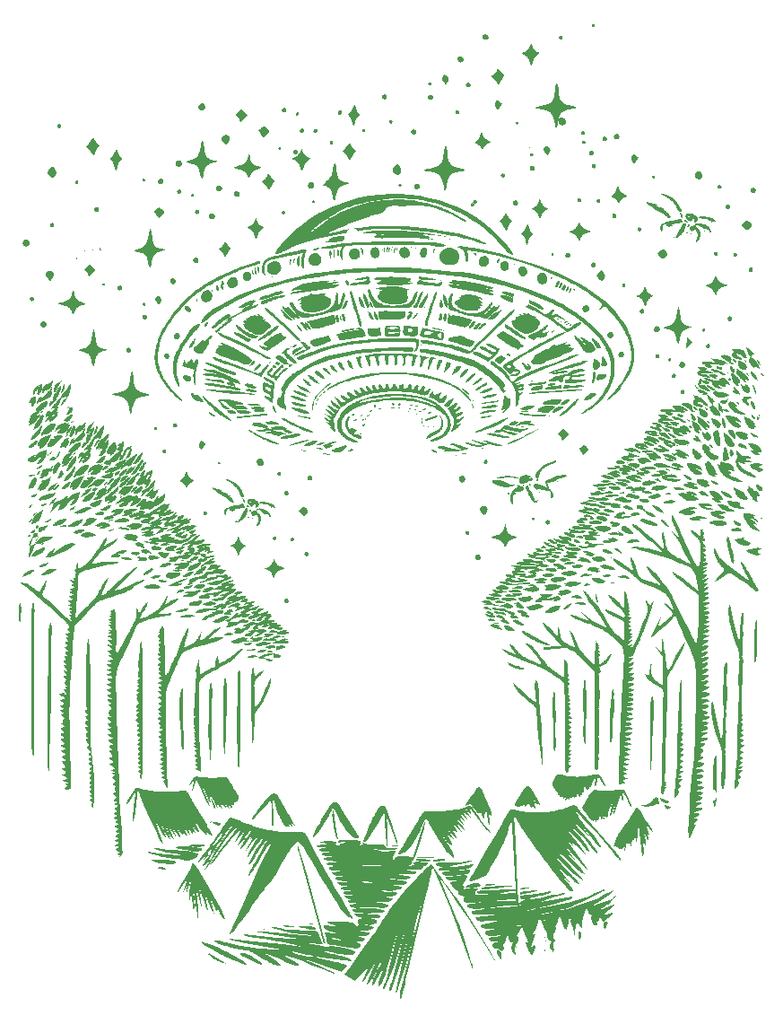
<source format=gbr>
%TF.GenerationSoftware,KiCad,Pcbnew,8.0.4*%
%TF.CreationDate,2024-09-12T22:18:10-07:00*%
%TF.ProjectId,SMDEMFbadgeforMAKE-sizedfor3inchbagLCSCassembly,534d4445-4d46-4626-9164-6765666f724d,rev?*%
%TF.SameCoordinates,Original*%
%TF.FileFunction,Legend,Top*%
%TF.FilePolarity,Positive*%
%FSLAX46Y46*%
G04 Gerber Fmt 4.6, Leading zero omitted, Abs format (unit mm)*
G04 Created by KiCad (PCBNEW 8.0.4) date 2024-09-12 22:18:10*
%MOMM*%
%LPD*%
G01*
G04 APERTURE LIST*
%ADD10C,0.000000*%
%ADD11C,0.002976*%
%ADD12C,1.200000*%
%ADD13C,1.600000*%
%ADD14C,1.152000*%
G04 APERTURE END LIST*
D10*
G36*
X210771312Y-87101916D02*
G01*
X210705647Y-87101916D01*
X210705647Y-87035811D01*
X210771312Y-87101916D01*
G37*
G36*
X223974437Y-111096564D02*
G01*
X223974437Y-111195717D01*
X223153067Y-111195717D01*
X223153067Y-111228770D01*
X224269967Y-111394384D01*
X224237172Y-111526586D01*
X224861040Y-111626099D01*
X224853905Y-111646699D01*
X224843801Y-111665731D01*
X224830928Y-111683215D01*
X224815484Y-111699163D01*
X224797663Y-111713597D01*
X224777663Y-111726529D01*
X224755682Y-111737982D01*
X224731916Y-111747969D01*
X224706563Y-111756507D01*
X224679819Y-111763618D01*
X224651883Y-111769312D01*
X224622948Y-111773610D01*
X224593215Y-111776529D01*
X224562880Y-111778087D01*
X224501189Y-111777184D01*
X224439452Y-111771036D01*
X224379247Y-111759783D01*
X224350211Y-111752284D01*
X224322148Y-111743558D01*
X224295257Y-111733626D01*
X224269734Y-111722503D01*
X224245774Y-111710205D01*
X224223577Y-111696751D01*
X224203338Y-111682156D01*
X224185256Y-111666441D01*
X224169526Y-111649619D01*
X224156345Y-111631708D01*
X224145912Y-111612727D01*
X224138424Y-111592690D01*
X224030566Y-111596050D01*
X223923675Y-111596365D01*
X223817633Y-111593775D01*
X223712326Y-111588426D01*
X223607638Y-111580461D01*
X223503451Y-111570026D01*
X223296117Y-111542312D01*
X223089394Y-111506437D01*
X222882353Y-111463547D01*
X222674064Y-111414794D01*
X222463599Y-111361327D01*
X222463599Y-111294869D01*
X222980605Y-111165508D01*
X223285671Y-110982130D01*
X223974437Y-111096564D01*
G37*
G36*
X172787996Y-117483632D02*
G01*
X172894962Y-117495519D01*
X172948387Y-117505197D01*
X173001695Y-117517430D01*
X173001695Y-117583892D01*
X172826391Y-117690890D01*
X172652055Y-117792440D01*
X172564676Y-117840385D01*
X172476852Y-117886027D01*
X172388354Y-117929047D01*
X172298952Y-117969135D01*
X172208419Y-118005974D01*
X172116525Y-118039250D01*
X172023042Y-118068648D01*
X171927738Y-118093854D01*
X171830389Y-118114554D01*
X171730762Y-118130433D01*
X171628630Y-118141179D01*
X171523765Y-118146474D01*
X171585657Y-118059871D01*
X171653763Y-117977715D01*
X171727621Y-117900404D01*
X171806769Y-117828338D01*
X171890749Y-117761909D01*
X171979100Y-117701522D01*
X172071362Y-117647573D01*
X172167072Y-117600459D01*
X172265771Y-117560580D01*
X172367001Y-117528332D01*
X172470298Y-117504115D01*
X172575203Y-117488327D01*
X172681256Y-117481366D01*
X172787996Y-117483632D01*
G37*
G36*
X234411991Y-101076994D02*
G01*
X234439198Y-101086593D01*
X234495654Y-101110815D01*
X234554276Y-101141191D01*
X234614387Y-101177061D01*
X234675316Y-101217769D01*
X234736386Y-101262662D01*
X234796925Y-101311083D01*
X234856258Y-101362375D01*
X234913710Y-101415882D01*
X234968608Y-101470949D01*
X235020275Y-101526923D01*
X235068042Y-101583140D01*
X235111229Y-101638951D01*
X235149167Y-101693699D01*
X235181178Y-101746725D01*
X235206590Y-101797376D01*
X235009446Y-101763969D01*
X234976652Y-102062146D01*
X235040720Y-102099859D01*
X235104457Y-102143990D01*
X235167396Y-102193981D01*
X235229068Y-102249263D01*
X235289001Y-102309280D01*
X235346725Y-102373469D01*
X235401775Y-102441266D01*
X235453677Y-102512113D01*
X235501963Y-102585446D01*
X235546163Y-102660703D01*
X235585807Y-102737324D01*
X235620429Y-102814746D01*
X235649555Y-102892407D01*
X235672717Y-102969746D01*
X235689444Y-103046201D01*
X235695249Y-103083922D01*
X235699269Y-103121210D01*
X235206590Y-102922549D01*
X235173787Y-103021701D01*
X235156981Y-103012876D01*
X235139037Y-103001421D01*
X235100206Y-102971251D01*
X235058223Y-102932414D01*
X235014019Y-102886127D01*
X234968522Y-102833616D01*
X234922659Y-102776099D01*
X234877360Y-102714797D01*
X234833553Y-102650934D01*
X234792169Y-102585731D01*
X234754136Y-102520408D01*
X234720381Y-102456185D01*
X234691837Y-102394287D01*
X234669428Y-102335932D01*
X234660816Y-102308466D01*
X234654085Y-102282342D01*
X234649355Y-102257717D01*
X234646740Y-102234740D01*
X234646354Y-102213566D01*
X234648316Y-102194346D01*
X234878253Y-102095193D01*
X234878253Y-102062146D01*
X234608106Y-101692535D01*
X234385579Y-101069177D01*
X234411991Y-101076994D01*
G37*
G36*
X197595496Y-105392886D02*
G01*
X197632263Y-105397272D01*
X197666910Y-105403891D01*
X197642762Y-105441355D01*
X197616275Y-105477506D01*
X197587566Y-105512335D01*
X197556755Y-105545833D01*
X197489295Y-105608786D01*
X197414845Y-105666284D01*
X197334347Y-105718243D01*
X197248748Y-105764577D01*
X197158994Y-105805208D01*
X197066031Y-105840049D01*
X196970805Y-105869018D01*
X196874262Y-105892031D01*
X196777348Y-105909005D01*
X196681009Y-105919857D01*
X196586188Y-105924503D01*
X196493836Y-105922862D01*
X196404895Y-105914848D01*
X196320312Y-105900378D01*
X196371287Y-105849851D01*
X196432813Y-105798917D01*
X196503575Y-105748222D01*
X196582261Y-105698411D01*
X196667561Y-105650124D01*
X196758159Y-105604008D01*
X196852747Y-105560707D01*
X196950008Y-105520864D01*
X197048633Y-105485123D01*
X197147307Y-105454128D01*
X197244719Y-105428522D01*
X197339557Y-105408951D01*
X197430507Y-105396061D01*
X197516257Y-105390489D01*
X197595496Y-105392886D01*
G37*
G36*
X214426762Y-101006722D02*
G01*
X214450079Y-101009382D01*
X214472872Y-101013699D01*
X214484058Y-101016523D01*
X214495097Y-101019815D01*
X214505982Y-101023593D01*
X214516707Y-101027874D01*
X214527267Y-101032673D01*
X214537657Y-101038012D01*
X214547872Y-101043907D01*
X214557903Y-101050376D01*
X214567748Y-101057438D01*
X214577399Y-101065108D01*
X214586851Y-101073404D01*
X214596099Y-101082343D01*
X214605138Y-101091947D01*
X214613959Y-101102229D01*
X214452788Y-101166082D01*
X214274308Y-101229560D01*
X214180228Y-101259843D01*
X214083804Y-101288455D01*
X213985696Y-101314872D01*
X213886566Y-101338563D01*
X213787075Y-101359008D01*
X213687882Y-101375679D01*
X213589650Y-101388049D01*
X213493040Y-101395595D01*
X213398710Y-101397787D01*
X213307323Y-101394102D01*
X213219541Y-101384015D01*
X213136025Y-101366998D01*
X213185826Y-101327068D01*
X213241852Y-101290803D01*
X213303342Y-101257942D01*
X213369532Y-101228225D01*
X213439658Y-101201397D01*
X213512958Y-101177194D01*
X213588668Y-101155361D01*
X213666028Y-101135636D01*
X213822639Y-101101473D01*
X213976687Y-101072632D01*
X214252685Y-101022624D01*
X214278400Y-101017645D01*
X214303906Y-101013332D01*
X214329162Y-101009828D01*
X214354122Y-101007273D01*
X214378738Y-101005809D01*
X214402965Y-101005578D01*
X214426762Y-101006722D01*
G37*
G36*
X187747764Y-116532306D02*
G01*
X187772198Y-116533552D01*
X187797738Y-116535955D01*
X187824460Y-116539552D01*
X187852446Y-116544378D01*
X187881768Y-116550474D01*
X187912507Y-116557872D01*
X187912507Y-116623976D01*
X187584065Y-116723130D01*
X187584065Y-116789586D01*
X188011005Y-116789586D01*
X188000718Y-116809858D01*
X187987525Y-116829738D01*
X187971597Y-116849195D01*
X187953107Y-116868197D01*
X187932226Y-116886713D01*
X187909125Y-116904710D01*
X187856951Y-116939024D01*
X187797959Y-116970887D01*
X187733520Y-117000047D01*
X187665004Y-117026250D01*
X187593787Y-117049245D01*
X187521239Y-117068780D01*
X187448732Y-117084601D01*
X187377641Y-117096456D01*
X187309335Y-117104093D01*
X187245189Y-117107260D01*
X187186573Y-117105701D01*
X187134860Y-117099167D01*
X187112022Y-117093956D01*
X187091423Y-117087406D01*
X186664446Y-117385225D01*
X187124255Y-117285716D01*
X187125078Y-117306884D01*
X187125008Y-117327606D01*
X187124063Y-117347887D01*
X187122257Y-117367725D01*
X187119612Y-117387124D01*
X187116144Y-117406082D01*
X187111872Y-117424603D01*
X187106815Y-117442688D01*
X187100987Y-117460337D01*
X187094409Y-117477553D01*
X187087097Y-117494337D01*
X187079069Y-117510689D01*
X187070345Y-117526610D01*
X187060942Y-117542104D01*
X187050876Y-117557168D01*
X187040166Y-117571807D01*
X187028830Y-117586022D01*
X187016886Y-117599813D01*
X187004352Y-117613180D01*
X186991246Y-117626129D01*
X186963387Y-117650767D01*
X186933452Y-117673737D01*
X186901585Y-117695051D01*
X186867928Y-117714716D01*
X186832624Y-117732744D01*
X186795815Y-117749146D01*
X186828684Y-117980859D01*
X185909066Y-118113423D01*
X185939323Y-118065501D01*
X185973681Y-118017206D01*
X186011745Y-117968805D01*
X186053120Y-117920561D01*
X186097413Y-117872746D01*
X186144229Y-117825625D01*
X186193173Y-117779463D01*
X186243853Y-117734531D01*
X186295874Y-117691092D01*
X186348841Y-117649417D01*
X186402360Y-117609772D01*
X186456037Y-117572422D01*
X186509479Y-117537635D01*
X186562290Y-117505679D01*
X186614077Y-117476820D01*
X186664446Y-117451325D01*
X186654922Y-117432039D01*
X186647040Y-117413105D01*
X186640752Y-117394531D01*
X186636005Y-117376325D01*
X186632751Y-117358499D01*
X186630941Y-117341062D01*
X186630524Y-117324021D01*
X186631450Y-117307387D01*
X186633671Y-117291168D01*
X186637134Y-117275376D01*
X186641792Y-117260019D01*
X186647594Y-117245104D01*
X186654490Y-117230641D01*
X186662430Y-117216642D01*
X186671366Y-117203116D01*
X186681245Y-117190070D01*
X186692023Y-117177514D01*
X186703643Y-117165459D01*
X186716059Y-117153913D01*
X186729222Y-117142883D01*
X186743078Y-117132383D01*
X186757583Y-117122420D01*
X186788328Y-117104139D01*
X186821059Y-117088120D01*
X186855378Y-117074432D01*
X186890886Y-117063154D01*
X186927185Y-117054359D01*
X186927219Y-117054359D01*
X186930297Y-117035700D01*
X186934028Y-117018402D01*
X186938389Y-117002390D01*
X186943365Y-116987594D01*
X186948931Y-116973947D01*
X186955069Y-116961378D01*
X186961754Y-116949820D01*
X186968970Y-116939197D01*
X186976694Y-116929445D01*
X186984906Y-116920494D01*
X186993587Y-116912273D01*
X187002713Y-116904712D01*
X187012266Y-116897741D01*
X187022225Y-116891291D01*
X187043275Y-116879680D01*
X187065700Y-116869317D01*
X187089334Y-116859646D01*
X187139570Y-116840152D01*
X187165845Y-116829217D01*
X187192668Y-116816746D01*
X187219874Y-116802181D01*
X187247300Y-116784966D01*
X187292057Y-116753418D01*
X187333499Y-116722806D01*
X187408924Y-116665572D01*
X187444141Y-116639541D01*
X187478523Y-116615629D01*
X187512686Y-116594126D01*
X187547252Y-116575331D01*
X187582836Y-116559540D01*
X187601205Y-116552863D01*
X187620062Y-116547046D01*
X187639483Y-116542128D01*
X187659545Y-116538146D01*
X187680328Y-116535136D01*
X187701906Y-116533134D01*
X187724360Y-116532178D01*
X187747764Y-116532306D01*
G37*
G36*
X208702203Y-104113113D02*
G01*
X208537967Y-104113113D01*
X208537967Y-104080055D01*
X208702203Y-104113113D01*
G37*
G36*
X236388731Y-101504441D02*
G01*
X236375837Y-101557500D01*
X236361725Y-101606630D01*
X236346423Y-101651933D01*
X236329962Y-101693499D01*
X236312371Y-101731430D01*
X236293684Y-101765822D01*
X236273927Y-101796769D01*
X236253129Y-101824371D01*
X236231324Y-101848725D01*
X236208541Y-101869924D01*
X236184808Y-101888070D01*
X236160156Y-101903255D01*
X236134616Y-101915580D01*
X236108217Y-101925139D01*
X236080988Y-101932030D01*
X236052962Y-101936350D01*
X236024166Y-101938194D01*
X235994633Y-101937662D01*
X235964391Y-101934848D01*
X235933470Y-101929851D01*
X235901900Y-101922767D01*
X235869712Y-101913691D01*
X235836936Y-101902723D01*
X235769738Y-101875492D01*
X235700545Y-101841851D01*
X235629600Y-101802573D01*
X235557142Y-101758431D01*
X235766273Y-101592930D01*
X236134815Y-101583320D01*
X236400375Y-101447359D01*
X236388731Y-101504441D01*
G37*
G36*
X228310699Y-92997832D02*
G01*
X228330392Y-93002204D01*
X228348868Y-93008898D01*
X228366102Y-93017737D01*
X228382071Y-93028554D01*
X228396750Y-93041174D01*
X228410120Y-93055426D01*
X228422155Y-93071136D01*
X228432829Y-93088135D01*
X228442124Y-93106248D01*
X228450011Y-93125304D01*
X228456471Y-93145131D01*
X228461477Y-93165556D01*
X228465010Y-93186407D01*
X228467041Y-93207511D01*
X228467551Y-93228699D01*
X228466514Y-93249796D01*
X228463908Y-93270629D01*
X228459708Y-93291029D01*
X228453893Y-93310822D01*
X228446438Y-93329836D01*
X228437319Y-93347897D01*
X228426516Y-93364837D01*
X228414000Y-93380480D01*
X228399751Y-93394655D01*
X228383745Y-93407191D01*
X228365960Y-93417914D01*
X228346369Y-93426652D01*
X228324952Y-93433234D01*
X228301683Y-93437488D01*
X228276531Y-93439461D01*
X228252730Y-93438947D01*
X228230295Y-93436096D01*
X228209241Y-93431053D01*
X228189586Y-93423967D01*
X228171345Y-93414984D01*
X228154530Y-93404256D01*
X228139162Y-93391929D01*
X228125254Y-93378148D01*
X228112823Y-93363063D01*
X228101882Y-93346822D01*
X228092451Y-93329572D01*
X228084540Y-93311460D01*
X228078171Y-93292637D01*
X228073355Y-93273248D01*
X228070110Y-93253442D01*
X228068450Y-93233367D01*
X228068392Y-93213167D01*
X228069951Y-93192995D01*
X228073144Y-93172998D01*
X228077986Y-93153320D01*
X228084492Y-93134112D01*
X228092677Y-93115522D01*
X228102560Y-93097697D01*
X228114153Y-93080784D01*
X228127473Y-93064931D01*
X228142538Y-93050285D01*
X228159359Y-93036997D01*
X228177955Y-93025211D01*
X228198342Y-93015079D01*
X228220534Y-93006744D01*
X228244547Y-93000358D01*
X228267754Y-92996737D01*
X228289812Y-92995951D01*
X228310699Y-92997832D01*
G37*
G36*
X230640225Y-103613426D02*
G01*
X231068372Y-103881392D01*
X231068372Y-103947849D01*
X230996969Y-103956442D01*
X230923661Y-103958928D01*
X230848729Y-103955957D01*
X230772447Y-103948178D01*
X230695095Y-103936241D01*
X230616951Y-103920795D01*
X230538293Y-103902488D01*
X230459398Y-103881970D01*
X230147012Y-103790772D01*
X229996625Y-103748787D01*
X229923856Y-103730969D01*
X229853073Y-103716136D01*
X229853073Y-103583573D01*
X230640225Y-103613426D01*
G37*
G36*
X180085429Y-110555618D02*
G01*
X180123701Y-110560097D01*
X180161511Y-110567030D01*
X180062976Y-110732287D01*
X180190573Y-110687843D01*
X180259866Y-110665839D01*
X180330428Y-110645549D01*
X180400455Y-110628149D01*
X180468154Y-110614816D01*
X180500566Y-110610041D01*
X180531723Y-110606725D01*
X180561397Y-110605015D01*
X180589365Y-110605056D01*
X180615401Y-110606995D01*
X180639282Y-110610982D01*
X180660781Y-110617162D01*
X180679673Y-110625683D01*
X180695736Y-110636690D01*
X180708744Y-110650333D01*
X180718472Y-110666755D01*
X180724694Y-110686108D01*
X180727187Y-110708536D01*
X180725724Y-110734187D01*
X180720083Y-110763207D01*
X180710038Y-110795744D01*
X180695363Y-110831945D01*
X180675837Y-110871959D01*
X180651229Y-110915928D01*
X180621320Y-110964004D01*
X180653552Y-110945842D01*
X180698307Y-110919605D01*
X180723980Y-110905080D01*
X180751106Y-110890480D01*
X180779123Y-110876452D01*
X180807472Y-110863648D01*
X180835595Y-110852712D01*
X180862932Y-110844295D01*
X180876130Y-110841232D01*
X180888924Y-110839044D01*
X180901238Y-110837808D01*
X180913007Y-110837608D01*
X180924162Y-110838522D01*
X180934629Y-110840635D01*
X180944339Y-110844023D01*
X180953223Y-110848772D01*
X180961213Y-110854959D01*
X180968235Y-110862667D01*
X180974222Y-110871979D01*
X180979104Y-110882971D01*
X180982661Y-110894426D01*
X180985052Y-110905862D01*
X180986332Y-110917269D01*
X180986550Y-110928634D01*
X180985764Y-110939948D01*
X180984026Y-110951199D01*
X180981390Y-110962377D01*
X180977909Y-110973472D01*
X180973638Y-110984473D01*
X180968630Y-110995367D01*
X180962939Y-111006145D01*
X180956619Y-111016796D01*
X180949724Y-111027309D01*
X180942306Y-111037673D01*
X180926119Y-111057913D01*
X180908489Y-111077428D01*
X180889848Y-111096130D01*
X180870623Y-111113936D01*
X180851245Y-111130758D01*
X180813750Y-111161104D01*
X180780798Y-111186479D01*
X180688461Y-111257363D01*
X180591525Y-111329094D01*
X180541436Y-111364063D01*
X180490318Y-111397786D01*
X180438214Y-111429777D01*
X180385165Y-111459551D01*
X180331211Y-111486622D01*
X180276392Y-111510506D01*
X180220749Y-111530714D01*
X180164324Y-111546762D01*
X180107156Y-111558164D01*
X180078307Y-111561972D01*
X180049287Y-111564437D01*
X180020101Y-111565496D01*
X179990758Y-111565091D01*
X179961256Y-111563160D01*
X179931606Y-111559641D01*
X180325713Y-110964004D01*
X179668867Y-111327921D01*
X179800236Y-111327921D01*
X179791445Y-111355918D01*
X179779846Y-111382419D01*
X179765593Y-111407454D01*
X179748835Y-111431052D01*
X179729726Y-111453242D01*
X179708417Y-111474051D01*
X179685061Y-111493511D01*
X179659810Y-111511650D01*
X179632815Y-111528497D01*
X179604230Y-111544080D01*
X179542895Y-111571574D01*
X179477019Y-111594365D01*
X179407822Y-111612682D01*
X179336517Y-111626761D01*
X179264326Y-111636831D01*
X179192460Y-111643127D01*
X179122137Y-111645878D01*
X179054576Y-111645320D01*
X178990990Y-111641682D01*
X178932598Y-111635198D01*
X178880618Y-111626099D01*
X178888236Y-111603876D01*
X178897148Y-111582373D01*
X178907297Y-111561566D01*
X178918626Y-111541434D01*
X178931070Y-111521958D01*
X178944572Y-111503111D01*
X178959073Y-111484875D01*
X178974511Y-111467226D01*
X179007967Y-111433601D01*
X179044463Y-111402063D01*
X179083521Y-111372434D01*
X179124667Y-111344537D01*
X179167424Y-111318198D01*
X179211315Y-111293243D01*
X179300595Y-111246771D01*
X179471796Y-111162665D01*
X179471796Y-111129613D01*
X178617879Y-111394384D01*
X178621775Y-111377295D01*
X178626231Y-111360796D01*
X178631235Y-111344866D01*
X178636769Y-111329482D01*
X178642819Y-111314625D01*
X178649370Y-111300268D01*
X178656408Y-111286396D01*
X178663917Y-111272983D01*
X178671881Y-111260008D01*
X178680287Y-111247451D01*
X178698361Y-111223499D01*
X178718020Y-111200952D01*
X178739143Y-111179635D01*
X178761610Y-111159378D01*
X178785300Y-111140005D01*
X178810095Y-111121342D01*
X178835874Y-111103214D01*
X178889901Y-111067873D01*
X178946425Y-111032590D01*
X179217890Y-110861792D01*
X179368939Y-110772897D01*
X179447027Y-110730569D01*
X179526340Y-110690795D01*
X179606517Y-110654424D01*
X179687195Y-110622316D01*
X179768013Y-110595325D01*
X179848606Y-110574305D01*
X179928615Y-110560110D01*
X179968287Y-110555839D01*
X180007676Y-110553595D01*
X180046740Y-110553487D01*
X180085429Y-110555618D01*
G37*
G36*
X220973402Y-108643706D02*
G01*
X221003285Y-108646843D01*
X221017843Y-108649228D01*
X221032103Y-108652210D01*
X221046032Y-108655832D01*
X221059600Y-108660134D01*
X221072774Y-108665155D01*
X221085526Y-108670934D01*
X221097819Y-108677514D01*
X221109625Y-108684935D01*
X221120911Y-108693237D01*
X221131645Y-108702460D01*
X221141797Y-108712645D01*
X221151334Y-108723831D01*
X221160225Y-108736060D01*
X221168438Y-108749371D01*
X221175940Y-108763805D01*
X221182703Y-108779402D01*
X220262942Y-109044175D01*
X220239696Y-109078166D01*
X220215798Y-109109331D01*
X220191272Y-109137807D01*
X220166139Y-109163729D01*
X220140426Y-109187235D01*
X220114154Y-109208462D01*
X220087345Y-109227546D01*
X220060023Y-109244626D01*
X220032213Y-109259836D01*
X220003933Y-109273313D01*
X219975211Y-109285196D01*
X219946070Y-109295619D01*
X219886617Y-109312639D01*
X219825760Y-109325465D01*
X219763682Y-109335193D01*
X219700571Y-109342916D01*
X219571983Y-109356729D01*
X219506877Y-109365005D01*
X219441474Y-109375655D01*
X219375963Y-109389772D01*
X219310526Y-109408453D01*
X219507592Y-109805419D01*
X219409059Y-109871886D01*
X219438365Y-109883728D01*
X219468444Y-109899107D01*
X219499078Y-109917796D01*
X219530058Y-109939565D01*
X219561167Y-109964181D01*
X219592195Y-109991415D01*
X219622927Y-110021038D01*
X219653151Y-110052817D01*
X219682654Y-110086526D01*
X219711222Y-110121931D01*
X219738640Y-110158804D01*
X219764699Y-110196915D01*
X219789184Y-110236033D01*
X219811880Y-110275928D01*
X219832577Y-110316369D01*
X219851059Y-110357126D01*
X219867115Y-110397972D01*
X219880531Y-110438671D01*
X219891095Y-110478997D01*
X219898591Y-110518721D01*
X219902809Y-110557607D01*
X219903532Y-110595433D01*
X219900552Y-110631961D01*
X219893652Y-110666966D01*
X219882620Y-110700216D01*
X219867243Y-110731480D01*
X219847308Y-110760529D01*
X219822600Y-110787134D01*
X219792909Y-110811062D01*
X219758020Y-110832084D01*
X219717720Y-110849972D01*
X219671795Y-110864492D01*
X219685102Y-110564052D01*
X219684896Y-110524215D01*
X219683350Y-110484914D01*
X219680189Y-110446453D01*
X219675134Y-110409151D01*
X219667907Y-110373318D01*
X219658233Y-110339263D01*
X219652392Y-110323001D01*
X219645835Y-110307301D01*
X219638527Y-110292201D01*
X219630435Y-110277742D01*
X219620245Y-110261934D01*
X219609467Y-110247266D01*
X219598128Y-110233691D01*
X219586255Y-110221165D01*
X219573872Y-110209641D01*
X219561011Y-110199072D01*
X219547695Y-110189417D01*
X219533952Y-110180626D01*
X219519810Y-110172654D01*
X219505296Y-110165459D01*
X219475256Y-110153206D01*
X219444049Y-110143502D01*
X219411893Y-110135985D01*
X219379000Y-110130287D01*
X219345591Y-110126044D01*
X219278076Y-110120463D01*
X219211077Y-110116325D01*
X219178311Y-110113884D01*
X219146323Y-110110708D01*
X219089565Y-110103317D01*
X219033760Y-110094527D01*
X218978802Y-110084424D01*
X218924585Y-110073092D01*
X218870997Y-110060612D01*
X218817935Y-110047074D01*
X218712948Y-110017149D01*
X218608764Y-109983995D01*
X218504518Y-109948283D01*
X218292403Y-109871886D01*
X218358069Y-110004092D01*
X218325237Y-110037139D01*
X218305051Y-110024446D01*
X218284615Y-110010047D01*
X218264076Y-109994084D01*
X218243586Y-109976697D01*
X218223293Y-109958027D01*
X218203344Y-109938214D01*
X218183888Y-109917396D01*
X218165078Y-109895716D01*
X218147056Y-109873313D01*
X218129976Y-109850327D01*
X218113985Y-109826901D01*
X218099230Y-109803172D01*
X218085862Y-109779282D01*
X218074028Y-109755372D01*
X218063879Y-109731580D01*
X218055562Y-109708047D01*
X218049225Y-109684914D01*
X218045019Y-109662321D01*
X218043091Y-109640409D01*
X218043591Y-109619319D01*
X218046665Y-109599188D01*
X218052465Y-109580159D01*
X218061138Y-109562371D01*
X218072833Y-109545966D01*
X218087699Y-109531082D01*
X218105885Y-109517861D01*
X218127539Y-109506444D01*
X218152809Y-109496969D01*
X218181846Y-109489577D01*
X218214798Y-109484410D01*
X218251812Y-109481604D01*
X218293037Y-109481304D01*
X218331990Y-109482958D01*
X218369880Y-109486120D01*
X218406773Y-109490695D01*
X218442736Y-109496588D01*
X218512143Y-109511937D01*
X218578632Y-109531398D01*
X218642736Y-109554203D01*
X218704993Y-109579578D01*
X218826098Y-109634967D01*
X218946216Y-109691406D01*
X219007242Y-109718094D01*
X219069622Y-109742734D01*
X219133894Y-109764556D01*
X219200591Y-109782791D01*
X219235014Y-109790323D01*
X219270245Y-109796669D01*
X219306349Y-109801732D01*
X219343393Y-109805419D01*
X219113487Y-109275889D01*
X219194198Y-109229134D01*
X219275560Y-109179994D01*
X219358031Y-109131610D01*
X219399827Y-109108685D01*
X219442072Y-109087130D01*
X219484828Y-109067336D01*
X219528147Y-109049695D01*
X219572090Y-109034605D01*
X219616714Y-109022454D01*
X219662075Y-109013637D01*
X219685051Y-109010603D01*
X219708234Y-109008548D01*
X219731628Y-109007524D01*
X219755245Y-109007579D01*
X219779088Y-109008762D01*
X219803167Y-109011123D01*
X219822947Y-108981637D01*
X219843855Y-108954038D01*
X219865842Y-108928258D01*
X219888862Y-108904226D01*
X219912862Y-108881872D01*
X219937798Y-108861125D01*
X219963621Y-108841915D01*
X219990280Y-108824175D01*
X220045920Y-108792820D01*
X220104329Y-108766498D01*
X220165122Y-108744650D01*
X220227911Y-108726719D01*
X220292308Y-108712145D01*
X220357927Y-108700370D01*
X220424382Y-108690830D01*
X220491284Y-108682973D01*
X220755625Y-108657152D01*
X220816849Y-108650217D01*
X220848268Y-108647034D01*
X220879885Y-108644469D01*
X220911448Y-108642843D01*
X220942705Y-108642482D01*
X220973402Y-108643706D01*
G37*
G36*
X224014254Y-136920508D02*
G01*
X224082341Y-136924615D01*
X224144613Y-136933267D01*
X224200140Y-136946957D01*
X224229982Y-136958014D01*
X224258517Y-136971773D01*
X224285808Y-136988079D01*
X224311923Y-137006779D01*
X224336924Y-137027718D01*
X224360879Y-137050739D01*
X224383850Y-137075687D01*
X224405902Y-137102409D01*
X224447510Y-137160549D01*
X224486225Y-137223919D01*
X224522563Y-137291281D01*
X224557043Y-137361390D01*
X224686761Y-137644506D01*
X224719732Y-137709752D01*
X224753958Y-137770302D01*
X224789957Y-137824919D01*
X224808781Y-137849615D01*
X224828246Y-137872362D01*
X224795440Y-137971623D01*
X224762647Y-137971623D01*
X224138424Y-137044938D01*
X224126252Y-137097345D01*
X224115008Y-137154815D01*
X224093785Y-137281478D01*
X224071727Y-137417977D01*
X224059437Y-137487743D01*
X224045803Y-137557361D01*
X224030447Y-137625962D01*
X224012988Y-137692679D01*
X223993047Y-137756643D01*
X223970246Y-137816983D01*
X223944209Y-137872833D01*
X223929858Y-137898801D01*
X223914555Y-137923322D01*
X223898254Y-137946284D01*
X223880905Y-137967582D01*
X223862463Y-137987106D01*
X223842881Y-138004746D01*
X223908481Y-137177326D01*
X223884149Y-137191179D01*
X223860546Y-137207277D01*
X223837671Y-137225502D01*
X223815520Y-137245730D01*
X223794096Y-137267843D01*
X223773390Y-137291718D01*
X223734137Y-137344281D01*
X223697746Y-137402454D01*
X223664202Y-137465273D01*
X223633485Y-137531776D01*
X223605585Y-137600999D01*
X223580482Y-137671979D01*
X223558160Y-137743754D01*
X223538605Y-137815359D01*
X223521798Y-137885832D01*
X223507725Y-137954209D01*
X223496372Y-138019525D01*
X223487718Y-138080821D01*
X223481749Y-138137128D01*
X223415804Y-138137128D01*
X223481749Y-137375880D01*
X223448955Y-137375880D01*
X223219013Y-138401901D01*
X223199952Y-138383529D01*
X223184017Y-138363951D01*
X223170994Y-138343236D01*
X223160665Y-138321444D01*
X223152814Y-138298644D01*
X223147226Y-138274904D01*
X223143684Y-138250286D01*
X223141972Y-138224855D01*
X223141872Y-138198678D01*
X223143171Y-138171821D01*
X223149092Y-138116328D01*
X223168186Y-138000056D01*
X223177897Y-137940326D01*
X223185412Y-137880232D01*
X223188997Y-137820300D01*
X223188777Y-137790557D01*
X223186926Y-137761052D01*
X223183230Y-137731847D01*
X223177469Y-137703011D01*
X223169428Y-137674607D01*
X223158892Y-137646705D01*
X223145646Y-137619365D01*
X223129469Y-137592655D01*
X223110148Y-137566640D01*
X223087465Y-137541386D01*
X223096076Y-137571324D01*
X223103429Y-137600367D01*
X223109581Y-137628567D01*
X223114591Y-137655984D01*
X223118514Y-137682674D01*
X223121406Y-137708693D01*
X223124332Y-137758949D01*
X223123822Y-137807203D01*
X223120335Y-137853911D01*
X223114325Y-137899525D01*
X223106247Y-137944498D01*
X223096558Y-137989288D01*
X223085713Y-138034345D01*
X223062374Y-138127077D01*
X223050795Y-138175661D01*
X223039882Y-138226329D01*
X223030091Y-138279532D01*
X223021878Y-138335725D01*
X222857528Y-138004746D01*
X222824730Y-138004746D01*
X222759129Y-138600490D01*
X222726334Y-138600490D01*
X222627586Y-138137128D01*
X222594791Y-138137128D01*
X222594791Y-138832135D01*
X222529191Y-138832135D01*
X222397643Y-138170217D01*
X222364850Y-138170217D01*
X222430803Y-139063853D01*
X222415981Y-139049724D01*
X222401914Y-139034501D01*
X222388572Y-139018243D01*
X222375936Y-139001009D01*
X222352663Y-138963866D01*
X222331887Y-138923551D01*
X222313396Y-138880550D01*
X222296981Y-138835348D01*
X222282432Y-138788429D01*
X222269539Y-138740277D01*
X222258094Y-138691377D01*
X222247886Y-138642216D01*
X222230340Y-138545033D01*
X222200862Y-138368815D01*
X222168055Y-138368815D01*
X222134907Y-139163109D01*
X222102112Y-139163109D01*
X221970919Y-138368815D01*
X221938117Y-138368815D01*
X221939159Y-138419799D01*
X221941128Y-138469824D01*
X221946462Y-138567424D01*
X221951348Y-138662482D01*
X221952760Y-138709330D01*
X221953020Y-138755867D01*
X221951786Y-138802203D01*
X221948709Y-138848446D01*
X221943443Y-138894704D01*
X221935641Y-138941086D01*
X221924961Y-138987699D01*
X221911052Y-139034655D01*
X221893571Y-139082059D01*
X221872171Y-139130021D01*
X221839376Y-139130021D01*
X221806570Y-138865257D01*
X221773776Y-138865257D01*
X221768243Y-138889236D01*
X221763245Y-138912953D01*
X221753852Y-138959221D01*
X221748958Y-138981574D01*
X221743598Y-139003278D01*
X221737525Y-139024233D01*
X221734142Y-139034400D01*
X221730486Y-139044345D01*
X221726527Y-139054052D01*
X221722232Y-139063513D01*
X221717572Y-139072714D01*
X221712513Y-139081640D01*
X221707027Y-139090286D01*
X221701080Y-139098632D01*
X221694641Y-139106672D01*
X221687681Y-139114388D01*
X221680167Y-139121773D01*
X221672066Y-139128811D01*
X221663350Y-139135493D01*
X221653987Y-139141805D01*
X221643945Y-139147734D01*
X221633194Y-139153269D01*
X221621700Y-139158399D01*
X221609435Y-139163109D01*
X221642583Y-138765962D01*
X221609435Y-138765962D01*
X221445439Y-139262410D01*
X221379846Y-139262410D01*
X221412645Y-138799045D01*
X221379846Y-138799045D01*
X221369534Y-138838332D01*
X221358245Y-138877299D01*
X221345896Y-138915840D01*
X221332407Y-138953844D01*
X221317691Y-138991204D01*
X221301667Y-139027813D01*
X221284252Y-139063559D01*
X221265360Y-139098336D01*
X221244911Y-139132035D01*
X221222820Y-139164546D01*
X221199005Y-139195763D01*
X221173384Y-139225575D01*
X221145870Y-139253876D01*
X221131380Y-139267425D01*
X221116383Y-139280555D01*
X221100874Y-139293252D01*
X221084840Y-139305504D01*
X221068271Y-139317298D01*
X221051155Y-139328617D01*
X221083954Y-139030731D01*
X221051155Y-139030731D01*
X220854012Y-139295493D01*
X220821217Y-139030731D01*
X220788419Y-139030731D01*
X220771997Y-139048497D01*
X220754145Y-139060910D01*
X220734972Y-139068252D01*
X220714592Y-139070812D01*
X220693113Y-139068876D01*
X220670645Y-139062727D01*
X220647301Y-139052655D01*
X220623187Y-139038943D01*
X220598417Y-139021880D01*
X220573099Y-139001750D01*
X220521261Y-138953435D01*
X220468557Y-138896288D01*
X220415868Y-138832598D01*
X220364076Y-138764653D01*
X220314061Y-138694741D01*
X220222897Y-138558177D01*
X220100716Y-138362167D01*
X220060774Y-138301152D01*
X220016263Y-138235685D01*
X219969856Y-138166783D01*
X219924226Y-138095460D01*
X219902535Y-138059203D01*
X219882040Y-138022721D01*
X219863074Y-137986139D01*
X219845972Y-137949583D01*
X219831070Y-137913180D01*
X219818697Y-137877057D01*
X219809191Y-137841339D01*
X219805615Y-137823674D01*
X219802882Y-137806154D01*
X219800984Y-137784401D01*
X219800894Y-137761818D01*
X219802521Y-137738470D01*
X219805775Y-137714423D01*
X219807237Y-137706897D01*
X222923128Y-137706897D01*
X222989071Y-137971658D01*
X223021878Y-137971658D01*
X222923128Y-137706897D01*
X219807237Y-137706897D01*
X219810566Y-137689740D01*
X219816803Y-137664485D01*
X219824396Y-137638726D01*
X219833254Y-137612523D01*
X219854402Y-137559052D01*
X219879524Y-137504589D01*
X219907896Y-137449651D01*
X219938791Y-137394754D01*
X219971488Y-137340416D01*
X220005261Y-137287154D01*
X220073141Y-137185923D01*
X220189942Y-137019102D01*
X220206090Y-136999093D01*
X220225057Y-136981679D01*
X220246670Y-136966735D01*
X220270752Y-136954141D01*
X220297131Y-136943774D01*
X220325631Y-136935510D01*
X220356077Y-136929228D01*
X220388295Y-136924805D01*
X220457349Y-136921046D01*
X220531396Y-136923254D01*
X220609039Y-136930446D01*
X220688879Y-136941643D01*
X221239130Y-137057803D01*
X221473477Y-137086760D01*
X221697898Y-137107890D01*
X221915754Y-137120895D01*
X222130412Y-137125477D01*
X222345235Y-137121341D01*
X222563587Y-137108190D01*
X222788835Y-137085724D01*
X223024338Y-137053648D01*
X223148273Y-137032552D01*
X223293709Y-137005696D01*
X223453188Y-136977070D01*
X223619250Y-136950660D01*
X223702419Y-136939533D01*
X223784436Y-136930455D01*
X223864369Y-136923927D01*
X223941286Y-136920445D01*
X224014254Y-136920508D01*
G37*
G36*
X232890214Y-102828076D02*
G01*
X232907476Y-102835264D01*
X232946593Y-102855614D01*
X232990554Y-102883168D01*
X233037811Y-102917009D01*
X233086822Y-102956220D01*
X233136046Y-102999887D01*
X233183937Y-103047089D01*
X233228953Y-103096910D01*
X233249901Y-103122519D01*
X233269551Y-103148438D01*
X233287712Y-103174552D01*
X233304189Y-103200749D01*
X233318790Y-103226914D01*
X233331322Y-103252932D01*
X233341593Y-103278687D01*
X233349408Y-103304066D01*
X233354576Y-103328954D01*
X233356902Y-103353237D01*
X233356196Y-103376800D01*
X233352265Y-103399526D01*
X233344913Y-103421307D01*
X233333950Y-103442021D01*
X233319182Y-103461557D01*
X233300415Y-103479799D01*
X233275832Y-103497938D01*
X233251945Y-103510630D01*
X233228758Y-103518174D01*
X233206270Y-103520863D01*
X233184489Y-103518993D01*
X233163415Y-103512860D01*
X233143055Y-103502758D01*
X233123408Y-103488980D01*
X233104479Y-103471824D01*
X233086273Y-103451584D01*
X233068790Y-103428554D01*
X233052035Y-103403030D01*
X233020720Y-103345680D01*
X232992359Y-103281893D01*
X232966970Y-103214026D01*
X232944583Y-103144445D01*
X232925224Y-103075504D01*
X232908917Y-103009566D01*
X232885567Y-102896135D01*
X232874741Y-102823033D01*
X232890214Y-102828076D01*
G37*
G36*
X216276988Y-93029224D02*
G01*
X216263103Y-93064864D01*
X216247408Y-93100167D01*
X216229996Y-93135135D01*
X216190409Y-93204068D01*
X216145108Y-93271685D01*
X216094861Y-93337998D01*
X216040434Y-93403022D01*
X215982595Y-93466774D01*
X215922111Y-93529268D01*
X215435043Y-93985863D01*
X215137791Y-94283008D01*
X214835937Y-94579573D01*
X214530179Y-94874845D01*
X214221215Y-95168116D01*
X213909738Y-95458669D01*
X213596448Y-95745798D01*
X213282039Y-96028787D01*
X212967209Y-96306926D01*
X212916249Y-96354581D01*
X212861864Y-96410542D01*
X212744096Y-96541119D01*
X212616482Y-96686140D01*
X212549787Y-96760154D01*
X212481596Y-96833085D01*
X212412229Y-96903365D01*
X212342012Y-96969436D01*
X212271265Y-97029725D01*
X212235793Y-97057214D01*
X212200308Y-97082669D01*
X212164853Y-97105900D01*
X212129467Y-97126706D01*
X212094189Y-97144895D01*
X212059059Y-97160269D01*
X212024120Y-97172634D01*
X211989410Y-97181795D01*
X211954969Y-97187554D01*
X211920840Y-97189716D01*
X211837911Y-97187346D01*
X211753238Y-97179178D01*
X211667100Y-97165828D01*
X211579776Y-97147915D01*
X211491547Y-97126054D01*
X211402694Y-97100859D01*
X211313497Y-97072950D01*
X211224235Y-97042941D01*
X211046635Y-96979093D01*
X210872137Y-96914243D01*
X210702981Y-96853327D01*
X210621105Y-96825885D01*
X210541407Y-96801273D01*
X210266180Y-96723887D01*
X209989797Y-96652554D01*
X209712274Y-96587035D01*
X209433627Y-96527091D01*
X209153868Y-96472475D01*
X208873018Y-96422948D01*
X208591088Y-96378270D01*
X208308094Y-96338197D01*
X208244433Y-96331099D01*
X208174215Y-96325241D01*
X208020441Y-96313899D01*
X207940047Y-96306747D01*
X207859423Y-96297493D01*
X207780152Y-96285303D01*
X207703813Y-96269344D01*
X207667239Y-96259688D01*
X207631989Y-96248777D01*
X207598265Y-96236504D01*
X207566263Y-96222768D01*
X207536179Y-96207461D01*
X207508213Y-96190483D01*
X207482560Y-96171725D01*
X207459423Y-96151086D01*
X207438993Y-96128460D01*
X207421471Y-96103743D01*
X207407055Y-96076832D01*
X207395942Y-96047619D01*
X207388330Y-96016004D01*
X207384417Y-95981879D01*
X207384399Y-95945142D01*
X207388476Y-95905686D01*
X207501410Y-95907503D01*
X207614655Y-95912637D01*
X207728142Y-95920813D01*
X207841802Y-95931761D01*
X208069379Y-95960869D01*
X208296847Y-95997778D01*
X208523668Y-96040302D01*
X208749299Y-96086253D01*
X209194849Y-96179697D01*
X209390108Y-96217764D01*
X209583423Y-96252878D01*
X209966796Y-96321094D01*
X210158136Y-96357620D01*
X210350102Y-96398040D01*
X210543337Y-96444065D01*
X210738480Y-96497410D01*
X210979771Y-96568239D01*
X211218899Y-96641301D01*
X211337674Y-96680034D01*
X211455935Y-96720961D01*
X211573687Y-96764630D01*
X211690938Y-96811585D01*
X211711781Y-96820897D01*
X211733596Y-96831673D01*
X211779674Y-96856204D01*
X211828247Y-96882358D01*
X211853181Y-96895163D01*
X211878392Y-96907317D01*
X211903764Y-96918467D01*
X211929182Y-96928261D01*
X211954531Y-96936347D01*
X211979695Y-96942370D01*
X211992171Y-96944500D01*
X212004558Y-96945982D01*
X212016840Y-96946772D01*
X212029005Y-96946826D01*
X212041036Y-96946102D01*
X212052919Y-96944553D01*
X212064642Y-96942138D01*
X212076187Y-96938808D01*
X212087313Y-96934696D01*
X212098219Y-96929848D01*
X212108908Y-96924301D01*
X212119389Y-96918099D01*
X212129668Y-96911273D01*
X212139750Y-96903867D01*
X212159351Y-96887467D01*
X212178237Y-96869204D01*
X212196462Y-96849388D01*
X212214072Y-96828330D01*
X212231117Y-96806338D01*
X212247647Y-96783720D01*
X212263709Y-96760788D01*
X212294632Y-96715214D01*
X212324275Y-96672090D01*
X212338741Y-96652219D01*
X212353035Y-96633887D01*
X212425267Y-96547625D01*
X212499608Y-96463025D01*
X212575731Y-96379884D01*
X212653318Y-96297995D01*
X212732043Y-96217158D01*
X212811583Y-96137164D01*
X212971825Y-95978896D01*
X214092947Y-94880689D01*
X214660221Y-94339800D01*
X214947516Y-94073232D01*
X215238005Y-93809943D01*
X215355934Y-93700550D01*
X215476765Y-93584126D01*
X215600966Y-93465229D01*
X215729008Y-93348417D01*
X215794617Y-93292219D01*
X215861361Y-93238251D01*
X215929299Y-93187088D01*
X215998490Y-93139294D01*
X216068994Y-93095445D01*
X216140868Y-93056104D01*
X216214171Y-93021848D01*
X216288964Y-92993243D01*
X216276988Y-93029224D01*
G37*
G36*
X189449129Y-140969000D02*
G01*
X189460616Y-140970002D01*
X189472094Y-140971503D01*
X189495012Y-140975883D01*
X189517877Y-140981909D01*
X189540675Y-140989348D01*
X189563399Y-140997970D01*
X189586040Y-141007538D01*
X189608589Y-141017825D01*
X189697674Y-141061493D01*
X189719621Y-141071878D01*
X189741422Y-141081587D01*
X189763067Y-141090386D01*
X189784544Y-141098044D01*
X189904969Y-141138563D01*
X190024737Y-141180938D01*
X190262833Y-141269765D01*
X190737000Y-141453191D01*
X191044284Y-141568586D01*
X191358110Y-141681192D01*
X191677054Y-141789114D01*
X191999695Y-141890462D01*
X192324610Y-141983341D01*
X192650378Y-142065854D01*
X192975578Y-142136113D01*
X193298787Y-142192223D01*
X193556735Y-142229236D01*
X193818032Y-142262850D01*
X194081690Y-142292709D01*
X194346716Y-142318457D01*
X194612121Y-142339743D01*
X194876919Y-142356208D01*
X195140118Y-142367497D01*
X195400728Y-142373259D01*
X195453213Y-142372667D01*
X195510616Y-142370114D01*
X195637135Y-142361169D01*
X195774211Y-142350524D01*
X195915761Y-142342280D01*
X195986316Y-142340339D01*
X196055712Y-142340536D01*
X196123185Y-142343383D01*
X196187980Y-142349394D01*
X196249336Y-142359079D01*
X196306491Y-142372951D01*
X196333258Y-142381618D01*
X196358688Y-142391524D01*
X196382689Y-142402732D01*
X196405165Y-142415309D01*
X196422453Y-142426593D01*
X196439297Y-142439009D01*
X196455705Y-142452489D01*
X196471693Y-142466979D01*
X196502451Y-142498738D01*
X196531660Y-142533796D01*
X196559411Y-142571673D01*
X196585796Y-142611881D01*
X196610906Y-142653935D01*
X196634833Y-142697353D01*
X196657667Y-142741647D01*
X196679502Y-142786334D01*
X196720535Y-142874943D01*
X196758663Y-142959306D01*
X196794619Y-143035538D01*
X196877782Y-143199564D01*
X196963773Y-143362221D01*
X197051942Y-143523806D01*
X197141639Y-143684626D01*
X197323019Y-144005171D01*
X197502707Y-144326279D01*
X198672691Y-146476171D01*
X198969741Y-147012112D01*
X199271466Y-147544881D01*
X199579293Y-148073199D01*
X199894650Y-148595787D01*
X199996502Y-148763335D01*
X200096615Y-148931972D01*
X200293180Y-149271516D01*
X200682583Y-149952742D01*
X200703628Y-149987613D01*
X200726123Y-150022631D01*
X200773974Y-150093246D01*
X200823142Y-150164880D01*
X200847287Y-150201168D01*
X200870639Y-150237822D01*
X200892825Y-150274873D01*
X200913471Y-150312361D01*
X200932205Y-150350324D01*
X200948649Y-150388794D01*
X200962434Y-150427809D01*
X200968210Y-150447531D01*
X200973182Y-150467404D01*
X200977302Y-150487432D01*
X200980522Y-150507618D01*
X200982797Y-150527967D01*
X200984078Y-150548486D01*
X200926381Y-150517721D01*
X200869837Y-150485018D01*
X200814323Y-150450590D01*
X200759714Y-150414649D01*
X200705890Y-150377403D01*
X200652724Y-150339068D01*
X200547876Y-150259965D01*
X200340661Y-150097958D01*
X200236315Y-150018434D01*
X200183526Y-149979781D01*
X200130161Y-149942151D01*
X199801576Y-149493795D01*
X199500824Y-149062594D01*
X199222113Y-148645261D01*
X198959645Y-148238508D01*
X198460269Y-147443580D01*
X198211773Y-147048831D01*
X197956346Y-146651507D01*
X197820074Y-146421831D01*
X197619466Y-146060887D01*
X197106452Y-145123933D01*
X196834649Y-144637296D01*
X196579717Y-144198134D01*
X196464924Y-144010321D01*
X196361960Y-143851135D01*
X196273364Y-143726159D01*
X196201676Y-143640981D01*
X196180950Y-143619091D01*
X196159239Y-143594839D01*
X196113024Y-143541267D01*
X196063341Y-143484282D01*
X196037300Y-143455767D01*
X196010508Y-143427905D01*
X195983006Y-143401199D01*
X195954835Y-143376151D01*
X195926032Y-143353265D01*
X195911407Y-143342789D01*
X195896638Y-143333042D01*
X195881731Y-143324085D01*
X195866691Y-143315983D01*
X195851522Y-143308797D01*
X195836229Y-143302590D01*
X195820818Y-143297429D01*
X195805294Y-143293370D01*
X195789660Y-143290481D01*
X195773923Y-143288822D01*
X195756960Y-143288581D01*
X195740088Y-143289978D01*
X195723312Y-143292924D01*
X195706641Y-143297339D01*
X195690082Y-143303134D01*
X195673645Y-143310229D01*
X195657336Y-143318538D01*
X195641161Y-143327976D01*
X195625132Y-143338461D01*
X195609255Y-143349905D01*
X195577984Y-143375339D01*
X195547415Y-143403604D01*
X195517609Y-143434026D01*
X195314112Y-143674067D01*
X195229599Y-143774173D01*
X195128001Y-143915102D01*
X195011777Y-144091040D01*
X194883384Y-144296170D01*
X194599930Y-144770752D01*
X194297298Y-145292330D01*
X193995155Y-145814392D01*
X193713167Y-146290418D01*
X193470997Y-146673893D01*
X193370990Y-146816387D01*
X193288312Y-146918300D01*
X193104756Y-147122682D01*
X192932826Y-147323045D01*
X192770936Y-147520337D01*
X192617496Y-147715493D01*
X192329622Y-148103186D01*
X192056500Y-148493667D01*
X191503718Y-149313162D01*
X191198653Y-149757263D01*
X190857539Y-150234322D01*
X190774964Y-150313701D01*
X190690264Y-150408569D01*
X190603573Y-150516444D01*
X190515031Y-150634837D01*
X190145052Y-151163911D01*
X190049288Y-151297632D01*
X189952489Y-151426961D01*
X189854792Y-151549419D01*
X189756332Y-151662515D01*
X189657248Y-151763769D01*
X189607514Y-151809177D01*
X189557674Y-151850693D01*
X189507746Y-151888004D01*
X189457747Y-151920801D01*
X189407693Y-151948776D01*
X189357602Y-151971614D01*
X189324770Y-151938525D01*
X190427037Y-149489384D01*
X192122705Y-145617070D01*
X193495823Y-143035538D01*
X193317924Y-143223390D01*
X193151029Y-143421382D01*
X192993642Y-143628123D01*
X192844265Y-143842218D01*
X192701398Y-144062272D01*
X192563545Y-144286892D01*
X192296884Y-144744256D01*
X192032298Y-145203158D01*
X191897039Y-145429700D01*
X191757802Y-145652446D01*
X191613092Y-145870000D01*
X191461411Y-146080969D01*
X191301260Y-146283959D01*
X191131140Y-146477576D01*
X191133689Y-146444755D01*
X191137734Y-146411827D01*
X191143205Y-146378811D01*
X191150027Y-146345719D01*
X191167431Y-146279376D01*
X191189366Y-146212922D01*
X191215246Y-146146478D01*
X191244489Y-146080169D01*
X191276510Y-146014119D01*
X191310725Y-145948448D01*
X191383403Y-145818744D01*
X191457852Y-145692045D01*
X191529403Y-145569334D01*
X191562631Y-145509781D01*
X191593384Y-145451596D01*
X191766593Y-145124758D01*
X191947709Y-144802430D01*
X192321922Y-144164653D01*
X192509145Y-143845875D01*
X192692533Y-143524954D01*
X192869145Y-143200227D01*
X193036048Y-142870031D01*
X192886111Y-143033606D01*
X192733860Y-143210309D01*
X192581905Y-143397138D01*
X192432851Y-143591082D01*
X192289310Y-143789141D01*
X192153887Y-143988303D01*
X192029194Y-144185565D01*
X191971686Y-144282544D01*
X191917838Y-144377921D01*
X191770046Y-144654075D01*
X191683959Y-144807813D01*
X191637864Y-144885155D01*
X191589729Y-144961503D01*
X191539557Y-145035872D01*
X191487344Y-145107279D01*
X191433091Y-145174742D01*
X191376793Y-145237276D01*
X191347877Y-145266390D01*
X191318450Y-145293900D01*
X191288512Y-145319688D01*
X191258062Y-145343630D01*
X191227100Y-145365602D01*
X191195625Y-145385482D01*
X191163640Y-145403147D01*
X191131140Y-145418474D01*
X191195373Y-145237353D01*
X191268439Y-145058303D01*
X191349426Y-144881211D01*
X191437418Y-144705959D01*
X191531505Y-144532432D01*
X191630772Y-144360516D01*
X191734308Y-144190096D01*
X191841201Y-144021054D01*
X192061399Y-143686650D01*
X192284069Y-143356380D01*
X192501905Y-143029324D01*
X192707605Y-142704555D01*
X192584912Y-142804141D01*
X192465326Y-142911604D01*
X192348750Y-143026137D01*
X192235095Y-143146927D01*
X192124268Y-143273165D01*
X192016177Y-143404041D01*
X191910729Y-143538746D01*
X191807833Y-143676466D01*
X191609326Y-143957719D01*
X191419915Y-144241321D01*
X191065437Y-144789642D01*
X191032604Y-144789642D01*
X191042607Y-144709259D01*
X191056145Y-144629681D01*
X191073039Y-144550883D01*
X191093112Y-144472831D01*
X191116182Y-144395500D01*
X191142071Y-144318857D01*
X191201577Y-144167526D01*
X191270197Y-144018606D01*
X191346492Y-143871863D01*
X191429020Y-143727063D01*
X191516343Y-143583974D01*
X191699627Y-143301997D01*
X191884830Y-143024065D01*
X191974555Y-142886033D01*
X192060444Y-142748314D01*
X192141059Y-142610674D01*
X192214961Y-142472879D01*
X191382630Y-143466445D01*
X190769867Y-144260111D01*
X191525247Y-142836943D01*
X191426714Y-142936234D01*
X191393879Y-142936234D01*
X191407956Y-142836905D01*
X191558082Y-142836905D01*
X191623787Y-142737609D01*
X191558082Y-142737609D01*
X191558082Y-142836905D01*
X191407956Y-142836905D01*
X191422028Y-142737609D01*
X191426714Y-142704555D01*
X191393879Y-142704555D01*
X190847032Y-143400237D01*
X190342888Y-143995303D01*
X190355156Y-143931512D01*
X190370690Y-143868858D01*
X190389293Y-143807270D01*
X190410760Y-143746680D01*
X190434893Y-143687015D01*
X190461491Y-143628211D01*
X190521279Y-143512907D01*
X190588519Y-143400208D01*
X190661606Y-143289569D01*
X190738938Y-143180437D01*
X190818906Y-143072258D01*
X190980337Y-142856559D01*
X191058591Y-142747932D01*
X191133064Y-142638055D01*
X191202151Y-142526374D01*
X191264246Y-142412335D01*
X191292171Y-142354263D01*
X191317746Y-142295392D01*
X191340771Y-142235656D01*
X191361046Y-142174987D01*
X191312799Y-142205873D01*
X191266680Y-142239790D01*
X191222538Y-142276520D01*
X191180219Y-142315837D01*
X191139570Y-142357520D01*
X191100434Y-142401348D01*
X191026101Y-142494547D01*
X190955993Y-142593656D01*
X190888885Y-142696891D01*
X190758758Y-142908637D01*
X190693288Y-143013591D01*
X190625913Y-143115559D01*
X190555406Y-143212763D01*
X190518596Y-143259023D01*
X190480542Y-143303424D01*
X190441093Y-143345745D01*
X190400094Y-143385764D01*
X190357392Y-143423258D01*
X190312835Y-143458005D01*
X190266270Y-143489780D01*
X190217541Y-143518367D01*
X190166498Y-143543537D01*
X190112985Y-143565071D01*
X190901237Y-142108812D01*
X189784544Y-143432687D01*
X190572796Y-141877136D01*
X190423454Y-142013214D01*
X190276801Y-142153939D01*
X190132682Y-142298858D01*
X189990932Y-142447520D01*
X189713911Y-142754275D01*
X189444465Y-143070594D01*
X189181321Y-143392872D01*
X188923205Y-143717497D01*
X188416965Y-144359366D01*
X188366493Y-144424238D01*
X188317159Y-144490425D01*
X188220745Y-144625536D01*
X188125409Y-144762271D01*
X188028844Y-144898207D01*
X187979376Y-144965115D01*
X187928736Y-145030911D01*
X187876633Y-145095296D01*
X187822777Y-145157963D01*
X187766880Y-145218607D01*
X187708657Y-145276930D01*
X187647813Y-145332624D01*
X187584065Y-145385386D01*
X187593248Y-145346189D01*
X187604282Y-145306861D01*
X187617074Y-145267433D01*
X187631534Y-145227927D01*
X187665098Y-145148781D01*
X187704252Y-145069629D01*
X187748270Y-144990671D01*
X187796430Y-144912108D01*
X187848011Y-144834140D01*
X187902287Y-144756973D01*
X187958536Y-144680806D01*
X188016036Y-144605841D01*
X188131892Y-144460323D01*
X188244069Y-144322031D01*
X188346783Y-144192583D01*
X189322064Y-142958867D01*
X189559529Y-142639454D01*
X189673958Y-142477693D01*
X189784704Y-142314469D01*
X189891161Y-142149707D01*
X189992714Y-141983334D01*
X190088760Y-141815275D01*
X190178687Y-141645455D01*
X190009499Y-141807927D01*
X189846016Y-141976926D01*
X189687753Y-142151790D01*
X189534222Y-142331859D01*
X189384937Y-142516466D01*
X189239408Y-142704951D01*
X188957676Y-143090902D01*
X187883622Y-144657253D01*
X187830124Y-144734400D01*
X187777870Y-144813939D01*
X187675541Y-144978078D01*
X187573543Y-145145424D01*
X187468774Y-145311739D01*
X187414383Y-145393184D01*
X187358138Y-145472780D01*
X187299652Y-145549997D01*
X187238538Y-145624304D01*
X187174408Y-145695172D01*
X187106876Y-145762070D01*
X187035554Y-145824467D01*
X186998350Y-145853811D01*
X186960054Y-145881834D01*
X187655728Y-144815799D01*
X187982406Y-144119765D01*
X189751711Y-141546160D01*
X189670504Y-141616011D01*
X189592276Y-141689430D01*
X189516812Y-141766083D01*
X189443898Y-141845641D01*
X189373316Y-141927770D01*
X189304852Y-142012137D01*
X189238289Y-142098407D01*
X189173413Y-142186255D01*
X189047856Y-142365338D01*
X188926455Y-142546726D01*
X188689226Y-142905778D01*
X188569559Y-143079311D01*
X188448295Y-143249898D01*
X188205880Y-143588064D01*
X188087185Y-143758560D01*
X187971803Y-143931943D01*
X187860960Y-144109667D01*
X187807627Y-144200613D01*
X187755887Y-144293193D01*
X187674760Y-144449998D01*
X187583488Y-144632036D01*
X187481592Y-144826751D01*
X187426507Y-144924936D01*
X187368585Y-145021578D01*
X187307765Y-145115110D01*
X187243987Y-145203962D01*
X187177190Y-145286562D01*
X187142641Y-145325028D01*
X187107313Y-145361341D01*
X187071203Y-145395309D01*
X187034298Y-145426731D01*
X186996595Y-145455413D01*
X186958083Y-145481159D01*
X186918759Y-145503773D01*
X186878609Y-145523057D01*
X186837631Y-145538816D01*
X186795815Y-145550854D01*
X186810078Y-145500233D01*
X186827105Y-145450588D01*
X186846691Y-145401846D01*
X186868634Y-145353938D01*
X186892730Y-145306793D01*
X186918780Y-145260339D01*
X186975921Y-145169214D01*
X187038434Y-145080000D01*
X187104700Y-144992123D01*
X187241999Y-144818101D01*
X187309788Y-144730816D01*
X187374842Y-144642591D01*
X187435538Y-144552851D01*
X187490256Y-144461031D01*
X187514866Y-144414159D01*
X187537372Y-144366555D01*
X187557573Y-144318146D01*
X187575267Y-144268860D01*
X187590248Y-144218625D01*
X187602317Y-144167370D01*
X187611267Y-144115025D01*
X187616899Y-144061518D01*
X187616899Y-144028430D01*
X187682602Y-144061518D01*
X187649770Y-143862924D01*
X187615165Y-143892830D01*
X187580078Y-143924980D01*
X187544957Y-143959222D01*
X187510245Y-143995399D01*
X187476392Y-144033362D01*
X187443843Y-144072954D01*
X187413047Y-144114027D01*
X187384450Y-144156422D01*
X187358501Y-144199989D01*
X187335643Y-144244574D01*
X187316327Y-144290022D01*
X187308136Y-144313023D01*
X187300997Y-144336183D01*
X187294967Y-144359482D01*
X187290102Y-144382903D01*
X187286458Y-144406422D01*
X187284089Y-144430026D01*
X187283052Y-144453691D01*
X187283403Y-144477401D01*
X187285198Y-144501135D01*
X187288493Y-144524873D01*
X186861517Y-144988237D01*
X187222793Y-144425582D01*
X186336041Y-145319212D01*
X186341359Y-145280631D01*
X186348846Y-145242449D01*
X186358394Y-145204662D01*
X186369896Y-145167260D01*
X186383249Y-145130236D01*
X186398343Y-145093585D01*
X186415075Y-145057295D01*
X186433335Y-145021361D01*
X186474023Y-144950528D01*
X186519553Y-144881022D01*
X186569076Y-144812784D01*
X186621742Y-144745751D01*
X186676699Y-144679864D01*
X186733098Y-144615060D01*
X186846815Y-144488454D01*
X186956086Y-144365445D01*
X187006929Y-144305133D01*
X187054109Y-144245537D01*
X187264915Y-143961684D01*
X187470367Y-143673408D01*
X187499537Y-143631210D01*
X187715435Y-143631210D01*
X187760540Y-143605185D01*
X187805504Y-143576111D01*
X187894850Y-143509463D01*
X187983167Y-143432533D01*
X188070148Y-143346597D01*
X188155483Y-143252922D01*
X188238869Y-143152786D01*
X188319995Y-143047455D01*
X188398556Y-142938205D01*
X188474241Y-142826305D01*
X188546749Y-142713026D01*
X188615769Y-142599644D01*
X188680992Y-142487428D01*
X188798826Y-142271581D01*
X188897793Y-142075659D01*
X188832091Y-142075659D01*
X187715435Y-143631210D01*
X187499537Y-143631210D01*
X187671879Y-143381899D01*
X187870872Y-143088344D01*
X188266963Y-142499870D01*
X188466893Y-142207329D01*
X188669969Y-141917507D01*
X188793776Y-141743169D01*
X188916410Y-141568587D01*
X189037556Y-141392892D01*
X189156900Y-141215215D01*
X189207457Y-141135616D01*
X189221002Y-141115098D01*
X189235092Y-141094874D01*
X189249819Y-141075216D01*
X189265274Y-141056396D01*
X189281550Y-141038685D01*
X189290024Y-141030331D01*
X189298737Y-141022358D01*
X189307702Y-141014797D01*
X189316926Y-141007682D01*
X189326426Y-141001048D01*
X189336211Y-140994932D01*
X189346292Y-140989364D01*
X189356682Y-140984376D01*
X189367390Y-140980008D01*
X189378431Y-140976291D01*
X189389812Y-140973258D01*
X189401548Y-140970944D01*
X189413648Y-140969382D01*
X189426126Y-140968608D01*
X189437631Y-140968527D01*
X189449129Y-140969000D01*
G37*
G36*
X208476019Y-97552310D02*
G01*
X208523169Y-97556384D01*
X208570923Y-97563859D01*
X208618655Y-97574292D01*
X208665735Y-97587236D01*
X208711533Y-97602243D01*
X208755421Y-97618866D01*
X208796768Y-97636661D01*
X208834946Y-97655180D01*
X208869325Y-97673975D01*
X208899277Y-97692599D01*
X208603669Y-97692599D01*
X208176725Y-98718610D01*
X208111027Y-98718610D01*
X208100504Y-98668020D01*
X208093804Y-98617766D01*
X208090540Y-98567804D01*
X208090323Y-98518091D01*
X208092767Y-98468577D01*
X208097483Y-98419221D01*
X208104083Y-98369976D01*
X208112180Y-98320798D01*
X208131309Y-98222457D01*
X208151769Y-98123836D01*
X208170458Y-98024574D01*
X208178169Y-97974589D01*
X208184272Y-97924310D01*
X208185678Y-97906022D01*
X208186457Y-97887093D01*
X208186915Y-97847807D01*
X208187213Y-97807447D01*
X208187791Y-97787175D01*
X208188915Y-97767007D01*
X208190782Y-97747069D01*
X208193588Y-97727483D01*
X208197527Y-97708377D01*
X208202797Y-97689871D01*
X208205992Y-97680882D01*
X208209593Y-97672091D01*
X208213624Y-97663514D01*
X208218108Y-97655165D01*
X208223075Y-97647058D01*
X208228542Y-97639213D01*
X208234540Y-97631641D01*
X208241089Y-97624362D01*
X208255651Y-97610707D01*
X208271389Y-97598632D01*
X208288220Y-97588077D01*
X208306069Y-97578988D01*
X208324856Y-97571307D01*
X208344501Y-97564979D01*
X208364928Y-97559948D01*
X208386056Y-97556162D01*
X208407809Y-97553559D01*
X208430106Y-97552088D01*
X208476019Y-97552310D01*
G37*
G36*
X214841282Y-88294222D02*
G01*
X214837570Y-88327477D01*
X214832692Y-88359933D01*
X214826613Y-88391616D01*
X214819295Y-88422566D01*
X214810705Y-88452808D01*
X214800805Y-88482378D01*
X214789559Y-88511308D01*
X214776930Y-88539630D01*
X214762885Y-88567377D01*
X214747386Y-88594580D01*
X214730398Y-88621271D01*
X214711885Y-88647484D01*
X214691810Y-88673250D01*
X214670137Y-88698601D01*
X214646830Y-88723571D01*
X214637062Y-88682564D01*
X214628577Y-88641708D01*
X214621728Y-88601317D01*
X214616871Y-88561702D01*
X214615305Y-88542282D01*
X214614368Y-88523173D01*
X214614110Y-88504415D01*
X214614571Y-88486043D01*
X214615798Y-88468099D01*
X214617836Y-88450623D01*
X214620729Y-88433651D01*
X214624522Y-88417222D01*
X214629257Y-88401379D01*
X214634982Y-88386155D01*
X214641740Y-88371593D01*
X214649576Y-88357730D01*
X214658532Y-88344608D01*
X214668657Y-88332262D01*
X214679992Y-88320733D01*
X214692584Y-88310058D01*
X214706474Y-88300280D01*
X214721710Y-88291433D01*
X214738335Y-88283558D01*
X214756395Y-88276695D01*
X214775934Y-88270883D01*
X214796995Y-88266158D01*
X214819623Y-88262563D01*
X214843865Y-88260133D01*
X214841282Y-88294222D01*
G37*
G36*
X218247041Y-127990031D02*
G01*
X218266093Y-128004354D01*
X218283942Y-128019210D01*
X218300635Y-128034581D01*
X218316217Y-128050451D01*
X218330735Y-128066802D01*
X218344233Y-128083617D01*
X218356756Y-128100879D01*
X218368352Y-128118571D01*
X218379068Y-128136675D01*
X218398029Y-128174055D01*
X218414010Y-128212883D01*
X218427373Y-128253022D01*
X218438484Y-128294334D01*
X218447710Y-128336685D01*
X218455414Y-128379936D01*
X218461963Y-128423954D01*
X218483905Y-128604947D01*
X218522750Y-128919762D01*
X218540248Y-129075898D01*
X218555781Y-129231812D01*
X218568835Y-129387978D01*
X218578899Y-129544865D01*
X218585463Y-129702941D01*
X218588010Y-129862680D01*
X218594345Y-130147376D01*
X218610289Y-130432967D01*
X218633474Y-130719116D01*
X218661535Y-131005487D01*
X218722820Y-131577539D01*
X218751309Y-131862546D01*
X218775208Y-132146426D01*
X218855373Y-134165409D01*
X218865444Y-134326728D01*
X218872799Y-134487939D01*
X218877860Y-134649101D01*
X218881051Y-134810270D01*
X218883517Y-135132868D01*
X218883585Y-135456196D01*
X218884887Y-135526899D01*
X218887460Y-135599475D01*
X218889310Y-135672933D01*
X218889340Y-135709685D01*
X218888443Y-135746283D01*
X218886367Y-135782609D01*
X218882864Y-135818535D01*
X218877685Y-135853938D01*
X218870580Y-135888697D01*
X218861300Y-135922682D01*
X218849595Y-135955775D01*
X218842756Y-135971947D01*
X218835217Y-135987851D01*
X218826948Y-136003467D01*
X218817916Y-136018781D01*
X218772537Y-135580127D01*
X218720755Y-135142195D01*
X218608941Y-134267142D01*
X218554392Y-133829336D01*
X218504402Y-133390887D01*
X218461712Y-132951458D01*
X218429063Y-132510703D01*
X218408292Y-132186875D01*
X218385333Y-131865044D01*
X218360099Y-131543350D01*
X218332506Y-131219921D01*
X218330049Y-131185170D01*
X218328669Y-131150005D01*
X218328128Y-131078736D01*
X218328851Y-131006725D01*
X218328805Y-130934587D01*
X218327859Y-130898659D01*
X218325959Y-130862931D01*
X218322849Y-130827474D01*
X218318276Y-130792369D01*
X218311985Y-130757689D01*
X218303725Y-130723515D01*
X218293239Y-130689919D01*
X218280273Y-130656980D01*
X218266705Y-130628115D01*
X218251612Y-130599937D01*
X218235073Y-130572424D01*
X218217167Y-130545548D01*
X218177572Y-130493600D01*
X218133462Y-130443879D01*
X218085475Y-130396174D01*
X218034242Y-130350272D01*
X217980400Y-130305962D01*
X217924585Y-130263029D01*
X217809570Y-130180451D01*
X217694274Y-130100838D01*
X217583783Y-130022489D01*
X217531923Y-129983259D01*
X217483171Y-129943708D01*
X217266940Y-129757187D01*
X217049075Y-129559101D01*
X216941490Y-129455615D01*
X216835851Y-129349111D01*
X216732944Y-129239549D01*
X216633550Y-129126883D01*
X216538455Y-129011073D01*
X216448445Y-128892077D01*
X216364303Y-128769851D01*
X216286817Y-128644355D01*
X216216766Y-128515547D01*
X216154939Y-128383382D01*
X216102118Y-128247821D01*
X216079331Y-128178752D01*
X216059091Y-128108821D01*
X216680496Y-128746036D01*
X217734412Y-129676099D01*
X218292439Y-130160493D01*
X218289829Y-130031275D01*
X218282741Y-129898644D01*
X218258796Y-129625247D01*
X218197511Y-129060514D01*
X218174841Y-128777532D01*
X218168707Y-128637715D01*
X218167265Y-128499709D01*
X218171431Y-128364039D01*
X218182120Y-128231225D01*
X218200252Y-128101790D01*
X218226742Y-127976257D01*
X218247041Y-127990031D01*
G37*
G36*
X207125740Y-94681012D02*
G01*
X207133625Y-94768386D01*
X207145223Y-94870376D01*
X207156481Y-94981480D01*
X207160717Y-95038728D01*
X207163351Y-95096191D01*
X207163874Y-95153178D01*
X207161783Y-95209000D01*
X207156569Y-95262976D01*
X207147728Y-95314409D01*
X207141789Y-95338958D01*
X207134753Y-95362614D01*
X207126556Y-95385292D01*
X207117136Y-95406905D01*
X207106430Y-95427367D01*
X207094374Y-95446592D01*
X207080905Y-95464493D01*
X207065960Y-95480985D01*
X207049744Y-95495104D01*
X207031005Y-95507587D01*
X207009898Y-95518511D01*
X206986583Y-95527952D01*
X206961215Y-95535986D01*
X206933954Y-95542693D01*
X206874372Y-95552421D01*
X206809096Y-95557750D01*
X206739382Y-95559289D01*
X206666488Y-95557651D01*
X206591670Y-95553449D01*
X206074750Y-95500893D01*
X206037576Y-95500443D01*
X205998491Y-95500471D01*
X205978591Y-95500189D01*
X205958640Y-95499457D01*
X205938781Y-95498083D01*
X205919157Y-95495879D01*
X205899910Y-95492656D01*
X205881184Y-95488222D01*
X205872059Y-95485491D01*
X205863119Y-95482386D01*
X205854379Y-95478883D01*
X205845859Y-95474960D01*
X205837576Y-95470591D01*
X205829545Y-95465754D01*
X205821788Y-95460423D01*
X205814321Y-95454577D01*
X205807162Y-95448189D01*
X205800330Y-95441238D01*
X205793841Y-95433700D01*
X205787712Y-95425549D01*
X205775586Y-95406504D01*
X205764905Y-95386199D01*
X205755600Y-95364713D01*
X205747603Y-95342128D01*
X205740849Y-95318519D01*
X205735266Y-95293966D01*
X205727349Y-95242342D01*
X205723306Y-95187884D01*
X205723176Y-95177494D01*
X206206117Y-95177494D01*
X206254182Y-95176445D01*
X206299104Y-95173456D01*
X206340888Y-95168652D01*
X206379537Y-95162159D01*
X206415057Y-95154107D01*
X206447450Y-95144624D01*
X206476722Y-95133836D01*
X206502876Y-95121869D01*
X206525917Y-95108856D01*
X206545848Y-95094919D01*
X206562674Y-95080187D01*
X206576399Y-95064789D01*
X206587027Y-95048850D01*
X206594563Y-95032503D01*
X206599009Y-95015870D01*
X206600372Y-94999078D01*
X206598656Y-94982259D01*
X206593863Y-94965539D01*
X206585998Y-94949044D01*
X206575065Y-94932903D01*
X206561069Y-94917243D01*
X206544015Y-94902191D01*
X206523903Y-94887877D01*
X206500742Y-94874424D01*
X206474534Y-94861965D01*
X206445283Y-94850622D01*
X206412995Y-94840528D01*
X206377672Y-94831807D01*
X206339317Y-94824587D01*
X206297938Y-94818997D01*
X206253536Y-94815163D01*
X206206117Y-94813212D01*
X206206117Y-95177494D01*
X205723176Y-95177494D01*
X205722597Y-95131220D01*
X205724674Y-95072979D01*
X205728997Y-95013788D01*
X205742206Y-94895074D01*
X205753358Y-94813212D01*
X205757870Y-94780103D01*
X205771643Y-94673904D01*
X205776460Y-94625665D01*
X205779175Y-94581502D01*
X207125740Y-94681012D01*
G37*
G36*
X203120617Y-87167799D02*
G01*
X203165580Y-87174851D01*
X203208444Y-87187146D01*
X203249105Y-87204323D01*
X203287460Y-87226018D01*
X203323406Y-87251868D01*
X203356842Y-87281510D01*
X203387664Y-87314581D01*
X203415768Y-87350716D01*
X203441052Y-87389555D01*
X203463414Y-87430733D01*
X203482750Y-87473888D01*
X203498959Y-87518657D01*
X203511936Y-87564675D01*
X203521579Y-87611581D01*
X203527785Y-87659012D01*
X203530452Y-87706604D01*
X203529475Y-87753995D01*
X203524753Y-87800821D01*
X203516184Y-87846718D01*
X203503664Y-87891325D01*
X203487089Y-87934278D01*
X203466359Y-87975215D01*
X203441367Y-88013770D01*
X203412015Y-88049584D01*
X203378196Y-88082291D01*
X203339809Y-88111530D01*
X203296753Y-88136935D01*
X203248921Y-88158145D01*
X203196315Y-88174918D01*
X203145404Y-88185162D01*
X203096292Y-88189226D01*
X203049083Y-88187464D01*
X203003881Y-88180225D01*
X202960790Y-88167860D01*
X202919913Y-88150723D01*
X202881356Y-88129164D01*
X202845222Y-88103536D01*
X202811614Y-88074190D01*
X202780637Y-88041476D01*
X202752393Y-88005746D01*
X202726989Y-87967353D01*
X202704527Y-87926648D01*
X202685111Y-87883981D01*
X202668846Y-87839707D01*
X202655834Y-87794173D01*
X202646180Y-87747735D01*
X202639990Y-87700741D01*
X202637363Y-87653543D01*
X202638407Y-87606495D01*
X202643226Y-87559947D01*
X202651921Y-87514249D01*
X202664597Y-87469755D01*
X202681361Y-87426815D01*
X202702312Y-87385782D01*
X202727558Y-87347005D01*
X202757199Y-87310837D01*
X202791343Y-87277631D01*
X202830092Y-87247738D01*
X202873550Y-87221507D01*
X202921820Y-87199292D01*
X202974155Y-87181737D01*
X203024801Y-87170880D01*
X203073656Y-87166354D01*
X203120617Y-87167799D01*
G37*
G36*
X214782614Y-121878524D02*
G01*
X214815090Y-121881292D01*
X214847716Y-121885442D01*
X214880378Y-121890952D01*
X214912966Y-121897797D01*
X214945368Y-121905954D01*
X214977472Y-121915399D01*
X215009165Y-121926111D01*
X215040337Y-121938064D01*
X215070878Y-121951235D01*
X215100672Y-121965603D01*
X215129610Y-121981143D01*
X215157578Y-121997832D01*
X215184467Y-122015644D01*
X215210164Y-122034561D01*
X215234559Y-122054555D01*
X215257537Y-122075605D01*
X215278989Y-122097686D01*
X215298802Y-122120775D01*
X215316865Y-122144851D01*
X215333067Y-122169888D01*
X215347292Y-122195863D01*
X215359434Y-122222753D01*
X215369377Y-122250536D01*
X215304475Y-122247390D01*
X215242576Y-122242565D01*
X215183367Y-122235976D01*
X215126533Y-122227543D01*
X215071761Y-122217185D01*
X215018735Y-122204817D01*
X214967143Y-122190359D01*
X214916670Y-122173729D01*
X214867000Y-122154847D01*
X214817823Y-122133631D01*
X214768819Y-122109996D01*
X214719679Y-122083864D01*
X214670088Y-122055153D01*
X214619728Y-122023779D01*
X214568291Y-121989660D01*
X214515458Y-121952717D01*
X214515458Y-121919671D01*
X214541568Y-121908945D01*
X214568831Y-121899815D01*
X214597138Y-121892253D01*
X214626375Y-121886237D01*
X214656430Y-121881743D01*
X214687195Y-121878747D01*
X214718554Y-121877229D01*
X214750399Y-121877162D01*
X214782614Y-121878524D01*
G37*
G36*
X213498239Y-94345990D02*
G01*
X213530170Y-94350136D01*
X213530170Y-94416230D01*
X213486574Y-94452786D01*
X213442897Y-94492848D01*
X213354715Y-94580088D01*
X213264472Y-94671151D01*
X213218217Y-94715991D01*
X213171013Y-94759235D01*
X213122718Y-94800035D01*
X213073185Y-94837540D01*
X213047908Y-94854793D01*
X213022269Y-94870900D01*
X212996248Y-94885761D01*
X212969829Y-94899267D01*
X212942991Y-94911310D01*
X212915718Y-94921786D01*
X212887991Y-94930589D01*
X212859793Y-94937611D01*
X212831104Y-94942747D01*
X212801908Y-94945890D01*
X212772185Y-94946935D01*
X212741920Y-94945775D01*
X212809451Y-94844323D01*
X212847017Y-94790792D01*
X212887016Y-94736559D01*
X212929378Y-94682501D01*
X212974027Y-94629493D01*
X213020890Y-94578413D01*
X213069897Y-94530141D01*
X213120968Y-94485549D01*
X213147255Y-94464908D01*
X213174033Y-94445516D01*
X213201290Y-94427482D01*
X213229017Y-94410917D01*
X213257208Y-94395931D01*
X213285850Y-94382632D01*
X213314935Y-94371129D01*
X213344455Y-94361534D01*
X213374398Y-94353954D01*
X213404759Y-94348499D01*
X213435525Y-94345282D01*
X213466689Y-94344408D01*
X213498239Y-94345990D01*
G37*
G36*
X232512712Y-85767587D02*
G01*
X232520049Y-85768437D01*
X232527395Y-85769893D01*
X232534756Y-85771980D01*
X232542150Y-85774700D01*
X232549583Y-85778060D01*
X232557062Y-85782079D01*
X232564609Y-85786768D01*
X232572226Y-85792139D01*
X232579928Y-85798199D01*
X232587722Y-85804964D01*
X232595626Y-85812441D01*
X232603645Y-85820646D01*
X232611792Y-85829581D01*
X232620076Y-85839269D01*
X232369125Y-85843996D01*
X232387159Y-85827959D01*
X232404463Y-85813593D01*
X232421129Y-85800998D01*
X232429252Y-85795391D01*
X232437248Y-85790261D01*
X232445128Y-85785617D01*
X232452909Y-85781468D01*
X232460589Y-85777832D01*
X232468194Y-85774712D01*
X232475728Y-85772128D01*
X232483200Y-85770087D01*
X232490623Y-85768601D01*
X232498006Y-85767682D01*
X232505365Y-85767341D01*
X232512712Y-85767587D01*
G37*
G36*
X235480731Y-101799549D02*
G01*
X235505207Y-101812202D01*
X235529333Y-101828036D01*
X235553084Y-101846859D01*
X235576439Y-101868479D01*
X235599373Y-101892704D01*
X235643891Y-101948201D01*
X235686459Y-102011812D01*
X235726888Y-102082002D01*
X235765001Y-102157235D01*
X235800615Y-102235974D01*
X235833547Y-102316682D01*
X235863614Y-102397825D01*
X235890634Y-102477865D01*
X235914424Y-102555266D01*
X235934803Y-102628490D01*
X235951588Y-102696005D01*
X235964597Y-102756272D01*
X235973647Y-102807755D01*
X235957707Y-102794720D01*
X235941203Y-102782107D01*
X235906749Y-102757976D01*
X235870778Y-102735027D01*
X235833777Y-102712916D01*
X235758639Y-102669864D01*
X235721481Y-102648242D01*
X235685246Y-102626106D01*
X235650426Y-102603117D01*
X235617508Y-102578934D01*
X235601915Y-102566288D01*
X235586980Y-102553219D01*
X235572766Y-102539683D01*
X235559332Y-102525635D01*
X235546742Y-102511036D01*
X235535053Y-102495840D01*
X235524330Y-102480008D01*
X235514631Y-102463499D01*
X235506021Y-102446265D01*
X235498555Y-102428269D01*
X235492300Y-102409465D01*
X235487314Y-102389813D01*
X235455924Y-101790268D01*
X235480731Y-101799549D01*
G37*
G36*
X219566779Y-102127312D02*
G01*
X219675486Y-102133381D01*
X219780820Y-102143377D01*
X219881703Y-102157040D01*
X219977054Y-102174117D01*
X220065801Y-102194346D01*
X220065801Y-102260451D01*
X219441893Y-102789276D01*
X218325237Y-102723885D01*
X218522309Y-102525219D01*
X218456606Y-102426067D01*
X218456606Y-102393014D01*
X218492818Y-102365129D01*
X218531287Y-102338967D01*
X218614449Y-102291668D01*
X218705017Y-102250860D01*
X218801910Y-102216288D01*
X218904053Y-102187695D01*
X219010365Y-102164823D01*
X219119773Y-102147417D01*
X219231196Y-102135220D01*
X219343557Y-102127974D01*
X219455776Y-102125423D01*
X219566779Y-102127312D01*
G37*
G36*
X181112654Y-106568555D02*
G01*
X181109106Y-106609515D01*
X181103373Y-106652084D01*
X181095508Y-106696051D01*
X181073597Y-106787313D01*
X181043800Y-106881580D01*
X181006547Y-106977135D01*
X180962265Y-107072257D01*
X180911385Y-107165229D01*
X180883604Y-107210370D01*
X180854334Y-107254330D01*
X180823628Y-107296891D01*
X180791540Y-107337842D01*
X180758124Y-107376965D01*
X180723432Y-107414045D01*
X180687519Y-107448870D01*
X180650438Y-107481223D01*
X180612244Y-107510889D01*
X180572987Y-107537654D01*
X180532725Y-107561302D01*
X180491507Y-107581620D01*
X180449390Y-107598391D01*
X180406428Y-107611402D01*
X180362671Y-107620436D01*
X180318175Y-107625281D01*
X180272993Y-107625720D01*
X180227179Y-107621539D01*
X180297151Y-107485811D01*
X180338818Y-107410020D01*
X180384465Y-107330552D01*
X180433739Y-107248614D01*
X180486288Y-107165412D01*
X180541757Y-107082157D01*
X180599790Y-107000050D01*
X180660036Y-106920300D01*
X180722139Y-106844114D01*
X180785747Y-106772700D01*
X180850506Y-106707264D01*
X180883205Y-106677163D01*
X180916060Y-106649010D01*
X180949027Y-106622954D01*
X180982058Y-106599146D01*
X181015112Y-106577740D01*
X181048143Y-106558881D01*
X181081109Y-106542727D01*
X181113964Y-106529421D01*
X181112654Y-106568555D01*
G37*
G36*
X238568558Y-98843158D02*
G01*
X238601001Y-98858995D01*
X238632760Y-98876327D01*
X238663825Y-98895097D01*
X238723858Y-98936699D01*
X238781039Y-98983317D01*
X238835318Y-99034461D01*
X238886639Y-99089649D01*
X238934948Y-99148389D01*
X238980192Y-99210198D01*
X239022314Y-99274588D01*
X239061263Y-99341074D01*
X239096983Y-99409168D01*
X239129421Y-99478385D01*
X239158520Y-99548239D01*
X239184229Y-99618242D01*
X239206491Y-99687909D01*
X239225253Y-99756751D01*
X239198637Y-99746399D01*
X239171043Y-99733642D01*
X239113451Y-99701393D01*
X239053520Y-99660967D01*
X238992293Y-99613323D01*
X238930808Y-99559427D01*
X238870108Y-99500236D01*
X238811237Y-99436717D01*
X238755233Y-99369828D01*
X238703139Y-99300531D01*
X238655997Y-99229792D01*
X238614846Y-99158569D01*
X238580730Y-99087824D01*
X238566634Y-99052933D01*
X238554688Y-99018523D01*
X238545022Y-98984712D01*
X238537766Y-98951623D01*
X238533047Y-98919373D01*
X238531000Y-98888087D01*
X238531752Y-98857882D01*
X238535436Y-98828878D01*
X238568558Y-98843158D01*
G37*
G36*
X194119837Y-89584326D02*
G01*
X194218370Y-89385668D01*
X194284073Y-89385668D01*
X194119837Y-89584326D01*
G37*
G36*
X180532780Y-113172187D02*
G01*
X180621484Y-113181296D01*
X180712593Y-113196432D01*
X180806750Y-113217444D01*
X180904601Y-113244181D01*
X181006790Y-113276488D01*
X181113964Y-113314211D01*
X181099414Y-113355869D01*
X181082272Y-113395560D01*
X181062659Y-113433297D01*
X181040699Y-113469098D01*
X181016511Y-113502973D01*
X180990218Y-113534942D01*
X180961938Y-113565015D01*
X180931797Y-113593209D01*
X180899912Y-113619541D01*
X180866406Y-113644022D01*
X180831400Y-113666669D01*
X180795015Y-113687495D01*
X180757372Y-113706517D01*
X180718594Y-113723749D01*
X180638112Y-113752898D01*
X180554540Y-113775064D01*
X180468845Y-113790363D01*
X180381999Y-113798913D01*
X180294972Y-113800837D01*
X180208733Y-113796245D01*
X180124252Y-113785262D01*
X180042498Y-113768005D01*
X179964440Y-113744588D01*
X179964440Y-113711537D01*
X180128676Y-113612027D01*
X180325749Y-113545923D01*
X180325749Y-113512876D01*
X180128676Y-113612027D01*
X179636034Y-113512876D01*
X179636034Y-113446418D01*
X179736177Y-113386810D01*
X179832275Y-113334765D01*
X179924971Y-113290124D01*
X180014910Y-113252739D01*
X180102737Y-113222454D01*
X180189099Y-113199117D01*
X180274638Y-113182576D01*
X180360002Y-113172676D01*
X180445834Y-113169264D01*
X180532780Y-113172187D01*
G37*
G36*
X190751259Y-74404466D02*
G01*
X191028529Y-74696814D01*
X190394280Y-75320673D01*
X190199809Y-74920412D01*
X189928320Y-74662438D01*
X190490938Y-74092543D01*
X190751259Y-74404466D01*
G37*
G36*
X172029437Y-111387810D02*
G01*
X172018282Y-111411719D01*
X172004106Y-111433582D01*
X171987198Y-111453460D01*
X171967848Y-111471417D01*
X171946344Y-111487518D01*
X171922976Y-111501826D01*
X171898033Y-111514404D01*
X171871801Y-111525313D01*
X171844572Y-111534618D01*
X171816633Y-111542384D01*
X171788272Y-111548670D01*
X171731446Y-111557064D01*
X171676403Y-111560306D01*
X171625454Y-111558901D01*
X171580909Y-111553354D01*
X171561759Y-111549188D01*
X171545078Y-111544174D01*
X171531152Y-111538379D01*
X171520271Y-111531864D01*
X171512726Y-111524694D01*
X171508802Y-111516931D01*
X171508790Y-111508638D01*
X171512978Y-111499879D01*
X171521655Y-111490718D01*
X171535110Y-111481216D01*
X171553633Y-111471438D01*
X171577510Y-111461446D01*
X172037285Y-111361792D01*
X172029437Y-111387810D01*
G37*
G36*
X233013145Y-103526245D02*
G01*
X233053236Y-103536994D01*
X233093316Y-103549662D01*
X233133304Y-103564184D01*
X233212645Y-103598555D01*
X233290562Y-103639622D01*
X233366352Y-103686894D01*
X233439322Y-103739888D01*
X233508769Y-103798117D01*
X233573996Y-103861092D01*
X233634306Y-103928327D01*
X233662397Y-103963391D01*
X233688998Y-103999337D01*
X233714019Y-104036105D01*
X233737376Y-104073634D01*
X233758978Y-104111862D01*
X233778740Y-104150729D01*
X233796574Y-104190178D01*
X233812392Y-104230139D01*
X233826108Y-104270561D01*
X233837634Y-104311378D01*
X233846883Y-104352529D01*
X233853768Y-104393954D01*
X233858200Y-104435593D01*
X233860094Y-104477384D01*
X233597357Y-104344827D01*
X233728551Y-104742152D01*
X233685705Y-104742444D01*
X233644184Y-104737566D01*
X233603980Y-104727789D01*
X233565083Y-104713377D01*
X233527486Y-104694601D01*
X233491179Y-104671730D01*
X233456156Y-104645028D01*
X233422408Y-104614767D01*
X233389925Y-104581214D01*
X233358700Y-104544635D01*
X233328725Y-104505302D01*
X233299993Y-104463481D01*
X233246214Y-104373447D01*
X233197302Y-104276679D01*
X233153188Y-104175319D01*
X233113804Y-104071518D01*
X233079087Y-103967413D01*
X233048966Y-103865156D01*
X233023378Y-103766887D01*
X233002254Y-103674756D01*
X232973135Y-103517472D01*
X233013145Y-103526245D01*
G37*
G36*
X211920840Y-84850863D02*
G01*
X211822302Y-84850863D01*
X211822302Y-84817811D01*
X211920840Y-84850863D01*
G37*
G36*
X202549577Y-92271252D02*
G01*
X202570655Y-92278888D01*
X202590958Y-92287895D01*
X202610494Y-92298209D01*
X202629275Y-92309768D01*
X202647312Y-92322506D01*
X202664614Y-92336363D01*
X202681192Y-92351272D01*
X202697058Y-92367173D01*
X202712219Y-92384002D01*
X202740475Y-92420188D01*
X202766043Y-92459320D01*
X202789008Y-92500899D01*
X202809453Y-92544411D01*
X202827459Y-92589358D01*
X202843113Y-92635224D01*
X202856494Y-92681509D01*
X202867691Y-92727702D01*
X202876780Y-92773300D01*
X202883851Y-92817796D01*
X202888985Y-92860681D01*
X202861796Y-92856245D01*
X202835999Y-92850369D01*
X202811560Y-92843106D01*
X202788440Y-92834505D01*
X202766602Y-92824623D01*
X202746011Y-92813510D01*
X202726630Y-92801221D01*
X202708422Y-92787806D01*
X202691350Y-92773320D01*
X202675377Y-92757810D01*
X202660466Y-92741336D01*
X202646580Y-92723949D01*
X202633685Y-92705696D01*
X202621742Y-92686635D01*
X202610714Y-92666817D01*
X202600564Y-92646295D01*
X202582755Y-92603348D01*
X202568019Y-92558213D01*
X202556066Y-92511314D01*
X202546598Y-92463069D01*
X202539323Y-92413900D01*
X202533947Y-92364227D01*
X202530174Y-92314470D01*
X202527713Y-92265051D01*
X202549577Y-92271252D01*
G37*
G36*
X235875058Y-110189427D02*
G01*
X235912540Y-110192296D01*
X235950530Y-110197441D01*
X235988938Y-110204763D01*
X236027670Y-110214160D01*
X236066637Y-110225528D01*
X236105746Y-110238769D01*
X236144904Y-110253781D01*
X236184018Y-110270460D01*
X236261755Y-110308419D01*
X236338217Y-110351841D01*
X236412672Y-110399907D01*
X236484381Y-110451812D01*
X236552611Y-110506741D01*
X236616626Y-110563885D01*
X236675689Y-110622433D01*
X236729066Y-110681574D01*
X236776019Y-110740496D01*
X236815815Y-110798387D01*
X236776650Y-110801969D01*
X236737099Y-110803861D01*
X236697234Y-110804093D01*
X236657131Y-110802691D01*
X236616859Y-110799678D01*
X236576491Y-110795081D01*
X236536101Y-110788925D01*
X236495763Y-110781234D01*
X236455547Y-110772036D01*
X236415529Y-110761357D01*
X236375779Y-110749218D01*
X236336371Y-110735648D01*
X236297377Y-110720672D01*
X236258872Y-110704313D01*
X236220926Y-110686601D01*
X236183613Y-110667559D01*
X236147005Y-110647211D01*
X236111177Y-110625586D01*
X236076198Y-110602705D01*
X236042146Y-110578596D01*
X236009088Y-110553285D01*
X235977102Y-110526796D01*
X235946257Y-110499156D01*
X235916628Y-110470389D01*
X235888285Y-110440521D01*
X235861304Y-110409577D01*
X235835757Y-110377584D01*
X235811716Y-110344565D01*
X235789252Y-110310548D01*
X235768442Y-110275555D01*
X235749356Y-110239615D01*
X235732067Y-110202753D01*
X235766591Y-110195498D01*
X235801993Y-110190928D01*
X235838179Y-110188938D01*
X235875058Y-110189427D01*
G37*
G36*
X231664734Y-106283288D02*
G01*
X231709563Y-106287433D01*
X231755461Y-106293740D01*
X231802253Y-106302130D01*
X231897825Y-106324850D01*
X231994899Y-106354973D01*
X232092088Y-106391873D01*
X232188007Y-106434929D01*
X232281274Y-106483523D01*
X232370501Y-106537028D01*
X232454308Y-106594825D01*
X232531308Y-106656289D01*
X232566823Y-106688203D01*
X232600116Y-106720801D01*
X232631016Y-106754006D01*
X232659349Y-106787737D01*
X232684941Y-106821920D01*
X232707621Y-106856476D01*
X232727214Y-106891326D01*
X232743549Y-106926395D01*
X232283666Y-106794186D01*
X232283666Y-106827238D01*
X232513609Y-107058955D01*
X232436170Y-107069417D01*
X232360736Y-107074343D01*
X232287153Y-107074030D01*
X232215270Y-107068774D01*
X232144933Y-107058868D01*
X232075988Y-107044612D01*
X232008283Y-107026299D01*
X231941666Y-107004224D01*
X231875983Y-106978686D01*
X231811080Y-106949977D01*
X231746806Y-106918395D01*
X231683007Y-106884235D01*
X231619529Y-106847794D01*
X231556223Y-106809364D01*
X231532662Y-106794186D01*
X232184918Y-106794186D01*
X232283666Y-106794186D01*
X232283666Y-106761138D01*
X232184918Y-106794186D01*
X231532662Y-106794186D01*
X231429504Y-106727729D01*
X231331108Y-106562470D01*
X231626647Y-106529421D01*
X231462651Y-106297703D01*
X231499549Y-106289874D01*
X231538380Y-106284597D01*
X231578969Y-106281792D01*
X231621145Y-106281381D01*
X231664734Y-106283288D01*
G37*
G36*
X231058428Y-111035879D02*
G01*
X231142548Y-111043404D01*
X231223090Y-111053869D01*
X231298715Y-111066638D01*
X231368083Y-111081081D01*
X231429858Y-111096564D01*
X231404512Y-111130000D01*
X231377786Y-111160552D01*
X231349750Y-111188341D01*
X231320471Y-111213484D01*
X231290021Y-111236101D01*
X231258471Y-111256312D01*
X231225887Y-111274236D01*
X231192342Y-111289992D01*
X231157905Y-111303700D01*
X231122645Y-111315478D01*
X231049937Y-111333723D01*
X230974777Y-111345684D01*
X230897724Y-111352312D01*
X230819336Y-111354565D01*
X230740172Y-111353392D01*
X230581749Y-111344599D01*
X230426919Y-111333564D01*
X230352246Y-111329592D01*
X230280151Y-111327921D01*
X230296199Y-111293375D01*
X230315206Y-111261382D01*
X230337002Y-111231862D01*
X230361420Y-111204736D01*
X230388292Y-111179928D01*
X230417451Y-111157354D01*
X230448732Y-111136940D01*
X230481964Y-111118604D01*
X230516979Y-111102266D01*
X230553614Y-111087851D01*
X230631064Y-111064463D01*
X230712975Y-111047810D01*
X230798006Y-111037258D01*
X230884819Y-111032173D01*
X230972071Y-111031923D01*
X231058428Y-111035879D01*
G37*
G36*
X198311086Y-98575080D02*
G01*
X198338264Y-98580169D01*
X198366056Y-98587962D01*
X198394334Y-98598302D01*
X198422970Y-98611026D01*
X198451835Y-98625972D01*
X198480799Y-98642986D01*
X198509733Y-98661901D01*
X198538508Y-98682561D01*
X198595068Y-98728470D01*
X198649447Y-98779432D01*
X198700611Y-98834161D01*
X198747529Y-98891378D01*
X198789171Y-98949798D01*
X198824504Y-99008142D01*
X198839481Y-99036884D01*
X198852495Y-99065124D01*
X198863414Y-99092705D01*
X198872113Y-99119466D01*
X198878459Y-99145245D01*
X198882325Y-99169882D01*
X198883583Y-99193219D01*
X198882103Y-99215093D01*
X198857909Y-99207209D01*
X198834541Y-99198748D01*
X198811930Y-99189712D01*
X198790002Y-99180093D01*
X198768683Y-99169895D01*
X198747900Y-99159115D01*
X198727583Y-99147750D01*
X198707657Y-99135799D01*
X198688051Y-99123260D01*
X198668692Y-99110134D01*
X198649508Y-99096415D01*
X198630425Y-99082105D01*
X198611371Y-99067204D01*
X198592274Y-99051705D01*
X198553658Y-99018918D01*
X198455789Y-98933670D01*
X198406607Y-98891427D01*
X198356940Y-98849750D01*
X198296558Y-98801686D01*
X198275990Y-98784363D01*
X198254972Y-98765668D01*
X198234371Y-98745965D01*
X198215058Y-98725633D01*
X198206154Y-98715346D01*
X198197897Y-98705043D01*
X198190398Y-98694767D01*
X198183764Y-98684566D01*
X198178102Y-98674488D01*
X198173523Y-98664579D01*
X198170131Y-98654882D01*
X198168042Y-98645448D01*
X198167359Y-98636323D01*
X198168192Y-98627553D01*
X198170650Y-98619183D01*
X198174842Y-98611262D01*
X198180875Y-98603833D01*
X198188859Y-98596948D01*
X198198902Y-98590649D01*
X198211114Y-98584987D01*
X198234539Y-98577651D01*
X198259096Y-98573661D01*
X198284655Y-98572858D01*
X198311086Y-98575080D01*
G37*
G36*
X202144134Y-91656417D02*
G01*
X202214153Y-91771043D01*
X202246803Y-91827293D01*
X202277867Y-91883255D01*
X202307333Y-91939244D01*
X202335190Y-91995575D01*
X202361427Y-92052563D01*
X202386032Y-92110526D01*
X202408996Y-92169776D01*
X202430306Y-92230632D01*
X202449952Y-92293408D01*
X202467923Y-92358417D01*
X202484206Y-92425980D01*
X202498794Y-92496406D01*
X202503033Y-92515933D01*
X202508455Y-92537736D01*
X202521209Y-92586616D01*
X202527723Y-92612915D01*
X202533778Y-92639935D01*
X202538968Y-92667289D01*
X202542881Y-92694584D01*
X202545110Y-92721435D01*
X202545462Y-92734571D01*
X202545242Y-92747451D01*
X202544393Y-92760025D01*
X202542869Y-92772242D01*
X202540614Y-92784059D01*
X202537580Y-92795422D01*
X202533715Y-92806288D01*
X202528968Y-92816602D01*
X202523285Y-92826318D01*
X202516620Y-92835391D01*
X202508916Y-92843768D01*
X202500126Y-92851401D01*
X202490198Y-92858242D01*
X202479079Y-92864242D01*
X202464677Y-92870257D01*
X202450780Y-92874497D01*
X202437372Y-92877047D01*
X202424446Y-92877991D01*
X202411989Y-92877411D01*
X202399993Y-92875397D01*
X202388443Y-92872031D01*
X202377330Y-92867398D01*
X202366644Y-92861583D01*
X202356373Y-92854667D01*
X202346504Y-92846739D01*
X202337029Y-92837881D01*
X202327936Y-92828179D01*
X202319214Y-92817717D01*
X202302837Y-92794853D01*
X202287810Y-92769966D01*
X202274048Y-92743730D01*
X202261460Y-92716823D01*
X202249960Y-92689923D01*
X202213062Y-92595918D01*
X202157651Y-92463449D01*
X202105335Y-92334785D01*
X202080966Y-92271288D01*
X202058129Y-92208034D01*
X202037074Y-92144789D01*
X202018053Y-92081311D01*
X202001318Y-92017367D01*
X201987122Y-91952720D01*
X201975714Y-91887134D01*
X201967352Y-91820373D01*
X201962283Y-91752199D01*
X201960761Y-91682379D01*
X201963039Y-91610674D01*
X201969367Y-91536849D01*
X202067901Y-91536849D01*
X202144134Y-91656417D01*
G37*
G36*
X186500243Y-145517736D02*
G01*
X186697314Y-145153675D01*
X186762982Y-145153675D01*
X186500243Y-145517736D01*
G37*
G36*
X222375141Y-82534180D02*
G01*
X222392950Y-82536640D01*
X222409960Y-82540887D01*
X222426138Y-82546807D01*
X222441433Y-82554275D01*
X222455814Y-82563167D01*
X222469234Y-82573371D01*
X222481659Y-82584762D01*
X222493055Y-82597222D01*
X222503369Y-82610628D01*
X222512571Y-82624862D01*
X222520619Y-82639804D01*
X222527465Y-82655328D01*
X222533081Y-82671318D01*
X222537425Y-82687657D01*
X222540458Y-82704223D01*
X222542135Y-82720889D01*
X222542417Y-82737544D01*
X222541270Y-82754065D01*
X222538645Y-82770324D01*
X222534512Y-82786206D01*
X222528826Y-82801591D01*
X222521551Y-82816367D01*
X222512645Y-82830397D01*
X222502068Y-82843571D01*
X222489778Y-82855769D01*
X222475743Y-82866870D01*
X222459913Y-82876751D01*
X222442258Y-82885293D01*
X222422726Y-82892376D01*
X222400953Y-82897869D01*
X222379903Y-82900924D01*
X222359627Y-82901685D01*
X222340171Y-82900281D01*
X222321592Y-82896851D01*
X222303919Y-82891533D01*
X222287212Y-82884462D01*
X222271508Y-82875781D01*
X222256859Y-82865620D01*
X222243311Y-82854117D01*
X222230905Y-82841405D01*
X222219691Y-82827634D01*
X222209723Y-82812927D01*
X222201035Y-82797425D01*
X222193679Y-82781268D01*
X222187703Y-82764595D01*
X222183152Y-82747536D01*
X222180068Y-82730232D01*
X222178507Y-82712816D01*
X222178501Y-82695429D01*
X222180114Y-82678207D01*
X222183378Y-82661285D01*
X222188344Y-82644800D01*
X222195060Y-82628892D01*
X222203572Y-82613693D01*
X222213927Y-82599345D01*
X222226166Y-82585988D01*
X222240347Y-82573746D01*
X222256503Y-82562763D01*
X222274690Y-82553181D01*
X222294946Y-82545131D01*
X222317328Y-82538746D01*
X222337292Y-82535112D01*
X222356579Y-82533630D01*
X222375141Y-82534180D01*
G37*
G36*
X218024263Y-112678904D02*
G01*
X218035363Y-112680784D01*
X218046019Y-112683854D01*
X218056188Y-112688034D01*
X218065825Y-112693244D01*
X218074886Y-112699400D01*
X218083328Y-112706417D01*
X218091104Y-112714219D01*
X218098171Y-112722719D01*
X218104485Y-112731838D01*
X218110002Y-112741493D01*
X218114677Y-112751601D01*
X218118465Y-112762082D01*
X218121323Y-112772853D01*
X218123208Y-112783831D01*
X218124072Y-112794937D01*
X218123871Y-112806085D01*
X218122566Y-112817196D01*
X218120107Y-112828185D01*
X218116452Y-112838975D01*
X218111556Y-112849479D01*
X218105375Y-112859618D01*
X218097864Y-112869308D01*
X218088981Y-112878470D01*
X218078680Y-112887018D01*
X218066915Y-112894873D01*
X218053646Y-112901952D01*
X218041366Y-112907077D01*
X218029366Y-112910769D01*
X218017675Y-112913099D01*
X218006324Y-112914132D01*
X217995343Y-112913942D01*
X217984764Y-112912593D01*
X217974617Y-112910157D01*
X217964932Y-112906701D01*
X217955741Y-112902297D01*
X217947072Y-112897010D01*
X217938959Y-112890911D01*
X217931431Y-112884068D01*
X217924516Y-112876553D01*
X217918249Y-112868431D01*
X217912660Y-112859771D01*
X217907777Y-112850646D01*
X217903632Y-112841120D01*
X217900256Y-112831265D01*
X217897679Y-112821148D01*
X217895932Y-112810840D01*
X217895047Y-112800411D01*
X217895050Y-112789923D01*
X217895976Y-112779454D01*
X217897856Y-112769066D01*
X217900718Y-112758832D01*
X217904594Y-112748819D01*
X217909513Y-112739096D01*
X217915507Y-112729734D01*
X217922606Y-112720798D01*
X217930843Y-112712360D01*
X217940245Y-112704489D01*
X217950845Y-112697250D01*
X217963673Y-112690256D01*
X217976322Y-112684945D01*
X217988750Y-112681237D01*
X218000913Y-112679048D01*
X218012766Y-112678298D01*
X218024263Y-112678904D01*
G37*
G36*
X223645830Y-95771310D02*
G01*
X223712157Y-95807251D01*
X223778637Y-95847587D01*
X223844781Y-95892018D01*
X223910097Y-95940236D01*
X223974098Y-95991936D01*
X224036291Y-96046816D01*
X224096190Y-96104572D01*
X224153302Y-96164895D01*
X224207139Y-96227484D01*
X224257212Y-96292034D01*
X224303029Y-96358240D01*
X224344101Y-96425796D01*
X224379940Y-96494400D01*
X224395743Y-96528998D01*
X224410054Y-96563747D01*
X224422812Y-96598604D01*
X224433956Y-96633531D01*
X224383358Y-96664414D01*
X224335865Y-96688330D01*
X224291307Y-96705631D01*
X224249513Y-96716665D01*
X224210315Y-96721785D01*
X224173544Y-96721341D01*
X224139032Y-96715683D01*
X224106604Y-96705163D01*
X224076098Y-96690128D01*
X224047339Y-96670932D01*
X224020161Y-96647927D01*
X223994395Y-96621459D01*
X223969869Y-96591882D01*
X223946414Y-96559546D01*
X223902047Y-96487996D01*
X223733592Y-96161549D01*
X223686960Y-96083897D01*
X223662036Y-96047596D01*
X223635813Y-96013442D01*
X223608122Y-95981789D01*
X223578795Y-95952986D01*
X223547661Y-95927384D01*
X223514553Y-95905333D01*
X223580145Y-95740070D01*
X223645830Y-95771310D01*
G37*
G36*
X221110402Y-104523587D02*
G01*
X221364332Y-104804704D01*
X220783477Y-105404604D01*
X220605386Y-105019716D01*
X220356752Y-104771651D01*
X220871999Y-104223638D01*
X221110402Y-104523587D01*
G37*
G36*
X200439836Y-92168693D02*
G01*
X200448653Y-92170497D01*
X200456661Y-92173327D01*
X200463891Y-92177118D01*
X200470374Y-92181807D01*
X200476142Y-92187329D01*
X200481226Y-92193621D01*
X200485657Y-92200618D01*
X200489466Y-92208256D01*
X200492684Y-92216473D01*
X200495340Y-92225204D01*
X200497470Y-92234383D01*
X200499102Y-92243950D01*
X200500995Y-92263980D01*
X200501270Y-92284789D01*
X200500176Y-92305862D01*
X200497960Y-92326683D01*
X200494873Y-92346747D01*
X200491163Y-92365537D01*
X200487076Y-92382546D01*
X200482864Y-92397260D01*
X200457979Y-92474423D01*
X200442735Y-92518332D01*
X200425609Y-92564659D01*
X200406589Y-92612555D01*
X200385663Y-92661174D01*
X200362819Y-92709665D01*
X200338045Y-92757181D01*
X200311333Y-92802873D01*
X200297245Y-92824770D01*
X200282668Y-92845892D01*
X200267601Y-92866133D01*
X200252041Y-92885389D01*
X200235986Y-92903553D01*
X200219437Y-92920517D01*
X200202390Y-92936178D01*
X200184847Y-92950427D01*
X200166804Y-92963160D01*
X200148260Y-92974269D01*
X200129213Y-92983650D01*
X200109663Y-92991196D01*
X200089607Y-92996800D01*
X200069045Y-93000358D01*
X200057891Y-93001364D01*
X200047562Y-93001605D01*
X200038036Y-93001117D01*
X200029285Y-92999933D01*
X200021286Y-92998084D01*
X200014015Y-92995607D01*
X200007449Y-92992531D01*
X200001560Y-92988895D01*
X199996326Y-92984731D01*
X199991722Y-92980069D01*
X199987722Y-92974948D01*
X199984303Y-92969396D01*
X199981440Y-92963449D01*
X199979110Y-92957144D01*
X199977285Y-92950510D01*
X199975943Y-92943582D01*
X199975060Y-92936394D01*
X199974611Y-92928979D01*
X199974570Y-92921372D01*
X199974912Y-92913605D01*
X199976655Y-92897726D01*
X199979640Y-92881610D01*
X199983673Y-92865530D01*
X199988558Y-92849749D01*
X199994098Y-92834540D01*
X200000095Y-92820170D01*
X200066271Y-92662777D01*
X200110472Y-92562241D01*
X200134841Y-92510143D01*
X200160527Y-92458208D01*
X200187382Y-92407471D01*
X200215262Y-92358971D01*
X200244020Y-92313744D01*
X200273511Y-92272829D01*
X200288483Y-92254311D01*
X200303586Y-92237260D01*
X200318798Y-92221805D01*
X200334100Y-92208075D01*
X200349478Y-92196202D01*
X200364909Y-92186313D01*
X200380378Y-92178539D01*
X200395865Y-92173008D01*
X200408226Y-92170072D01*
X200419654Y-92168415D01*
X200430182Y-92167978D01*
X200439836Y-92168693D01*
G37*
G36*
X191391523Y-111918378D02*
G01*
X191388423Y-111944074D01*
X191384451Y-111968024D01*
X191379483Y-111990306D01*
X191376586Y-112000845D01*
X191373395Y-112010998D01*
X191369891Y-112020770D01*
X191366062Y-112030176D01*
X191361887Y-112039219D01*
X191357358Y-112047916D01*
X191352454Y-112056271D01*
X191347160Y-112064297D01*
X191341461Y-112071999D01*
X191335342Y-112079393D01*
X191328788Y-112086485D01*
X191321781Y-112093286D01*
X191314307Y-112099802D01*
X191306351Y-112106048D01*
X191297897Y-112112031D01*
X191288928Y-112117760D01*
X191279429Y-112123245D01*
X191269386Y-112128498D01*
X191258782Y-112133524D01*
X191247601Y-112138335D01*
X191235829Y-112142944D01*
X191223450Y-112147354D01*
X191196805Y-112155629D01*
X191193843Y-112125322D01*
X191192601Y-112097128D01*
X191192647Y-112083806D01*
X191193148Y-112070987D01*
X191194113Y-112058670D01*
X191195552Y-112046841D01*
X191197472Y-112035498D01*
X191199882Y-112024631D01*
X191202788Y-112014232D01*
X191206202Y-112004295D01*
X191210131Y-111994811D01*
X191214583Y-111985773D01*
X191219567Y-111977174D01*
X191225091Y-111969005D01*
X191231165Y-111961261D01*
X191237796Y-111953933D01*
X191244992Y-111947015D01*
X191252763Y-111940496D01*
X191261117Y-111934374D01*
X191270061Y-111928636D01*
X191279605Y-111923277D01*
X191289756Y-111918289D01*
X191300525Y-111913667D01*
X191311919Y-111909398D01*
X191323945Y-111905480D01*
X191336615Y-111901903D01*
X191349933Y-111898661D01*
X191363913Y-111895744D01*
X191393879Y-111890861D01*
X191391523Y-111918378D01*
G37*
G36*
X180450660Y-115881070D02*
G01*
X180500383Y-115885786D01*
X180550662Y-115894137D01*
X180601859Y-115905671D01*
X180654327Y-115919935D01*
X180708425Y-115936481D01*
X180764507Y-115954855D01*
X180884058Y-115995286D01*
X180869899Y-116026551D01*
X180853899Y-116055100D01*
X180836162Y-116081014D01*
X180816791Y-116104376D01*
X180795889Y-116125271D01*
X180773561Y-116143784D01*
X180749908Y-116159995D01*
X180725033Y-116173989D01*
X180699043Y-116185848D01*
X180672037Y-116195657D01*
X180644119Y-116203501D01*
X180615393Y-116209458D01*
X180585962Y-116213616D01*
X180555930Y-116216056D01*
X180525400Y-116216864D01*
X180494473Y-116216120D01*
X180431849Y-116210316D01*
X180368883Y-116199310D01*
X180306400Y-116183769D01*
X180245227Y-116164361D01*
X180186188Y-116141752D01*
X180130111Y-116116609D01*
X180077820Y-116089600D01*
X180030141Y-116061390D01*
X180030141Y-116028341D01*
X180059503Y-116007104D01*
X180088247Y-115987735D01*
X180116415Y-115970175D01*
X180144057Y-115954372D01*
X180171212Y-115940267D01*
X180197926Y-115927804D01*
X180224244Y-115916926D01*
X180250212Y-115907577D01*
X180275872Y-115899702D01*
X180301270Y-115893242D01*
X180326452Y-115888144D01*
X180351460Y-115884348D01*
X180376341Y-115881798D01*
X180401138Y-115880441D01*
X180450660Y-115881070D01*
G37*
G36*
X185336136Y-92687228D02*
G01*
X185361844Y-92692268D01*
X185387566Y-92700277D01*
X185413170Y-92711046D01*
X185438524Y-92724360D01*
X185463498Y-92740013D01*
X185487955Y-92757790D01*
X185511765Y-92777484D01*
X185534795Y-92798881D01*
X185556911Y-92821769D01*
X185577983Y-92845940D01*
X185597876Y-92871182D01*
X185616459Y-92897285D01*
X185633600Y-92924036D01*
X185649164Y-92951223D01*
X185663021Y-92978639D01*
X185675038Y-93006071D01*
X185685080Y-93033309D01*
X185693017Y-93060139D01*
X185698715Y-93086353D01*
X185702043Y-93111740D01*
X185702868Y-93136087D01*
X185701056Y-93159184D01*
X185696476Y-93180819D01*
X185688993Y-93200785D01*
X185678478Y-93218868D01*
X185664796Y-93234857D01*
X185647815Y-93248541D01*
X185627405Y-93259708D01*
X185603429Y-93268150D01*
X185575756Y-93273655D01*
X185546027Y-93275830D01*
X185515786Y-93274635D01*
X185485215Y-93270271D01*
X185454498Y-93262944D01*
X185423821Y-93252860D01*
X185393369Y-93240224D01*
X185363325Y-93225238D01*
X185333876Y-93208109D01*
X185305204Y-93189043D01*
X185277495Y-93168244D01*
X185250935Y-93145916D01*
X185225707Y-93122264D01*
X185201996Y-93097495D01*
X185179986Y-93071812D01*
X185159863Y-93045419D01*
X185141811Y-93018523D01*
X185126014Y-92991330D01*
X185112658Y-92964042D01*
X185101926Y-92936864D01*
X185094003Y-92910003D01*
X185089076Y-92883661D01*
X185087327Y-92858047D01*
X185088941Y-92833364D01*
X185094103Y-92809816D01*
X185102999Y-92787608D01*
X185115812Y-92766946D01*
X185132727Y-92748034D01*
X185153929Y-92731077D01*
X185179603Y-92716280D01*
X185209932Y-92703850D01*
X185245102Y-92693989D01*
X185285299Y-92686903D01*
X185310578Y-92685370D01*
X185336136Y-92687228D01*
G37*
G36*
X222810970Y-111627837D02*
G01*
X222860962Y-111632773D01*
X222909315Y-111640488D01*
X222956239Y-111650565D01*
X223001945Y-111662588D01*
X223046640Y-111676137D01*
X223133842Y-111706151D01*
X223219524Y-111737264D01*
X223262317Y-111752186D01*
X223305361Y-111766133D01*
X223348861Y-111778686D01*
X223393034Y-111789424D01*
X223438082Y-111797934D01*
X223484219Y-111803796D01*
X223540898Y-111807818D01*
X223595882Y-111809494D01*
X223649376Y-111809428D01*
X223701586Y-111808218D01*
X223802975Y-111804786D01*
X223852565Y-111803766D01*
X223901695Y-111804014D01*
X223950567Y-111806133D01*
X223999388Y-111810724D01*
X224048364Y-111818390D01*
X224097702Y-111829732D01*
X224147604Y-111845355D01*
X224172833Y-111854958D01*
X224198279Y-111865859D01*
X224223969Y-111878128D01*
X224249931Y-111891846D01*
X224276188Y-111907084D01*
X224302765Y-111923920D01*
X224302765Y-111990020D01*
X224260658Y-112026630D01*
X224248785Y-112037734D01*
X224237084Y-112049460D01*
X224225905Y-112061731D01*
X224215611Y-112074468D01*
X224210904Y-112080986D01*
X224206552Y-112087592D01*
X224202595Y-112094276D01*
X224199082Y-112101026D01*
X224196055Y-112107833D01*
X224193558Y-112114688D01*
X224191637Y-112121582D01*
X224190336Y-112128503D01*
X224189696Y-112135445D01*
X224189768Y-112142391D01*
X224190591Y-112149338D01*
X224192209Y-112156272D01*
X224194670Y-112163188D01*
X224198016Y-112170070D01*
X224202292Y-112176912D01*
X224207543Y-112183706D01*
X224214090Y-112190600D01*
X224221398Y-112196842D01*
X224229421Y-112202461D01*
X224238115Y-112207482D01*
X224247430Y-112211937D01*
X224257323Y-112215855D01*
X224278653Y-112222184D01*
X224301735Y-112226701D01*
X224326201Y-112229630D01*
X224351678Y-112231200D01*
X224377798Y-112231640D01*
X224404191Y-112231176D01*
X224430487Y-112230037D01*
X224481306Y-112226637D01*
X224527297Y-112223262D01*
X224565501Y-112221734D01*
X224612758Y-112222516D01*
X224661407Y-112224734D01*
X224711032Y-112228588D01*
X224761216Y-112234282D01*
X224811545Y-112242016D01*
X224861599Y-112251994D01*
X224910961Y-112264415D01*
X224959216Y-112279484D01*
X225005945Y-112297401D01*
X225028607Y-112307490D01*
X225050731Y-112318369D01*
X225072266Y-112330060D01*
X225093160Y-112342590D01*
X225113359Y-112355982D01*
X225132813Y-112370264D01*
X225151467Y-112385461D01*
X225169272Y-112401596D01*
X225186175Y-112418699D01*
X225202121Y-112436787D01*
X225217062Y-112455893D01*
X225230944Y-112476039D01*
X225243716Y-112497251D01*
X225255323Y-112519555D01*
X224368715Y-112427507D01*
X223532893Y-112039774D01*
X223054672Y-112056123D01*
X223079560Y-112073483D01*
X223105431Y-112088756D01*
X223132199Y-112102114D01*
X223159777Y-112113727D01*
X223188078Y-112123765D01*
X223217016Y-112132397D01*
X223276455Y-112146126D01*
X223337398Y-112156271D01*
X223399149Y-112164198D01*
X223522308Y-112178822D01*
X223582326Y-112188240D01*
X223640375Y-112200875D01*
X223668446Y-112208825D01*
X223695764Y-112218089D01*
X223722243Y-112228836D01*
X223747796Y-112241238D01*
X223772337Y-112255465D01*
X223795778Y-112271684D01*
X223818034Y-112290068D01*
X223839016Y-112310786D01*
X223858641Y-112334010D01*
X223876815Y-112359906D01*
X223893459Y-112388647D01*
X223908481Y-112420402D01*
X223686229Y-112399106D01*
X223465984Y-112371927D01*
X223247406Y-112338343D01*
X223030160Y-112297833D01*
X222813905Y-112249878D01*
X222598304Y-112193955D01*
X222383017Y-112129544D01*
X222167705Y-112056123D01*
X222167705Y-111990020D01*
X222890322Y-111857455D01*
X222890322Y-111824403D01*
X222759129Y-111626099D01*
X222810970Y-111627837D01*
G37*
G36*
X170898148Y-114122934D02*
G01*
X170888224Y-114155481D01*
X170877110Y-114156487D01*
X170759772Y-114159454D01*
X170646464Y-114154492D01*
X170538477Y-114141562D01*
X170564535Y-114098612D01*
X170594162Y-114057422D01*
X170627165Y-114017951D01*
X170663351Y-113980148D01*
X170702524Y-113943969D01*
X170744489Y-113909368D01*
X170836026Y-113844716D01*
X170936409Y-113785827D01*
X171021774Y-113743418D01*
X170898148Y-114122934D01*
G37*
G36*
X199834554Y-102260451D02*
G01*
X199192803Y-103352925D01*
X199309044Y-104610304D01*
X199237044Y-104563978D01*
X199164555Y-104516502D01*
X199128669Y-104491994D01*
X199093310Y-104466794D01*
X199058696Y-104440764D01*
X199025043Y-104413770D01*
X198992567Y-104385676D01*
X198961485Y-104356349D01*
X198932013Y-104325651D01*
X198904369Y-104293446D01*
X198891301Y-104276738D01*
X198878769Y-104259604D01*
X198866804Y-104242022D01*
X198855431Y-104223981D01*
X198844675Y-104205462D01*
X198834568Y-104186450D01*
X198825134Y-104166923D01*
X198816400Y-104146869D01*
X199046305Y-104213327D01*
X198422291Y-103650744D01*
X199013472Y-103849049D01*
X198993665Y-103828232D01*
X198972621Y-103808310D01*
X198950445Y-103789207D01*
X198927244Y-103770848D01*
X198878188Y-103736065D01*
X198826300Y-103703357D01*
X198772428Y-103672118D01*
X198717416Y-103641753D01*
X198607363Y-103581220D01*
X198554014Y-103549848D01*
X198502913Y-103516937D01*
X198454907Y-103481884D01*
X198432330Y-103463368D01*
X198410842Y-103444088D01*
X198390551Y-103423974D01*
X198371564Y-103402945D01*
X198353986Y-103380932D01*
X198337921Y-103357853D01*
X198323476Y-103333640D01*
X198310758Y-103308211D01*
X198299871Y-103281495D01*
X198290923Y-103253416D01*
X198947768Y-103518184D01*
X198942342Y-103490383D01*
X198934233Y-103463075D01*
X198923591Y-103436232D01*
X198910568Y-103409835D01*
X198895316Y-103383859D01*
X198877983Y-103358282D01*
X198858723Y-103333080D01*
X198837686Y-103308229D01*
X198790882Y-103259491D01*
X198738784Y-103211882D01*
X198682598Y-103165212D01*
X198623534Y-103119300D01*
X198382654Y-102939499D01*
X198327321Y-102894581D01*
X198276361Y-102849305D01*
X198230979Y-102803483D01*
X198210759Y-102780312D01*
X198192387Y-102756933D01*
X199079171Y-103187311D01*
X198422291Y-102459115D01*
X198449748Y-102457764D01*
X198477068Y-102458439D01*
X198504252Y-102461033D01*
X198531301Y-102465437D01*
X198558219Y-102471545D01*
X198585007Y-102479251D01*
X198611668Y-102488446D01*
X198638203Y-102499025D01*
X198664616Y-102510879D01*
X198690909Y-102523903D01*
X198743140Y-102553028D01*
X198794917Y-102585545D01*
X198846257Y-102620597D01*
X199047597Y-102769024D01*
X199097019Y-102803902D01*
X199146109Y-102836178D01*
X199194888Y-102864996D01*
X199243374Y-102889496D01*
X198619364Y-102095193D01*
X198653908Y-102092070D01*
X198687331Y-102092022D01*
X198719714Y-102094845D01*
X198751137Y-102100326D01*
X198781684Y-102108264D01*
X198811433Y-102118448D01*
X198840468Y-102130671D01*
X198868869Y-102144726D01*
X198896719Y-102160405D01*
X198924096Y-102177501D01*
X198977765Y-102215113D01*
X199030524Y-102255904D01*
X199083026Y-102298212D01*
X199135920Y-102340379D01*
X199189859Y-102380744D01*
X199245489Y-102417647D01*
X199274144Y-102434285D01*
X199303464Y-102449432D01*
X199333534Y-102462884D01*
X199364435Y-102474436D01*
X199396246Y-102483876D01*
X199429050Y-102490999D01*
X199462928Y-102495596D01*
X199497959Y-102497462D01*
X199534229Y-102496389D01*
X199571817Y-102492167D01*
X199571817Y-102393014D01*
X199515839Y-102368360D01*
X199460613Y-102339626D01*
X199406347Y-102307092D01*
X199353245Y-102271036D01*
X199301517Y-102231736D01*
X199251367Y-102189469D01*
X199203002Y-102144515D01*
X199156627Y-102097148D01*
X199112453Y-102047651D01*
X199070681Y-101996299D01*
X199031520Y-101943371D01*
X198995176Y-101889145D01*
X198961856Y-101833896D01*
X198931767Y-101777906D01*
X198905113Y-101721453D01*
X198882103Y-101664812D01*
X198914934Y-101631759D01*
X199834554Y-102260451D01*
G37*
G36*
X194015517Y-97353241D02*
G01*
X194065987Y-97364079D01*
X194117852Y-97380226D01*
X194170783Y-97401269D01*
X194224451Y-97426804D01*
X194278526Y-97456421D01*
X194332679Y-97489713D01*
X194386580Y-97526270D01*
X194439902Y-97565686D01*
X194543483Y-97651460D01*
X194640788Y-97743768D01*
X194729180Y-97839347D01*
X194806025Y-97934934D01*
X194868687Y-98027260D01*
X194893875Y-98071184D01*
X194914530Y-98113065D01*
X194930321Y-98152501D01*
X194940920Y-98189082D01*
X194553830Y-98238478D01*
X193660061Y-97626493D01*
X193678455Y-97561822D01*
X193701538Y-97506538D01*
X193728983Y-97460233D01*
X193760459Y-97422499D01*
X193795636Y-97392929D01*
X193834187Y-97371112D01*
X193875778Y-97356644D01*
X193920084Y-97349116D01*
X193966773Y-97348117D01*
X194015517Y-97353241D01*
G37*
G36*
X194570529Y-123287644D02*
G01*
X194626818Y-123291317D01*
X194684545Y-123298571D01*
X194743881Y-123309608D01*
X194711012Y-123442167D01*
X194776176Y-123442158D01*
X194797675Y-123442731D01*
X194820074Y-123443930D01*
X194842777Y-123445958D01*
X194865195Y-123449011D01*
X194886736Y-123453288D01*
X194896990Y-123455947D01*
X194906805Y-123458988D01*
X194916104Y-123462434D01*
X194924811Y-123466311D01*
X194932856Y-123470642D01*
X194940163Y-123475454D01*
X194946659Y-123480770D01*
X194952267Y-123486617D01*
X194956916Y-123493017D01*
X194960531Y-123499999D01*
X194963039Y-123507584D01*
X194964364Y-123515799D01*
X194964434Y-123524668D01*
X194963172Y-123534214D01*
X194961234Y-123541518D01*
X194958407Y-123548444D01*
X194954741Y-123555007D01*
X194950290Y-123561218D01*
X194945101Y-123567096D01*
X194939228Y-123572654D01*
X194932718Y-123577902D01*
X194925623Y-123582859D01*
X194909878Y-123591948D01*
X194892398Y-123600035D01*
X194873588Y-123607228D01*
X194853849Y-123613645D01*
X194833587Y-123619394D01*
X194813206Y-123624589D01*
X194773697Y-123633769D01*
X194738556Y-123642081D01*
X194723632Y-123646195D01*
X194711012Y-123650428D01*
X194664288Y-123666550D01*
X194610605Y-123682167D01*
X194551146Y-123696730D01*
X194487095Y-123709694D01*
X194419636Y-123720513D01*
X194349955Y-123728634D01*
X194279237Y-123733517D01*
X194208662Y-123734611D01*
X194139420Y-123731370D01*
X194072689Y-123723246D01*
X194040638Y-123717181D01*
X194009658Y-123709691D01*
X193979899Y-123700705D01*
X193951511Y-123690159D01*
X193924637Y-123677981D01*
X193899429Y-123664103D01*
X193876033Y-123648459D01*
X193854599Y-123630977D01*
X193835273Y-123611592D01*
X193818206Y-123590232D01*
X193803541Y-123566832D01*
X193791431Y-123541322D01*
X193101714Y-123508272D01*
X193110293Y-123479638D01*
X193121432Y-123453335D01*
X193134980Y-123429312D01*
X193150784Y-123407512D01*
X193168690Y-123387878D01*
X193188549Y-123370358D01*
X193210206Y-123354893D01*
X193233508Y-123341431D01*
X193258304Y-123329916D01*
X193284439Y-123320291D01*
X193311764Y-123312504D01*
X193340125Y-123306494D01*
X193369368Y-123302213D01*
X193399343Y-123299601D01*
X193429895Y-123298603D01*
X193460873Y-123299166D01*
X193523496Y-123304749D01*
X193585992Y-123315909D01*
X193647140Y-123332203D01*
X193705720Y-123353188D01*
X193760514Y-123378426D01*
X193786108Y-123392499D01*
X193810298Y-123407469D01*
X193832932Y-123423281D01*
X193853855Y-123439879D01*
X193872917Y-123457207D01*
X193889964Y-123475213D01*
X193996162Y-123426687D01*
X194099719Y-123382920D01*
X194150945Y-123363321D01*
X194202035Y-123345508D01*
X194253163Y-123329684D01*
X194304505Y-123316047D01*
X194356234Y-123304796D01*
X194408527Y-123296131D01*
X194461557Y-123290252D01*
X194515499Y-123287355D01*
X194570529Y-123287644D01*
G37*
G36*
X194411083Y-123850502D02*
G01*
X194423127Y-123851539D01*
X194435135Y-123853267D01*
X194447087Y-123855687D01*
X194458968Y-123858798D01*
X194470758Y-123862602D01*
X194482437Y-123867095D01*
X194493989Y-123872281D01*
X194505396Y-123878155D01*
X194516639Y-123884724D01*
X194527701Y-123891983D01*
X194538562Y-123899933D01*
X194549205Y-123908576D01*
X194559613Y-123917909D01*
X194569765Y-123927935D01*
X194579644Y-123938650D01*
X194218370Y-123938650D01*
X194228253Y-123927935D01*
X194238408Y-123917909D01*
X194248817Y-123908576D01*
X194259464Y-123899933D01*
X194270327Y-123891983D01*
X194281390Y-123884724D01*
X194292636Y-123878155D01*
X194304045Y-123872281D01*
X194315599Y-123867095D01*
X194327281Y-123862602D01*
X194339072Y-123858798D01*
X194350952Y-123855687D01*
X194362906Y-123853267D01*
X194374914Y-123851539D01*
X194386958Y-123850502D01*
X194399021Y-123850156D01*
X194411083Y-123850502D01*
G37*
G36*
X202506810Y-89944817D02*
G01*
X202519542Y-89979587D01*
X202532654Y-90018757D01*
X202545756Y-90061577D01*
X202558461Y-90107297D01*
X202570379Y-90155162D01*
X202581121Y-90204426D01*
X202590302Y-90254330D01*
X202597531Y-90304128D01*
X202602419Y-90353064D01*
X202604579Y-90400389D01*
X202603622Y-90445351D01*
X202601854Y-90466710D01*
X202599160Y-90487198D01*
X202595494Y-90506717D01*
X202590806Y-90525177D01*
X202585047Y-90542482D01*
X202578168Y-90558539D01*
X202570123Y-90573251D01*
X202560862Y-90586530D01*
X202550008Y-90599294D01*
X202538352Y-90611161D01*
X202525938Y-90622157D01*
X202512809Y-90632320D01*
X202499011Y-90641681D01*
X202484588Y-90650269D01*
X202469584Y-90658119D01*
X202454042Y-90665264D01*
X202421527Y-90677568D01*
X202387394Y-90687439D01*
X202352000Y-90695137D01*
X202315696Y-90700921D01*
X202278838Y-90705054D01*
X202241778Y-90707791D01*
X202168475Y-90710125D01*
X202035034Y-90709499D01*
X200721342Y-90775603D01*
X200724974Y-90753229D01*
X200729509Y-90732438D01*
X200734921Y-90713167D01*
X200741180Y-90695353D01*
X200748260Y-90678927D01*
X200756133Y-90663829D01*
X200764770Y-90649992D01*
X200774145Y-90637351D01*
X200784230Y-90625844D01*
X200794997Y-90615403D01*
X200806417Y-90605965D01*
X200818464Y-90597468D01*
X200831111Y-90589843D01*
X200844327Y-90583026D01*
X200858087Y-90576954D01*
X200872363Y-90571562D01*
X200902351Y-90562561D01*
X200934067Y-90555504D01*
X200967293Y-90549873D01*
X201001805Y-90545156D01*
X201073801Y-90536380D01*
X201110842Y-90531290D01*
X201148281Y-90525043D01*
X201209815Y-90515091D01*
X201280411Y-90506065D01*
X201442440Y-90488673D01*
X201621658Y-90468621D01*
X201713738Y-90456272D01*
X201805349Y-90441668D01*
X201894901Y-90424276D01*
X201980806Y-90403568D01*
X202061472Y-90379013D01*
X202135313Y-90350080D01*
X202169179Y-90333806D01*
X202200741Y-90316240D01*
X202229802Y-90297313D01*
X202256163Y-90276960D01*
X202279626Y-90255115D01*
X202299992Y-90231714D01*
X202317064Y-90206684D01*
X202330641Y-90179965D01*
X202272016Y-90182023D01*
X202203263Y-90187611D01*
X202041834Y-90205886D01*
X201859288Y-90227792D01*
X201668565Y-90246333D01*
X201574180Y-90252154D01*
X201482601Y-90254512D01*
X201395444Y-90252530D01*
X201314328Y-90245333D01*
X201240870Y-90232048D01*
X201207520Y-90222849D01*
X201176688Y-90211798D01*
X201148580Y-90198790D01*
X201123398Y-90183712D01*
X201101342Y-90166456D01*
X201082616Y-90146913D01*
X202494844Y-89915202D01*
X202506810Y-89944817D01*
G37*
G36*
X215981422Y-126471431D02*
G01*
X216183713Y-126556063D01*
X216385807Y-126635190D01*
X216590167Y-126708185D01*
X216799247Y-126774425D01*
X216906326Y-126804816D01*
X217015509Y-126833286D01*
X217127102Y-126859753D01*
X217241412Y-126884142D01*
X217230236Y-126896055D01*
X217218522Y-126907099D01*
X217206294Y-126917298D01*
X217193579Y-126926683D01*
X217180407Y-126935284D01*
X217166802Y-126943128D01*
X217152790Y-126950250D01*
X217138400Y-126956671D01*
X217108591Y-126967545D01*
X217077585Y-126975984D01*
X217045597Y-126982221D01*
X217012841Y-126986491D01*
X216979531Y-126989028D01*
X216945879Y-126990070D01*
X216912099Y-126989845D01*
X216878407Y-126988591D01*
X216812134Y-126983931D01*
X216748770Y-126977965D01*
X216664409Y-126967969D01*
X216578291Y-126953922D01*
X216491092Y-126935744D01*
X216403487Y-126913359D01*
X216316152Y-126886689D01*
X216229762Y-126855656D01*
X216144993Y-126820181D01*
X216062519Y-126780185D01*
X215983016Y-126735594D01*
X215944589Y-126711549D01*
X215907160Y-126686325D01*
X215870810Y-126659912D01*
X215835624Y-126632303D01*
X215801688Y-126603484D01*
X215769086Y-126573449D01*
X215737903Y-126542185D01*
X215708221Y-126509682D01*
X215680127Y-126475934D01*
X215653703Y-126440929D01*
X215629035Y-126404659D01*
X215606208Y-126367110D01*
X215585306Y-126328277D01*
X215566412Y-126288147D01*
X215981422Y-126471431D01*
G37*
G36*
X191609861Y-101924693D02*
G01*
X191706213Y-101928382D01*
X191801528Y-101934690D01*
X191894301Y-101944126D01*
X191983035Y-101957198D01*
X192066221Y-101974411D01*
X192142359Y-101996274D01*
X192177317Y-102009107D01*
X192209949Y-102023295D01*
X192240066Y-102038896D01*
X192267484Y-102055980D01*
X192292013Y-102074605D01*
X192313464Y-102094836D01*
X191628727Y-102146147D01*
X191538469Y-102145090D01*
X191450633Y-102138764D01*
X191366255Y-102126091D01*
X191325689Y-102117033D01*
X191286375Y-102105983D01*
X191248446Y-102092803D01*
X191212029Y-102077361D01*
X191177255Y-102059516D01*
X191144254Y-102039140D01*
X191113156Y-102016093D01*
X191084089Y-101990242D01*
X191057184Y-101961449D01*
X191032570Y-101929580D01*
X191329607Y-101924267D01*
X191513974Y-101923115D01*
X191609861Y-101924693D01*
G37*
G36*
X208472298Y-103583573D02*
G01*
X208472298Y-103550520D01*
X208669372Y-103550520D01*
X208472298Y-103583573D01*
G37*
G36*
X223812636Y-97676489D02*
G01*
X223850223Y-97695538D01*
X223889530Y-97716586D01*
X223930031Y-97739532D01*
X223971209Y-97764265D01*
X224012542Y-97790686D01*
X224053509Y-97818689D01*
X224093587Y-97848171D01*
X224132256Y-97879027D01*
X224168994Y-97911153D01*
X224203281Y-97944446D01*
X224219341Y-97961496D01*
X224234594Y-97978801D01*
X224248973Y-97996343D01*
X224262413Y-98014111D01*
X224274849Y-98032094D01*
X224286216Y-98050277D01*
X224296450Y-98068648D01*
X224305483Y-98087193D01*
X224313252Y-98105898D01*
X224319691Y-98124753D01*
X224327361Y-98153755D01*
X224332760Y-98182990D01*
X224335951Y-98212362D01*
X224337001Y-98241771D01*
X224335973Y-98271120D01*
X224332933Y-98300310D01*
X224327947Y-98329243D01*
X224321076Y-98357823D01*
X224312392Y-98385952D01*
X224301954Y-98413530D01*
X224289828Y-98440459D01*
X224276083Y-98466644D01*
X224260779Y-98491987D01*
X224243983Y-98516386D01*
X224225763Y-98539748D01*
X224206179Y-98561974D01*
X224185299Y-98582963D01*
X224163186Y-98602619D01*
X224139909Y-98620846D01*
X224115528Y-98637543D01*
X224090112Y-98652614D01*
X224063725Y-98665963D01*
X224036430Y-98677487D01*
X224008293Y-98687093D01*
X223979381Y-98694680D01*
X223949758Y-98700152D01*
X223919487Y-98703410D01*
X223888635Y-98704358D01*
X223857267Y-98702895D01*
X223825448Y-98698925D01*
X223793244Y-98692351D01*
X223760717Y-98683072D01*
X223751951Y-98679762D01*
X223743827Y-98675782D01*
X223736317Y-98671170D01*
X223729399Y-98665960D01*
X223723048Y-98660187D01*
X223717240Y-98653886D01*
X223711953Y-98647094D01*
X223707160Y-98639845D01*
X223702840Y-98632175D01*
X223698966Y-98624120D01*
X223695518Y-98615714D01*
X223692469Y-98606993D01*
X223687473Y-98588746D01*
X223683790Y-98569661D01*
X223681226Y-98550025D01*
X223679592Y-98530117D01*
X223678693Y-98510219D01*
X223678338Y-98490617D01*
X223678539Y-98420801D01*
X223676709Y-98317495D01*
X223676316Y-98219741D01*
X223678666Y-98125926D01*
X223681279Y-98079993D01*
X223685066Y-98034440D01*
X223690194Y-97989067D01*
X223696823Y-97943671D01*
X223705118Y-97898050D01*
X223715241Y-97852006D01*
X223727357Y-97805333D01*
X223741629Y-97757833D01*
X223758217Y-97709302D01*
X223777289Y-97659541D01*
X223812636Y-97676489D01*
G37*
G36*
X226608418Y-113427459D02*
G01*
X226627751Y-113431435D01*
X226648873Y-113437680D01*
X226695892Y-113456405D01*
X226748292Y-113482511D01*
X226804886Y-113514871D01*
X226864490Y-113552361D01*
X226925921Y-113593859D01*
X226987989Y-113638239D01*
X227049512Y-113684376D01*
X227109304Y-113731145D01*
X227166180Y-113777424D01*
X227218956Y-113822087D01*
X227266445Y-113864009D01*
X227307464Y-113902066D01*
X227340826Y-113935134D01*
X227365347Y-113962088D01*
X227376342Y-113976390D01*
X227386819Y-113992308D01*
X227396546Y-114009543D01*
X227405283Y-114027797D01*
X227409210Y-114037212D01*
X227412800Y-114046768D01*
X227416025Y-114056430D01*
X227418857Y-114066158D01*
X227421263Y-114075918D01*
X227423218Y-114085669D01*
X227424691Y-114095376D01*
X227425650Y-114105001D01*
X227426069Y-114114505D01*
X227425917Y-114123853D01*
X227425165Y-114133004D01*
X227423782Y-114141924D01*
X227421742Y-114150577D01*
X227419012Y-114158921D01*
X227415564Y-114166922D01*
X227411368Y-114174540D01*
X227406395Y-114181740D01*
X227400616Y-114188483D01*
X227394001Y-114194732D01*
X227386522Y-114200450D01*
X227378147Y-114205599D01*
X227368848Y-114210142D01*
X227358595Y-114214040D01*
X227347359Y-114217260D01*
X227321200Y-114222513D01*
X227293777Y-114225988D01*
X227265188Y-114227755D01*
X227235539Y-114227882D01*
X227173461Y-114223485D01*
X227108361Y-114213341D01*
X227041053Y-114197995D01*
X226972355Y-114177992D01*
X226903082Y-114153877D01*
X226834050Y-114126193D01*
X226766077Y-114095485D01*
X226699978Y-114062299D01*
X226636570Y-114027179D01*
X226576669Y-113990666D01*
X226521090Y-113953309D01*
X226470650Y-113915652D01*
X226426167Y-113878238D01*
X226388454Y-113841613D01*
X226377672Y-113829052D01*
X226368434Y-113815803D01*
X226360695Y-113801933D01*
X226354408Y-113787509D01*
X226349524Y-113772596D01*
X226345997Y-113757257D01*
X226343782Y-113741566D01*
X226342827Y-113725581D01*
X226343088Y-113709371D01*
X226344517Y-113693006D01*
X226347065Y-113676547D01*
X226350688Y-113660061D01*
X226355335Y-113643618D01*
X226360962Y-113627281D01*
X226367520Y-113611117D01*
X226374963Y-113595189D01*
X226383242Y-113579568D01*
X226392311Y-113564318D01*
X226402122Y-113549507D01*
X226412628Y-113535199D01*
X226423782Y-113521458D01*
X226435537Y-113508356D01*
X226447845Y-113495956D01*
X226460659Y-113484324D01*
X226473931Y-113473526D01*
X226487616Y-113463629D01*
X226501664Y-113454699D01*
X226516029Y-113446802D01*
X226530665Y-113440003D01*
X226545521Y-113434371D01*
X226560554Y-113429970D01*
X226575714Y-113426868D01*
X226591023Y-113425888D01*
X226608418Y-113427459D01*
G37*
G36*
X179038552Y-111857635D02*
G01*
X179124855Y-111862797D01*
X179205086Y-111870425D01*
X179277520Y-111879962D01*
X179340427Y-111890861D01*
X179325799Y-111928125D01*
X179309356Y-111963916D01*
X179291174Y-111998270D01*
X179271331Y-112031230D01*
X179249906Y-112062837D01*
X179226973Y-112093131D01*
X179202612Y-112122151D01*
X179176899Y-112149939D01*
X179121727Y-112201981D01*
X179062074Y-112249581D01*
X178998559Y-112293062D01*
X178931801Y-112332750D01*
X178862418Y-112368969D01*
X178791028Y-112402043D01*
X178718248Y-112432295D01*
X178644697Y-112460053D01*
X178497752Y-112509376D01*
X178355140Y-112552606D01*
X178420842Y-112685163D01*
X178380834Y-112706711D01*
X178339473Y-112727235D01*
X178296905Y-112746729D01*
X178253272Y-112765188D01*
X178208716Y-112782604D01*
X178163382Y-112798968D01*
X178117410Y-112814277D01*
X178070946Y-112828521D01*
X178024131Y-112841696D01*
X177977110Y-112853793D01*
X177883019Y-112874728D01*
X177789816Y-112891273D01*
X177698647Y-112903376D01*
X177680565Y-112904727D01*
X177660976Y-112904872D01*
X177640388Y-112903744D01*
X177619305Y-112901283D01*
X177598236Y-112897417D01*
X177587864Y-112894940D01*
X177577683Y-112892085D01*
X177567761Y-112888851D01*
X177558158Y-112885223D01*
X177548936Y-112881199D01*
X177540161Y-112876765D01*
X177531895Y-112871916D01*
X177524203Y-112866644D01*
X177517145Y-112860939D01*
X177510786Y-112854795D01*
X177505190Y-112848203D01*
X177500419Y-112841157D01*
X177496538Y-112833643D01*
X177493609Y-112825660D01*
X177491697Y-112817195D01*
X177490861Y-112808240D01*
X177491168Y-112798790D01*
X177492680Y-112788836D01*
X177495461Y-112778368D01*
X177499574Y-112767379D01*
X177505082Y-112755859D01*
X177512049Y-112743804D01*
X177526477Y-112722247D01*
X177541796Y-112702238D01*
X177557958Y-112683703D01*
X177574917Y-112666569D01*
X177592628Y-112650763D01*
X177611047Y-112636208D01*
X177630126Y-112622836D01*
X177649821Y-112610565D01*
X177690872Y-112589051D01*
X177733837Y-112571072D01*
X177778351Y-112556039D01*
X177824047Y-112543364D01*
X177870560Y-112532454D01*
X177917525Y-112522719D01*
X178011352Y-112504416D01*
X178057483Y-112494666D01*
X178102605Y-112483731D01*
X178146354Y-112471018D01*
X178188361Y-112455940D01*
X178212265Y-112445473D01*
X178235576Y-112433494D01*
X178258332Y-112420148D01*
X178280566Y-112405584D01*
X178302315Y-112389945D01*
X178323612Y-112373376D01*
X178344491Y-112356023D01*
X178364988Y-112338035D01*
X178385137Y-112319556D01*
X178404973Y-112300731D01*
X178443842Y-112262627D01*
X178481872Y-112224887D01*
X178519342Y-112188681D01*
X178158069Y-112188681D01*
X178168345Y-112153791D01*
X178182503Y-112121242D01*
X178200324Y-112090962D01*
X178221594Y-112062887D01*
X178246095Y-112036945D01*
X178273611Y-112013067D01*
X178303929Y-111991183D01*
X178336830Y-111971227D01*
X178372102Y-111953128D01*
X178409524Y-111936818D01*
X178489963Y-111909286D01*
X178576421Y-111888080D01*
X178667173Y-111872651D01*
X178760487Y-111862442D01*
X178854641Y-111856904D01*
X178947905Y-111855485D01*
X179038552Y-111857635D01*
G37*
G36*
X205447306Y-81180841D02*
G01*
X205459784Y-81182482D01*
X205471855Y-81185357D01*
X205483466Y-81189394D01*
X205494576Y-81194509D01*
X205505130Y-81200628D01*
X205515080Y-81207676D01*
X205524368Y-81215563D01*
X205532956Y-81224225D01*
X205540785Y-81233569D01*
X205547815Y-81243530D01*
X205553982Y-81254021D01*
X205559247Y-81264967D01*
X205563563Y-81276292D01*
X205566864Y-81287910D01*
X205569117Y-81299748D01*
X205570267Y-81311729D01*
X205570257Y-81323775D01*
X205569040Y-81335798D01*
X205566575Y-81347730D01*
X205562803Y-81359491D01*
X205557674Y-81371001D01*
X205551146Y-81382181D01*
X205543160Y-81392950D01*
X205533670Y-81403235D01*
X205522626Y-81412957D01*
X205509983Y-81422039D01*
X205496144Y-81430110D01*
X205482397Y-81436360D01*
X205468793Y-81440880D01*
X205455385Y-81443754D01*
X205442212Y-81445065D01*
X205429341Y-81444898D01*
X205416812Y-81443337D01*
X205404685Y-81440472D01*
X205393006Y-81436383D01*
X205381832Y-81431163D01*
X205371205Y-81424887D01*
X205361185Y-81417649D01*
X205351822Y-81409525D01*
X205343160Y-81400610D01*
X205335257Y-81390991D01*
X205328167Y-81380742D01*
X205321936Y-81369951D01*
X205316617Y-81358707D01*
X205312264Y-81347098D01*
X205308921Y-81335202D01*
X205306648Y-81323109D01*
X205305493Y-81310905D01*
X205305508Y-81298672D01*
X205306738Y-81286499D01*
X205309246Y-81274461D01*
X205313074Y-81262659D01*
X205318278Y-81251170D01*
X205324912Y-81240078D01*
X205333020Y-81229469D01*
X205342656Y-81219430D01*
X205353876Y-81210044D01*
X205366724Y-81201401D01*
X205380587Y-81193965D01*
X205394346Y-81188238D01*
X205407947Y-81184140D01*
X205421338Y-81181592D01*
X205434477Y-81180521D01*
X205447306Y-81180841D01*
G37*
G36*
X180755937Y-115008372D02*
G01*
X180792068Y-115010752D01*
X180828826Y-115015113D01*
X180865896Y-115021424D01*
X180902966Y-115029662D01*
X180939722Y-115039800D01*
X180975848Y-115051812D01*
X181011031Y-115065669D01*
X181044957Y-115081347D01*
X181077311Y-115098817D01*
X181107780Y-115118050D01*
X181136051Y-115139027D01*
X181161806Y-115161714D01*
X181184735Y-115186088D01*
X181204521Y-115212121D01*
X181220852Y-115239787D01*
X181233413Y-115269059D01*
X181241891Y-115299910D01*
X181245968Y-115332314D01*
X181245333Y-115366244D01*
X181475238Y-115498452D01*
X181475238Y-115531856D01*
X181146798Y-115597960D01*
X181133844Y-115572171D01*
X181118885Y-115549058D01*
X181102069Y-115528430D01*
X181083548Y-115510100D01*
X181063476Y-115493884D01*
X181041998Y-115479592D01*
X181019270Y-115467036D01*
X180995441Y-115456030D01*
X180970663Y-115446386D01*
X180945087Y-115437919D01*
X180892145Y-115423759D01*
X180783328Y-115401294D01*
X180729872Y-115389992D01*
X180678662Y-115376647D01*
X180654277Y-115368739D01*
X180630905Y-115359758D01*
X180608701Y-115349517D01*
X180587812Y-115337827D01*
X180568393Y-115324504D01*
X180550593Y-115309355D01*
X180534562Y-115292199D01*
X180520451Y-115272846D01*
X180508415Y-115251109D01*
X180498602Y-115226797D01*
X180491163Y-115199727D01*
X180486249Y-115169711D01*
X180485641Y-115143929D01*
X180489742Y-115120473D01*
X180498242Y-115099317D01*
X180510822Y-115080434D01*
X180527172Y-115063798D01*
X180546976Y-115049380D01*
X180569920Y-115037156D01*
X180595690Y-115027098D01*
X180623972Y-115019180D01*
X180654451Y-115013376D01*
X180686815Y-115009656D01*
X180720749Y-115007998D01*
X180755937Y-115008372D01*
G37*
G36*
X215540407Y-97197433D02*
G01*
X215576394Y-97200673D01*
X215611838Y-97205799D01*
X215629272Y-97209109D01*
X215646468Y-97212942D01*
X215663391Y-97217308D01*
X215680006Y-97222226D01*
X215696280Y-97227713D01*
X215712179Y-97233783D01*
X215727666Y-97240452D01*
X215742709Y-97247735D01*
X215757273Y-97255650D01*
X215771324Y-97264211D01*
X215784827Y-97273435D01*
X215797748Y-97283338D01*
X215810052Y-97293935D01*
X215821704Y-97305244D01*
X215832671Y-97317278D01*
X215842919Y-97330053D01*
X215852412Y-97343587D01*
X215861115Y-97357895D01*
X215868996Y-97372994D01*
X215876021Y-97388896D01*
X215882154Y-97405621D01*
X215887359Y-97423185D01*
X215891604Y-97441600D01*
X215894854Y-97460885D01*
X215875526Y-97462170D01*
X215856698Y-97462767D01*
X215838358Y-97462685D01*
X215820497Y-97461927D01*
X215803102Y-97460502D01*
X215786161Y-97458419D01*
X215769664Y-97455681D01*
X215753600Y-97452298D01*
X215737955Y-97448279D01*
X215722720Y-97443625D01*
X215707883Y-97438351D01*
X215693433Y-97432459D01*
X215679356Y-97425957D01*
X215665643Y-97418851D01*
X215652282Y-97411152D01*
X215639263Y-97402864D01*
X215626571Y-97393996D01*
X215614197Y-97384553D01*
X215602129Y-97374545D01*
X215590357Y-97363975D01*
X215578869Y-97352854D01*
X215567652Y-97341187D01*
X215545986Y-97316249D01*
X215525272Y-97289213D01*
X215505416Y-97260142D01*
X215486328Y-97229088D01*
X215467915Y-97196113D01*
X215504157Y-97195956D01*
X215540407Y-97197433D01*
G37*
G36*
X190542870Y-153747850D02*
G01*
X190587703Y-153752418D01*
X190633970Y-153758987D01*
X190680658Y-153767092D01*
X190726753Y-153776267D01*
X190813105Y-153795960D01*
X190934070Y-153827656D01*
X191008996Y-153849788D01*
X191082460Y-153874939D01*
X191154570Y-153902884D01*
X191225432Y-153933395D01*
X191295158Y-153966245D01*
X191363853Y-154001206D01*
X191431625Y-154038050D01*
X191498581Y-154076548D01*
X191630488Y-154157598D01*
X191760431Y-154242535D01*
X192017894Y-154416785D01*
X192081949Y-154459838D01*
X192144881Y-154503484D01*
X192175441Y-154525938D01*
X192205138Y-154549029D01*
X192233778Y-154572923D01*
X192261168Y-154597780D01*
X192287112Y-154623767D01*
X192311420Y-154651046D01*
X192333895Y-154679780D01*
X192344385Y-154694746D01*
X192354344Y-154710135D01*
X192363748Y-154725969D01*
X192372572Y-154742270D01*
X192380795Y-154759058D01*
X192388387Y-154776353D01*
X192395329Y-154794174D01*
X192401595Y-154812541D01*
X192407159Y-154831480D01*
X192411999Y-154851006D01*
X192303068Y-154823407D01*
X192196076Y-154790555D01*
X192090789Y-154753089D01*
X191986969Y-154711644D01*
X191884383Y-154666856D01*
X191782793Y-154619360D01*
X191581662Y-154518793D01*
X191180990Y-154313161D01*
X191079777Y-154264530D01*
X190977677Y-154218276D01*
X190874452Y-154175041D01*
X190769867Y-154135460D01*
X190719913Y-154117506D01*
X190650746Y-154090718D01*
X190611909Y-154074258D01*
X190571807Y-154055882D01*
X190531620Y-154035696D01*
X190492528Y-154013790D01*
X190455710Y-153990267D01*
X190438523Y-153977930D01*
X190422348Y-153965227D01*
X190407331Y-153952167D01*
X190393619Y-153938765D01*
X190381361Y-153925032D01*
X190370704Y-153910981D01*
X190361794Y-153896624D01*
X190354782Y-153881973D01*
X190349811Y-153867042D01*
X190347032Y-153851841D01*
X190346591Y-153836384D01*
X190348635Y-153820681D01*
X190353312Y-153804747D01*
X190360771Y-153788593D01*
X190367235Y-153779347D01*
X190375705Y-153771358D01*
X190386055Y-153764570D01*
X190398157Y-153758922D01*
X190411887Y-153754359D01*
X190427114Y-153750820D01*
X190461561Y-153746585D01*
X190500484Y-153745749D01*
X190542870Y-153747850D01*
G37*
G36*
X215011859Y-93079834D02*
G01*
X214975848Y-93140448D01*
X214933621Y-93206527D01*
X214885901Y-93276817D01*
X214833403Y-93350059D01*
X214776849Y-93424997D01*
X214716956Y-93500374D01*
X214654444Y-93574935D01*
X214590029Y-93647423D01*
X214524433Y-93716577D01*
X214458374Y-93781144D01*
X214392568Y-93839869D01*
X214327739Y-93891490D01*
X214264602Y-93934757D01*
X214233891Y-93952862D01*
X214203876Y-93968409D01*
X214174642Y-93981234D01*
X214146280Y-93991187D01*
X214124269Y-93996915D01*
X214101529Y-94001017D01*
X214078156Y-94003671D01*
X214054247Y-94005050D01*
X214029894Y-94005330D01*
X214005193Y-94004685D01*
X213955133Y-94001320D01*
X213855033Y-93991194D01*
X213806519Y-93987229D01*
X213782978Y-93986134D01*
X213760043Y-93985863D01*
X213792910Y-93820600D01*
X213827916Y-93791290D01*
X213867416Y-93756018D01*
X213957677Y-93672507D01*
X214059249Y-93579893D01*
X214112885Y-93533240D01*
X214167684Y-93487998D01*
X214223085Y-93445391D01*
X214278534Y-93406648D01*
X214333477Y-93372999D01*
X214360585Y-93358467D01*
X214387357Y-93345669D01*
X214413724Y-93334759D01*
X214439618Y-93325888D01*
X214464967Y-93319213D01*
X214489703Y-93314883D01*
X214513757Y-93313057D01*
X214537059Y-93313885D01*
X214559538Y-93317521D01*
X214581127Y-93324118D01*
X215040940Y-93025942D01*
X215011859Y-93079834D01*
G37*
G36*
X192444213Y-111164137D02*
G01*
X192477822Y-111167731D01*
X192511568Y-111172778D01*
X192578269Y-111185661D01*
X192641904Y-111199628D01*
X192931290Y-111255919D01*
X193009791Y-111272391D01*
X193088619Y-111291005D01*
X193166709Y-111312355D01*
X193242989Y-111337031D01*
X193316394Y-111365628D01*
X193351686Y-111381581D01*
X193385858Y-111398735D01*
X193418776Y-111417165D01*
X193450310Y-111436944D01*
X193480324Y-111458147D01*
X193508686Y-111480848D01*
X193535260Y-111505121D01*
X193559915Y-111531039D01*
X193582516Y-111558677D01*
X193602933Y-111588109D01*
X193621028Y-111619408D01*
X193636670Y-111652648D01*
X193649726Y-111687905D01*
X193660061Y-111725252D01*
X193451212Y-111688246D01*
X193395731Y-111677745D01*
X193340296Y-111665979D01*
X193328656Y-111663123D01*
X193233084Y-111791352D01*
X193233084Y-111659147D01*
X193312436Y-111659147D01*
X193285586Y-111652562D01*
X193232277Y-111637116D01*
X193181046Y-111619250D01*
X193156421Y-111609294D01*
X193132571Y-111598588D01*
X193109579Y-111587087D01*
X193087529Y-111574744D01*
X193066506Y-111561509D01*
X193046595Y-111547334D01*
X193027883Y-111532174D01*
X193010451Y-111515978D01*
X192994386Y-111498698D01*
X192979771Y-111480289D01*
X192966692Y-111460701D01*
X192955233Y-111439886D01*
X192945478Y-111417797D01*
X192937514Y-111394384D01*
X192890415Y-111400928D01*
X192842744Y-111405881D01*
X192794619Y-111409219D01*
X192746159Y-111410920D01*
X192697484Y-111410959D01*
X192648714Y-111409314D01*
X192599968Y-111405957D01*
X192551367Y-111400867D01*
X192503028Y-111394021D01*
X192455074Y-111385393D01*
X192407622Y-111374958D01*
X192360792Y-111362695D01*
X192314704Y-111348579D01*
X192269480Y-111332585D01*
X192225237Y-111314689D01*
X192182094Y-111294869D01*
X192189499Y-111277860D01*
X192197730Y-111262249D01*
X192206751Y-111247986D01*
X192216522Y-111235023D01*
X192227006Y-111223309D01*
X192238166Y-111212797D01*
X192249962Y-111203437D01*
X192262360Y-111195178D01*
X192275320Y-111187974D01*
X192288805Y-111181773D01*
X192302776Y-111176526D01*
X192317197Y-111172185D01*
X192332029Y-111168699D01*
X192347237Y-111166022D01*
X192378619Y-111162889D01*
X192411045Y-111162392D01*
X192444213Y-111164137D01*
G37*
G36*
X225563977Y-128826741D02*
G01*
X225575724Y-128851488D01*
X225586172Y-128877753D01*
X225595390Y-128905441D01*
X225610418Y-128964691D01*
X225621358Y-129028461D01*
X225628761Y-129095972D01*
X225633183Y-129166443D01*
X225635172Y-129239096D01*
X225635282Y-129313154D01*
X225627980Y-129607842D01*
X225627415Y-129743358D01*
X225629836Y-129805432D01*
X225634797Y-129862680D01*
X225650665Y-130029160D01*
X225659982Y-130196903D01*
X225663434Y-130365725D01*
X225661709Y-130535448D01*
X225655496Y-130705893D01*
X225645484Y-130876877D01*
X225616811Y-131219746D01*
X225544141Y-131904041D01*
X225511153Y-132242586D01*
X225487736Y-132576808D01*
X225475347Y-133254851D01*
X225469403Y-133341443D01*
X225460709Y-133427143D01*
X225448729Y-133511555D01*
X225432933Y-133594289D01*
X225412788Y-133674957D01*
X225387759Y-133753166D01*
X225357316Y-133828527D01*
X225339897Y-133865015D01*
X225320924Y-133900646D01*
X225306452Y-133868882D01*
X225293665Y-133836396D01*
X225282478Y-133803228D01*
X225272808Y-133769422D01*
X225257694Y-133700077D01*
X225247659Y-133628708D01*
X225242042Y-133555669D01*
X225240176Y-133481306D01*
X225241401Y-133405973D01*
X225245053Y-133330018D01*
X225256990Y-133177647D01*
X225270683Y-133026995D01*
X225280829Y-132880867D01*
X225282916Y-132810373D01*
X225282127Y-132742063D01*
X225260851Y-131991815D01*
X225257187Y-131604957D01*
X225261099Y-131215080D01*
X225274781Y-130825785D01*
X225300427Y-130440676D01*
X225318422Y-130250817D01*
X225340232Y-130063356D01*
X225366130Y-129878739D01*
X225396391Y-129697424D01*
X225405258Y-129641202D01*
X225411953Y-129584430D01*
X225416962Y-129527239D01*
X225420774Y-129469756D01*
X225433820Y-129239454D01*
X225438970Y-129182427D01*
X225445853Y-129125868D01*
X225454956Y-129069913D01*
X225466767Y-129014685D01*
X225481776Y-128960313D01*
X225500469Y-128906926D01*
X225523335Y-128854648D01*
X225536487Y-128828967D01*
X225550863Y-128803611D01*
X225563977Y-128826741D01*
G37*
G36*
X182155658Y-144931661D02*
G01*
X182377698Y-144935893D01*
X182823827Y-144938837D01*
X183046794Y-144942937D01*
X183268950Y-144952385D01*
X183489735Y-144969879D01*
X183599437Y-144982484D01*
X183708586Y-144998113D01*
X183762019Y-145004481D01*
X183836388Y-145011946D01*
X183923373Y-145022039D01*
X183968997Y-145028551D01*
X184014654Y-145036294D01*
X184059305Y-145045459D01*
X184101909Y-145056244D01*
X184141427Y-145068830D01*
X184159703Y-145075861D01*
X184176818Y-145083417D01*
X184192641Y-145091517D01*
X184207043Y-145100193D01*
X184219892Y-145109462D01*
X184231060Y-145119351D01*
X184240418Y-145129881D01*
X184247833Y-145141081D01*
X184253175Y-145152970D01*
X184256317Y-145165575D01*
X184258326Y-145187829D01*
X184257366Y-145208400D01*
X184253602Y-145227355D01*
X184247202Y-145244751D01*
X184238332Y-145260657D01*
X184227160Y-145275134D01*
X184213853Y-145288241D01*
X184198578Y-145300049D01*
X184181501Y-145310616D01*
X184162790Y-145320004D01*
X184142611Y-145328280D01*
X184121133Y-145335505D01*
X184074943Y-145347055D01*
X184025556Y-145355160D01*
X183974309Y-145360326D01*
X183922536Y-145363055D01*
X183871578Y-145363853D01*
X183822764Y-145363226D01*
X183675717Y-145356565D01*
X183469407Y-145349096D01*
X183241341Y-145337335D01*
X183122048Y-145328423D01*
X183000791Y-145316734D01*
X182878728Y-145301696D01*
X182757018Y-145282745D01*
X182636821Y-145259310D01*
X182519292Y-145230823D01*
X182405592Y-145196716D01*
X182296877Y-145156421D01*
X182194308Y-145109370D01*
X182145689Y-145083132D01*
X182099041Y-145054993D01*
X182054507Y-145024880D01*
X182012235Y-144992724D01*
X181972367Y-144958450D01*
X181935049Y-144921992D01*
X182155658Y-144931661D01*
G37*
G36*
X204235549Y-87697555D02*
G01*
X204221340Y-87663862D01*
X204207682Y-87626773D01*
X204194981Y-87586916D01*
X204183642Y-87544914D01*
X204174069Y-87501397D01*
X204166668Y-87456990D01*
X204161844Y-87412321D01*
X204160001Y-87368016D01*
X204160325Y-87346196D01*
X204161545Y-87324704D01*
X204163714Y-87303614D01*
X204166882Y-87283007D01*
X204171099Y-87262962D01*
X204176415Y-87243558D01*
X204182882Y-87224869D01*
X204190551Y-87206979D01*
X204199470Y-87189961D01*
X204209692Y-87173897D01*
X204221268Y-87158865D01*
X204234248Y-87144944D01*
X204248682Y-87132207D01*
X204264620Y-87120739D01*
X204282114Y-87110616D01*
X204301215Y-87101916D01*
X204235549Y-87697555D01*
G37*
G36*
X189456137Y-93654987D02*
G01*
X189456137Y-93688039D01*
X189324732Y-93787196D01*
X189244265Y-93826638D01*
X189165102Y-93868594D01*
X189087150Y-93912851D01*
X189010322Y-93959202D01*
X188934525Y-94007437D01*
X188859669Y-94057344D01*
X188712421Y-94161331D01*
X188567854Y-94269485D01*
X188425246Y-94380121D01*
X188143010Y-94602106D01*
X188122419Y-94618808D01*
X188099982Y-94638015D01*
X188050311Y-94681612D01*
X187995487Y-94728259D01*
X187966608Y-94751275D01*
X187936999Y-94773313D01*
X187906846Y-94793795D01*
X187876337Y-94812138D01*
X187845654Y-94827766D01*
X187830307Y-94834377D01*
X187814986Y-94840094D01*
X187799716Y-94844840D01*
X187784518Y-94848544D01*
X187769418Y-94851135D01*
X187754438Y-94852539D01*
X187739600Y-94852684D01*
X187724930Y-94851496D01*
X187710448Y-94848905D01*
X187696180Y-94844836D01*
X187676000Y-94836556D01*
X187659697Y-94826900D01*
X187647072Y-94815969D01*
X187637921Y-94803858D01*
X187632047Y-94790665D01*
X187629245Y-94776487D01*
X187629319Y-94761420D01*
X187632065Y-94745562D01*
X187637283Y-94729010D01*
X187644773Y-94711859D01*
X187654334Y-94694210D01*
X187665765Y-94676154D01*
X187693435Y-94639222D01*
X187726179Y-94601840D01*
X187762388Y-94564781D01*
X187800460Y-94528823D01*
X187838786Y-94494743D01*
X187875764Y-94463312D01*
X187978069Y-94379625D01*
X188279103Y-94106770D01*
X188437811Y-93968325D01*
X188519339Y-93900790D01*
X188602363Y-93835214D01*
X188686919Y-93772226D01*
X188773043Y-93712448D01*
X188860771Y-93656510D01*
X188950140Y-93605036D01*
X189041184Y-93558656D01*
X189133941Y-93517991D01*
X189228446Y-93483670D01*
X189324732Y-93456319D01*
X189456137Y-93654987D01*
G37*
G36*
X237442660Y-97894386D02*
G01*
X237476888Y-97898425D01*
X237512170Y-97904616D01*
X237548311Y-97912876D01*
X237585122Y-97923127D01*
X237622407Y-97935284D01*
X237659975Y-97949268D01*
X237697633Y-97964997D01*
X237735188Y-97982392D01*
X237772448Y-98001368D01*
X237809219Y-98021848D01*
X237845310Y-98043747D01*
X237880525Y-98066987D01*
X237914677Y-98091485D01*
X237947569Y-98117162D01*
X237979010Y-98143933D01*
X238008805Y-98171720D01*
X238036763Y-98200443D01*
X238062692Y-98230016D01*
X238086399Y-98260362D01*
X238107691Y-98291399D01*
X238126375Y-98323046D01*
X238142257Y-98355220D01*
X238155147Y-98387842D01*
X238164852Y-98420830D01*
X238171176Y-98454103D01*
X238173931Y-98487579D01*
X238172920Y-98521179D01*
X238167954Y-98554818D01*
X238158173Y-98593025D01*
X238145803Y-98626615D01*
X238131016Y-98655776D01*
X238113984Y-98680685D01*
X238094874Y-98701531D01*
X238073861Y-98718496D01*
X238051114Y-98731764D01*
X238026803Y-98741515D01*
X238001100Y-98747937D01*
X237974177Y-98751211D01*
X237946202Y-98751520D01*
X237917349Y-98749049D01*
X237887784Y-98743980D01*
X237857682Y-98736499D01*
X237827214Y-98726786D01*
X237796548Y-98715027D01*
X237765856Y-98701404D01*
X237735309Y-98686102D01*
X237705079Y-98669303D01*
X237675334Y-98651192D01*
X237617990Y-98611763D01*
X237564639Y-98569283D01*
X237516652Y-98525221D01*
X237475393Y-98481042D01*
X237457717Y-98459371D01*
X237442231Y-98438218D01*
X237429114Y-98417771D01*
X237418531Y-98398213D01*
X237406026Y-98369720D01*
X237395701Y-98340485D01*
X237387268Y-98310595D01*
X237380442Y-98280138D01*
X237374939Y-98249196D01*
X237370473Y-98217855D01*
X237363514Y-98154323D01*
X237357282Y-98090222D01*
X237353726Y-98058173D01*
X237349496Y-98026238D01*
X237344307Y-97994503D01*
X237337875Y-97963057D01*
X237329912Y-97931980D01*
X237320136Y-97901360D01*
X237348223Y-97895983D01*
X237378134Y-97893084D01*
X237409677Y-97892579D01*
X237442660Y-97894386D01*
G37*
G36*
X186992888Y-98056876D02*
G01*
X186894352Y-98089927D01*
X186861517Y-98056876D01*
X186894352Y-97957367D01*
X186992888Y-98056876D01*
G37*
G36*
X189711300Y-118591806D02*
G01*
X189703140Y-118606292D01*
X189694422Y-118619979D01*
X189685164Y-118632890D01*
X189675387Y-118645051D01*
X189665112Y-118656481D01*
X189654361Y-118667210D01*
X189643156Y-118677259D01*
X189631515Y-118686646D01*
X189619460Y-118695401D01*
X189594193Y-118711105D01*
X189567523Y-118724552D01*
X189539615Y-118735935D01*
X189510638Y-118745439D01*
X189480760Y-118753252D01*
X189450144Y-118759564D01*
X189418963Y-118764560D01*
X189387380Y-118768429D01*
X189355565Y-118771362D01*
X189291902Y-118775158D01*
X189291902Y-118841259D01*
X189653176Y-118874319D01*
X189620340Y-118973827D01*
X189883081Y-118940779D01*
X189456137Y-119370801D01*
X189981617Y-119370801D01*
X189972071Y-119406456D01*
X189960632Y-119440498D01*
X189947383Y-119472991D01*
X189932412Y-119504001D01*
X189915804Y-119533592D01*
X189897647Y-119561830D01*
X189878024Y-119588779D01*
X189857023Y-119614506D01*
X189834729Y-119639074D01*
X189811228Y-119662549D01*
X189760951Y-119706478D01*
X189706876Y-119746814D01*
X189649694Y-119784077D01*
X189590090Y-119818787D01*
X189528752Y-119851465D01*
X189403629Y-119912800D01*
X189279819Y-119972245D01*
X189220127Y-120002558D01*
X189162825Y-120033960D01*
X189149614Y-120041962D01*
X189137067Y-120050422D01*
X189125144Y-120059311D01*
X189113801Y-120068600D01*
X189102997Y-120078260D01*
X189092689Y-120088262D01*
X189073394Y-120109175D01*
X189055575Y-120131105D01*
X189038893Y-120153819D01*
X189023011Y-120177089D01*
X189007590Y-120200678D01*
X188976771Y-120247890D01*
X188960697Y-120271043D01*
X188943728Y-120293588D01*
X188925526Y-120315288D01*
X188915856Y-120325749D01*
X188905752Y-120335912D01*
X188895168Y-120345750D01*
X188884066Y-120355229D01*
X188872400Y-120364324D01*
X188860130Y-120373003D01*
X188809420Y-120402263D01*
X188748945Y-120428921D01*
X188680088Y-120452861D01*
X188604227Y-120473967D01*
X188522741Y-120492120D01*
X188437010Y-120507203D01*
X188348414Y-120519097D01*
X188258335Y-120527684D01*
X188168147Y-120532851D01*
X188079235Y-120534474D01*
X187992976Y-120532441D01*
X187910749Y-120526629D01*
X187833936Y-120516925D01*
X187763914Y-120503208D01*
X187702066Y-120485363D01*
X187649770Y-120463270D01*
X187649770Y-120396811D01*
X188799257Y-120132051D01*
X188799257Y-120098996D01*
X188372317Y-120098996D01*
X188381292Y-120079257D01*
X188390741Y-120061166D01*
X188400649Y-120044645D01*
X188411002Y-120029612D01*
X188421785Y-120015989D01*
X188432986Y-120003695D01*
X188444590Y-119992652D01*
X188456583Y-119982779D01*
X188468950Y-119973997D01*
X188481680Y-119966225D01*
X188494757Y-119959385D01*
X188508168Y-119953395D01*
X188521898Y-119948180D01*
X188535933Y-119943654D01*
X188564867Y-119936362D01*
X188594855Y-119930880D01*
X188625786Y-119926574D01*
X188690037Y-119918931D01*
X188723133Y-119914319D01*
X188756728Y-119908332D01*
X188790711Y-119900328D01*
X188824968Y-119889671D01*
X188858682Y-119877049D01*
X188892174Y-119863273D01*
X188925479Y-119848500D01*
X188958633Y-119832881D01*
X189024632Y-119799732D01*
X189090452Y-119765063D01*
X189156375Y-119730110D01*
X189222685Y-119696112D01*
X189289667Y-119664305D01*
X189323498Y-119649608D01*
X189357602Y-119635923D01*
X189357602Y-119602514D01*
X189265480Y-119603971D01*
X189168961Y-119608162D01*
X189069929Y-119616027D01*
X189020062Y-119621631D01*
X188970272Y-119628503D01*
X188920796Y-119636761D01*
X188871871Y-119646525D01*
X188823732Y-119657910D01*
X188776613Y-119671032D01*
X188730752Y-119686010D01*
X188686384Y-119702962D01*
X188643745Y-119722001D01*
X188603068Y-119743249D01*
X188551509Y-119774419D01*
X188504323Y-119806616D01*
X188460756Y-119839422D01*
X188420051Y-119872420D01*
X188344201Y-119937332D01*
X188307546Y-119968413D01*
X188270730Y-119998023D01*
X188232996Y-120025748D01*
X188193588Y-120051169D01*
X188173020Y-120062887D01*
X188151750Y-120073872D01*
X188129686Y-120084075D01*
X188106730Y-120093442D01*
X188082788Y-120101920D01*
X188057767Y-120109460D01*
X188031571Y-120116006D01*
X188004107Y-120121511D01*
X187975280Y-120125918D01*
X187944994Y-120129180D01*
X187913157Y-120131242D01*
X187879672Y-120132051D01*
X187870975Y-120113345D01*
X187861797Y-120096038D01*
X187852153Y-120080083D01*
X187842051Y-120065419D01*
X187831504Y-120051999D01*
X187820522Y-120039769D01*
X187809119Y-120028678D01*
X187797303Y-120018670D01*
X187785087Y-120009693D01*
X187772484Y-120001696D01*
X187759503Y-119994626D01*
X187746156Y-119988428D01*
X187732455Y-119983052D01*
X187718411Y-119978446D01*
X187689337Y-119971323D01*
X187659027Y-119966643D01*
X187627572Y-119963980D01*
X187595060Y-119962916D01*
X187561586Y-119963027D01*
X187419864Y-119966792D01*
X187435193Y-120008894D01*
X187446686Y-120047594D01*
X187454498Y-120083029D01*
X187458791Y-120115333D01*
X187459723Y-120144643D01*
X187457454Y-120171088D01*
X187452142Y-120194813D01*
X187443945Y-120215946D01*
X187433025Y-120234627D01*
X187419541Y-120250987D01*
X187403650Y-120265164D01*
X187385510Y-120277290D01*
X187365284Y-120287503D01*
X187343128Y-120295938D01*
X187319202Y-120302729D01*
X187293664Y-120308010D01*
X187238396Y-120314589D01*
X187178592Y-120316756D01*
X187115526Y-120315594D01*
X187050471Y-120312181D01*
X186919485Y-120302931D01*
X186856099Y-120299259D01*
X186795815Y-120297661D01*
X186756829Y-120298875D01*
X186708033Y-120301319D01*
X186653511Y-120302789D01*
X186625380Y-120302469D01*
X186597351Y-120301079D01*
X186569933Y-120298345D01*
X186543637Y-120293991D01*
X186531070Y-120291120D01*
X186518974Y-120287739D01*
X186507415Y-120283818D01*
X186496456Y-120279317D01*
X186486160Y-120274207D01*
X186476591Y-120268450D01*
X186467815Y-120262009D01*
X186459893Y-120254856D01*
X186452889Y-120246955D01*
X186446870Y-120238268D01*
X186441896Y-120228763D01*
X186438033Y-120218406D01*
X186435081Y-120202445D01*
X186435876Y-120186749D01*
X186440200Y-120171328D01*
X186447836Y-120156184D01*
X186458566Y-120141329D01*
X186472172Y-120126763D01*
X186488437Y-120112494D01*
X186507147Y-120098527D01*
X186551024Y-120071529D01*
X186602067Y-120045821D01*
X186658537Y-120021451D01*
X186718696Y-119998468D01*
X187124255Y-119870482D01*
X187180208Y-119848616D01*
X187236722Y-119830684D01*
X187293721Y-119816205D01*
X187351130Y-119804712D01*
X187408870Y-119795724D01*
X187466866Y-119788768D01*
X187583312Y-119779056D01*
X187699851Y-119771777D01*
X187815870Y-119763131D01*
X187873491Y-119757108D01*
X187930751Y-119749320D01*
X187987570Y-119739293D01*
X188043876Y-119726549D01*
X188130639Y-119702958D01*
X188215741Y-119676971D01*
X188299347Y-119648779D01*
X188381619Y-119618587D01*
X188462723Y-119586590D01*
X188542823Y-119552989D01*
X188700668Y-119481772D01*
X188856471Y-119406522D01*
X189011546Y-119328831D01*
X189324770Y-119172491D01*
X189309402Y-119152368D01*
X189293032Y-119135791D01*
X189275728Y-119122591D01*
X189257556Y-119112594D01*
X189238582Y-119105627D01*
X189218873Y-119101517D01*
X189198492Y-119100094D01*
X189177511Y-119101181D01*
X189155994Y-119104610D01*
X189134007Y-119110203D01*
X189111616Y-119117791D01*
X189088889Y-119127201D01*
X189065891Y-119138260D01*
X189042689Y-119150794D01*
X188995941Y-119179600D01*
X188949174Y-119212239D01*
X188902920Y-119247327D01*
X188814079Y-119319324D01*
X188733671Y-119384544D01*
X188697957Y-119411157D01*
X188665947Y-119431929D01*
X188639420Y-119446319D01*
X188612413Y-119459031D01*
X188584953Y-119470152D01*
X188557068Y-119479774D01*
X188500135Y-119494873D01*
X188441834Y-119505039D01*
X188382384Y-119510985D01*
X188322008Y-119513427D01*
X188260924Y-119513075D01*
X188199354Y-119510646D01*
X187952622Y-119494397D01*
X187891929Y-119492269D01*
X187832072Y-119492341D01*
X187773273Y-119495326D01*
X187715752Y-119501938D01*
X187696685Y-119505313D01*
X187678022Y-119509410D01*
X187641784Y-119519565D01*
X187606804Y-119532003D01*
X187572836Y-119546326D01*
X187539646Y-119562132D01*
X187506989Y-119579025D01*
X187442323Y-119614468D01*
X187376923Y-119649460D01*
X187343347Y-119665789D01*
X187308867Y-119680809D01*
X187273246Y-119694117D01*
X187236241Y-119705320D01*
X187217145Y-119710003D01*
X187197614Y-119714012D01*
X187177617Y-119717293D01*
X187157124Y-119719796D01*
X187127967Y-119722430D01*
X187098463Y-119724341D01*
X187068816Y-119725341D01*
X187039230Y-119725241D01*
X187009909Y-119723854D01*
X186981055Y-119720987D01*
X186952871Y-119716454D01*
X186939095Y-119713505D01*
X186925563Y-119710066D01*
X186912299Y-119706117D01*
X186899331Y-119701631D01*
X186886683Y-119696590D01*
X186874381Y-119690965D01*
X186862450Y-119684735D01*
X186850916Y-119677874D01*
X186839804Y-119670362D01*
X186829139Y-119662173D01*
X186818948Y-119653285D01*
X186809255Y-119643671D01*
X186800084Y-119633311D01*
X186791463Y-119622179D01*
X186783418Y-119610252D01*
X186775972Y-119597508D01*
X186769151Y-119583921D01*
X186762982Y-119569470D01*
X186960054Y-119536409D01*
X186927219Y-119404206D01*
X187021626Y-119371999D01*
X187147382Y-119331868D01*
X187218218Y-119311320D01*
X187292332Y-119291779D01*
X187368208Y-119274238D01*
X187444326Y-119259698D01*
X187519165Y-119249149D01*
X187591208Y-119243592D01*
X187625707Y-119242995D01*
X187658936Y-119244019D01*
X187690707Y-119246789D01*
X187720829Y-119251429D01*
X187749113Y-119258063D01*
X187775369Y-119266816D01*
X187799406Y-119277812D01*
X187821034Y-119291176D01*
X187840066Y-119307033D01*
X187856309Y-119325506D01*
X187869573Y-119346721D01*
X187879672Y-119370801D01*
X188291475Y-119174847D01*
X188341483Y-119154219D01*
X188392307Y-119135322D01*
X188444289Y-119118420D01*
X188497774Y-119103775D01*
X188553104Y-119091645D01*
X188610620Y-119082296D01*
X188670669Y-119075987D01*
X188733590Y-119072981D01*
X188733590Y-119039932D01*
X188503687Y-118940779D01*
X188583111Y-118914488D01*
X188660105Y-118886452D01*
X188808495Y-118827033D01*
X188952222Y-118766324D01*
X189094658Y-118708129D01*
X189166444Y-118681158D01*
X189239171Y-118656243D01*
X189313260Y-118633858D01*
X189389133Y-118614476D01*
X189467209Y-118598575D01*
X189547912Y-118586628D01*
X189631661Y-118579111D01*
X189718878Y-118576499D01*
X189711300Y-118591806D01*
G37*
G36*
X215117026Y-119006607D02*
G01*
X215134580Y-119008127D01*
X215151623Y-119010364D01*
X215168201Y-119013284D01*
X215184363Y-119016848D01*
X215200151Y-119021029D01*
X215230802Y-119031083D01*
X215260531Y-119043171D01*
X215289709Y-119057013D01*
X215318712Y-119072328D01*
X215377681Y-119106270D01*
X215440432Y-119142770D01*
X215474158Y-119161282D01*
X215509951Y-119179597D01*
X215522239Y-119184946D01*
X215536389Y-119190156D01*
X215568492Y-119200752D01*
X215585551Y-119206428D01*
X215602687Y-119212555D01*
X215619453Y-119219275D01*
X215635404Y-119226734D01*
X215642934Y-119230787D01*
X215650092Y-119235082D01*
X215656825Y-119239634D01*
X215663073Y-119244461D01*
X215668781Y-119249586D01*
X215673898Y-119255023D01*
X215678363Y-119260792D01*
X215682122Y-119266909D01*
X215685118Y-119273394D01*
X215687298Y-119280267D01*
X215688604Y-119287544D01*
X215688980Y-119295244D01*
X215688371Y-119303385D01*
X215686723Y-119311986D01*
X215683975Y-119321064D01*
X215680077Y-119330639D01*
X215675295Y-119340011D01*
X215669838Y-119348881D01*
X215663742Y-119357264D01*
X215657042Y-119365182D01*
X215649775Y-119372647D01*
X215641977Y-119379686D01*
X215633682Y-119386311D01*
X215624926Y-119392540D01*
X215606176Y-119403881D01*
X215586012Y-119413857D01*
X215564718Y-119422609D01*
X215542583Y-119430282D01*
X215519887Y-119437019D01*
X215496922Y-119442958D01*
X215451311Y-119453033D01*
X215408035Y-119461651D01*
X215369377Y-119469957D01*
X215311379Y-119483135D01*
X215250000Y-119495247D01*
X215186037Y-119505728D01*
X215120291Y-119514020D01*
X215053556Y-119519560D01*
X214986632Y-119521788D01*
X214920320Y-119520146D01*
X214855413Y-119514070D01*
X214823737Y-119509193D01*
X214792712Y-119503000D01*
X214762438Y-119495416D01*
X214733013Y-119486375D01*
X214704540Y-119475805D01*
X214677117Y-119463636D01*
X214650844Y-119449798D01*
X214625821Y-119434221D01*
X214602148Y-119416835D01*
X214579922Y-119397571D01*
X214559245Y-119376358D01*
X214540219Y-119353124D01*
X214522939Y-119327802D01*
X214507509Y-119300319D01*
X214494026Y-119270607D01*
X214482590Y-119238596D01*
X214975236Y-119238596D01*
X215303676Y-119238596D01*
X215303676Y-119205538D01*
X214975236Y-119238596D01*
X214482590Y-119238596D01*
X214516810Y-119229992D01*
X214549859Y-119219304D01*
X214581892Y-119206834D01*
X214613063Y-119192882D01*
X214643529Y-119177747D01*
X214673438Y-119161730D01*
X214732210Y-119128245D01*
X214790612Y-119094828D01*
X214820059Y-119078892D01*
X214849876Y-119063875D01*
X214880215Y-119050073D01*
X214911231Y-119037785D01*
X214943077Y-119027315D01*
X214975907Y-119018960D01*
X214998349Y-119014488D01*
X215019952Y-119010977D01*
X215040763Y-119008391D01*
X215060829Y-119006695D01*
X215080197Y-119005856D01*
X215098914Y-119005838D01*
X215117026Y-119006607D01*
G37*
G36*
X236261458Y-98931803D02*
G01*
X236285103Y-98935967D01*
X236307319Y-98940803D01*
X236328106Y-98946450D01*
X236347466Y-98953045D01*
X236356609Y-98956740D01*
X236365398Y-98960724D01*
X236373828Y-98965012D01*
X236381902Y-98969621D01*
X236389621Y-98974570D01*
X236396982Y-98979875D01*
X236403986Y-98985553D01*
X236410634Y-98991622D01*
X236416926Y-98998100D01*
X236422862Y-99005000D01*
X236428442Y-99012343D01*
X236433664Y-99020141D01*
X236438532Y-99028420D01*
X236443043Y-99037188D01*
X236447199Y-99046468D01*
X236450999Y-99056276D01*
X236454442Y-99066626D01*
X236457530Y-99077537D01*
X236460262Y-99089027D01*
X236462639Y-99101112D01*
X236464660Y-99113810D01*
X236466327Y-99127137D01*
X236236383Y-98928177D01*
X236261458Y-98931803D01*
G37*
G36*
X181247177Y-80711069D02*
G01*
X181259656Y-80712695D01*
X181271730Y-80715563D01*
X181283349Y-80719592D01*
X181294460Y-80724707D01*
X181305017Y-80730830D01*
X181314967Y-80737875D01*
X181324260Y-80745767D01*
X181332851Y-80754435D01*
X181340684Y-80763789D01*
X181347712Y-80773758D01*
X181353884Y-80784254D01*
X181359149Y-80795216D01*
X181363464Y-80806549D01*
X181366771Y-80818179D01*
X181369021Y-80830031D01*
X181370168Y-80842021D01*
X181370163Y-80854074D01*
X181368947Y-80866114D01*
X181366482Y-80878057D01*
X181362710Y-80889827D01*
X181357585Y-80901346D01*
X181351050Y-80912533D01*
X181343065Y-80923308D01*
X181333578Y-80933603D01*
X181322537Y-80943326D01*
X181309885Y-80952406D01*
X181296039Y-80960444D01*
X181282285Y-80966667D01*
X181268670Y-80971161D01*
X181255250Y-80974015D01*
X181242072Y-80975303D01*
X181229191Y-80975126D01*
X181216660Y-80973555D01*
X181204526Y-80970680D01*
X181192843Y-80966587D01*
X181181664Y-80961361D01*
X181171030Y-80955086D01*
X181161007Y-80947847D01*
X181151638Y-80939730D01*
X181142977Y-80930824D01*
X181135071Y-80921206D01*
X181127978Y-80910964D01*
X181121748Y-80900188D01*
X181116425Y-80888949D01*
X181112072Y-80877350D01*
X181108727Y-80865468D01*
X181106456Y-80853384D01*
X181105303Y-80841193D01*
X181105315Y-80828971D01*
X181106551Y-80816807D01*
X181109059Y-80804786D01*
X181112887Y-80792993D01*
X181118098Y-80781508D01*
X181124732Y-80770423D01*
X181132841Y-80759823D01*
X181142482Y-80749786D01*
X181153701Y-80740406D01*
X181166555Y-80731763D01*
X181180425Y-80724295D01*
X181194188Y-80718539D01*
X181207795Y-80714415D01*
X181221194Y-80711849D01*
X181234339Y-80710761D01*
X181247177Y-80711069D01*
G37*
G36*
X181284752Y-92401656D02*
G01*
X181298439Y-92404399D01*
X181311875Y-92408471D01*
X181324982Y-92413790D01*
X181337685Y-92420266D01*
X181349904Y-92427811D01*
X181361564Y-92436340D01*
X181372587Y-92445765D01*
X181382898Y-92455999D01*
X181392419Y-92466954D01*
X181401072Y-92478543D01*
X181408781Y-92490679D01*
X181415469Y-92503273D01*
X181421061Y-92516241D01*
X181425478Y-92529494D01*
X181428642Y-92542944D01*
X181430480Y-92556505D01*
X181430912Y-92570090D01*
X181429862Y-92583610D01*
X181427252Y-92596978D01*
X181423007Y-92610109D01*
X181417048Y-92622913D01*
X181409301Y-92635306D01*
X181399688Y-92647197D01*
X181388130Y-92658499D01*
X181374552Y-92669129D01*
X181359149Y-92678888D01*
X181343766Y-92686637D01*
X181328459Y-92692462D01*
X181313291Y-92696453D01*
X181298320Y-92698703D01*
X181283607Y-92699299D01*
X181269212Y-92698329D01*
X181255195Y-92695884D01*
X181241616Y-92692054D01*
X181228536Y-92686928D01*
X181216013Y-92680592D01*
X181204109Y-92673140D01*
X181192883Y-92664661D01*
X181182394Y-92655243D01*
X181172706Y-92644974D01*
X181163876Y-92633946D01*
X181155963Y-92622247D01*
X181149030Y-92609967D01*
X181143135Y-92597196D01*
X181138338Y-92584021D01*
X181134701Y-92570536D01*
X181132282Y-92556824D01*
X181131143Y-92542982D01*
X181131342Y-92529093D01*
X181132940Y-92515249D01*
X181135997Y-92501538D01*
X181140573Y-92488050D01*
X181146729Y-92474878D01*
X181154523Y-92462107D01*
X181164017Y-92449828D01*
X181175269Y-92438130D01*
X181188342Y-92427102D01*
X181201640Y-92418075D01*
X181215224Y-92410991D01*
X181229019Y-92405761D01*
X181242945Y-92402300D01*
X181256927Y-92400522D01*
X181270888Y-92400335D01*
X181284752Y-92401656D01*
G37*
G36*
X231033366Y-103621296D02*
G01*
X231166715Y-103627243D01*
X231301776Y-103637522D01*
X231369230Y-103645128D01*
X231436246Y-103654831D01*
X231502541Y-103666966D01*
X231567825Y-103681869D01*
X231631810Y-103699878D01*
X231694208Y-103721333D01*
X231754731Y-103746570D01*
X231813093Y-103775925D01*
X231869008Y-103809735D01*
X231895954Y-103828418D01*
X231922182Y-103848341D01*
X231561047Y-103914797D01*
X231626647Y-104047007D01*
X231600960Y-104047412D01*
X231575037Y-104046589D01*
X231548925Y-104044568D01*
X231522666Y-104041385D01*
X231496303Y-104037074D01*
X231469880Y-104031665D01*
X231443442Y-104025195D01*
X231417030Y-104017698D01*
X231390688Y-104009206D01*
X231364460Y-103999753D01*
X231312518Y-103978101D01*
X231261552Y-103953010D01*
X231211909Y-103924752D01*
X231163935Y-103893595D01*
X231117977Y-103859808D01*
X231074386Y-103823661D01*
X231033503Y-103785427D01*
X230995680Y-103745371D01*
X230961261Y-103703767D01*
X230945438Y-103682467D01*
X230930595Y-103660881D01*
X230916780Y-103639041D01*
X230904030Y-103616984D01*
X231033366Y-103621296D01*
G37*
G36*
X232710399Y-105933425D02*
G01*
X232546404Y-105900378D01*
X232546404Y-105867325D01*
X232710399Y-105933425D01*
G37*
G36*
X235633419Y-81302392D02*
G01*
X235651962Y-81304723D01*
X235669517Y-81308804D01*
X235686044Y-81314516D01*
X235701511Y-81321739D01*
X235715879Y-81330358D01*
X235729108Y-81340256D01*
X235741168Y-81351318D01*
X235752014Y-81363422D01*
X235761614Y-81376453D01*
X235769933Y-81390301D01*
X235776931Y-81404838D01*
X235782569Y-81419950D01*
X235786816Y-81435523D01*
X235789629Y-81451435D01*
X235790975Y-81467579D01*
X235790818Y-81483831D01*
X235789121Y-81500066D01*
X235785839Y-81516183D01*
X235780944Y-81532052D01*
X235774399Y-81547562D01*
X235766166Y-81562596D01*
X235756205Y-81577038D01*
X235744482Y-81590765D01*
X235730960Y-81603663D01*
X235715598Y-81615616D01*
X235698364Y-81626512D01*
X235679223Y-81636219D01*
X235658129Y-81644636D01*
X235635478Y-81651493D01*
X235613673Y-81655969D01*
X235592753Y-81658189D01*
X235572758Y-81658279D01*
X235553734Y-81656367D01*
X235535711Y-81652581D01*
X235518730Y-81647047D01*
X235502839Y-81639897D01*
X235488070Y-81631251D01*
X235474466Y-81621237D01*
X235462067Y-81609988D01*
X235450909Y-81597626D01*
X235441036Y-81584280D01*
X235432487Y-81570079D01*
X235425299Y-81555147D01*
X235419512Y-81539612D01*
X235415167Y-81523600D01*
X235412307Y-81507242D01*
X235410971Y-81490665D01*
X235411189Y-81473987D01*
X235413014Y-81457350D01*
X235416476Y-81440870D01*
X235421624Y-81424677D01*
X235428485Y-81408900D01*
X235437111Y-81393660D01*
X235447536Y-81379094D01*
X235459797Y-81365327D01*
X235473940Y-81352480D01*
X235490000Y-81340683D01*
X235508022Y-81330065D01*
X235528037Y-81320756D01*
X235550091Y-81312876D01*
X235572223Y-81307049D01*
X235593510Y-81303434D01*
X235613921Y-81301924D01*
X235633419Y-81302392D01*
G37*
G36*
X221063721Y-116506694D02*
G01*
X221146039Y-116512880D01*
X221225287Y-116524183D01*
X221299815Y-116541028D01*
X221334791Y-116551661D01*
X221367970Y-116563836D01*
X221399142Y-116577608D01*
X221428101Y-116593028D01*
X221454640Y-116610151D01*
X221478556Y-116629027D01*
X221499639Y-116649710D01*
X221517685Y-116672253D01*
X221532485Y-116696709D01*
X221543835Y-116723130D01*
X221483010Y-116732749D01*
X221417035Y-116745144D01*
X221273491Y-116773840D01*
X221197851Y-116787928D01*
X221120922Y-116800369D01*
X221043665Y-116810057D01*
X220967046Y-116815888D01*
X220892031Y-116816752D01*
X220855426Y-116814977D01*
X220819585Y-116811547D01*
X220784625Y-116806322D01*
X220750671Y-116799167D01*
X220717841Y-116789939D01*
X220686257Y-116778504D01*
X220656038Y-116764721D01*
X220627306Y-116748454D01*
X220600181Y-116729563D01*
X220574784Y-116707911D01*
X220551234Y-116683359D01*
X220529655Y-116655769D01*
X220510164Y-116625005D01*
X220492884Y-116590924D01*
X220540297Y-116571333D01*
X220597853Y-116553487D01*
X220663903Y-116537809D01*
X220736792Y-116524722D01*
X220814871Y-116514643D01*
X220896486Y-116507998D01*
X220979986Y-116505209D01*
X221063721Y-116506694D01*
G37*
G36*
X226627003Y-110286227D02*
G01*
X226618419Y-110302191D01*
X226608908Y-110316797D01*
X226598517Y-110330095D01*
X226587294Y-110342131D01*
X226575286Y-110352956D01*
X226562540Y-110362616D01*
X226549103Y-110371164D01*
X226535022Y-110378643D01*
X226520346Y-110385105D01*
X226505118Y-110390599D01*
X226489389Y-110395172D01*
X226473207Y-110398875D01*
X226456616Y-110401753D01*
X226422396Y-110405237D01*
X226387111Y-110406014D01*
X226351137Y-110404474D01*
X226314850Y-110401004D01*
X226278629Y-110395997D01*
X226242850Y-110389840D01*
X226207890Y-110382922D01*
X226141937Y-110368365D01*
X226141937Y-110301905D01*
X226634616Y-110268853D01*
X226627003Y-110286227D01*
G37*
G36*
X183395927Y-115088486D02*
G01*
X183458245Y-115094084D01*
X183518296Y-115101926D01*
X183575167Y-115111570D01*
X183627945Y-115122584D01*
X183675717Y-115134525D01*
X183675717Y-115200630D01*
X183622697Y-115221794D01*
X183570007Y-115241261D01*
X183517566Y-115258968D01*
X183465293Y-115274851D01*
X183413107Y-115288849D01*
X183360929Y-115300897D01*
X183308676Y-115310930D01*
X183256270Y-115318886D01*
X183203629Y-115324703D01*
X183150673Y-115328314D01*
X183097320Y-115329658D01*
X183043492Y-115328671D01*
X182989105Y-115325289D01*
X182934082Y-115319448D01*
X182878340Y-115311088D01*
X182821799Y-115300139D01*
X182834283Y-115275246D01*
X182848822Y-115252172D01*
X182865306Y-115230863D01*
X182883618Y-115211264D01*
X182903646Y-115193321D01*
X182925273Y-115176977D01*
X182948387Y-115162180D01*
X182972874Y-115148871D01*
X182998619Y-115137002D01*
X183025511Y-115126512D01*
X183082268Y-115109461D01*
X183142232Y-115097278D01*
X183204494Y-115089527D01*
X183268139Y-115085770D01*
X183332254Y-115085569D01*
X183395927Y-115088486D01*
G37*
G36*
X172453219Y-108894061D02*
G01*
X172436388Y-108982979D01*
X172413977Y-109075223D01*
X172386193Y-109169748D01*
X172353239Y-109265509D01*
X172315327Y-109361462D01*
X172272660Y-109456566D01*
X172225448Y-109549771D01*
X172173895Y-109640037D01*
X172118210Y-109726318D01*
X172058598Y-109807569D01*
X172027383Y-109845984D01*
X171995265Y-109882749D01*
X171962269Y-109917734D01*
X171928422Y-109950809D01*
X171893746Y-109981844D01*
X171858270Y-110010709D01*
X171822020Y-110037271D01*
X171785021Y-110061402D01*
X171747298Y-110082969D01*
X171708880Y-110101843D01*
X171676010Y-109969443D01*
X171478975Y-110168400D01*
X171413273Y-110168400D01*
X171410076Y-110141456D01*
X171408316Y-110114170D01*
X171407939Y-110086575D01*
X171408884Y-110058704D01*
X171411096Y-110030595D01*
X171414519Y-110002279D01*
X171424769Y-109945168D01*
X171439171Y-109887647D01*
X171457277Y-109829989D01*
X171478629Y-109772470D01*
X171502771Y-109715364D01*
X171529248Y-109658946D01*
X171557605Y-109603490D01*
X171587385Y-109549274D01*
X171618135Y-109496570D01*
X171649398Y-109445653D01*
X171680720Y-109396796D01*
X171741713Y-109306370D01*
X172464261Y-108809512D01*
X172453219Y-108894061D01*
G37*
G36*
X228648071Y-110123904D02*
G01*
X228730702Y-110134027D01*
X228814027Y-110150435D01*
X228896205Y-110172260D01*
X228975391Y-110198633D01*
X229049747Y-110228689D01*
X229117427Y-110261558D01*
X229176590Y-110296371D01*
X229225396Y-110332264D01*
X229245338Y-110350342D01*
X229261999Y-110368365D01*
X229197220Y-110388148D01*
X229132848Y-110402505D01*
X229068832Y-110411914D01*
X229005112Y-110416854D01*
X228941637Y-110417804D01*
X228878350Y-110415243D01*
X228815199Y-110409650D01*
X228752127Y-110401505D01*
X228689079Y-110391285D01*
X228626002Y-110379471D01*
X228499537Y-110352972D01*
X228372297Y-110325838D01*
X228243840Y-110301905D01*
X228255121Y-110271222D01*
X228270030Y-110243738D01*
X228288336Y-110219343D01*
X228309808Y-110197928D01*
X228334217Y-110179389D01*
X228361335Y-110163612D01*
X228390927Y-110150492D01*
X228422766Y-110139920D01*
X228456621Y-110131784D01*
X228492260Y-110125982D01*
X228529456Y-110122400D01*
X228567976Y-110120932D01*
X228648071Y-110123904D01*
G37*
G36*
X197269101Y-82750557D02*
G01*
X197282542Y-82752699D01*
X197295210Y-82756231D01*
X197307090Y-82761056D01*
X197318163Y-82767072D01*
X197328413Y-82774180D01*
X197337827Y-82782281D01*
X197346384Y-82791276D01*
X197354072Y-82801066D01*
X197360871Y-82811552D01*
X197366767Y-82822632D01*
X197371742Y-82834210D01*
X197375779Y-82846185D01*
X197378863Y-82858455D01*
X197380979Y-82870926D01*
X197382106Y-82883496D01*
X197382232Y-82896063D01*
X197381339Y-82908532D01*
X197379410Y-82920800D01*
X197376429Y-82932771D01*
X197372380Y-82944344D01*
X197367247Y-82955419D01*
X197361012Y-82965898D01*
X197353660Y-82975679D01*
X197345172Y-82984667D01*
X197335536Y-82992760D01*
X197324733Y-82999858D01*
X197312745Y-83005862D01*
X197299558Y-83010673D01*
X197285157Y-83014193D01*
X197269521Y-83016320D01*
X197252745Y-83016994D01*
X197236911Y-83016143D01*
X197222023Y-83013865D01*
X197208092Y-83010251D01*
X197195126Y-83005397D01*
X197183131Y-82999399D01*
X197172119Y-82992348D01*
X197162097Y-82984341D01*
X197153070Y-82975471D01*
X197145051Y-82965835D01*
X197138046Y-82955525D01*
X197132063Y-82944635D01*
X197127112Y-82933262D01*
X197123199Y-82921500D01*
X197120335Y-82909441D01*
X197118526Y-82897182D01*
X197117781Y-82884819D01*
X197118110Y-82872440D01*
X197119519Y-82860148D01*
X197122017Y-82848031D01*
X197125612Y-82836185D01*
X197130314Y-82824705D01*
X197136129Y-82813688D01*
X197143066Y-82803224D01*
X197151135Y-82793411D01*
X197160341Y-82784342D01*
X197170697Y-82776111D01*
X197182206Y-82768814D01*
X197194881Y-82762542D01*
X197208725Y-82757395D01*
X197223752Y-82753463D01*
X197239967Y-82750844D01*
X197254905Y-82749905D01*
X197269101Y-82750557D01*
G37*
G36*
X223724318Y-100907371D02*
G01*
X223772020Y-100912988D01*
X223819626Y-100922510D01*
X223867044Y-100936090D01*
X223914180Y-100953884D01*
X223960940Y-100976044D01*
X224007230Y-101002720D01*
X223940745Y-101068473D01*
X223873553Y-101131888D01*
X223805475Y-101192712D01*
X223736336Y-101250690D01*
X223665956Y-101305566D01*
X223594160Y-101357087D01*
X223520767Y-101404999D01*
X223445602Y-101449048D01*
X223368487Y-101488976D01*
X223289241Y-101524531D01*
X223207692Y-101555458D01*
X223123657Y-101581502D01*
X223036962Y-101602409D01*
X222947428Y-101617923D01*
X222854875Y-101627792D01*
X222759129Y-101631759D01*
X222795767Y-101547094D01*
X222841429Y-101462770D01*
X222895365Y-101380008D01*
X222956824Y-101300032D01*
X223025052Y-101224062D01*
X223099296Y-101153326D01*
X223178808Y-101089043D01*
X223220303Y-101059705D01*
X223262831Y-101032439D01*
X223306300Y-101007397D01*
X223350616Y-100984733D01*
X223395683Y-100964600D01*
X223441408Y-100947151D01*
X223487699Y-100932538D01*
X223534458Y-100920915D01*
X223581594Y-100912433D01*
X223629013Y-100907246D01*
X223676618Y-100905508D01*
X223724318Y-100907371D01*
G37*
G36*
X217732329Y-85591857D02*
G01*
X217944179Y-85922363D01*
X217636759Y-86259278D01*
X217447940Y-86918174D01*
X217382239Y-86918174D01*
X217180262Y-86195668D01*
X216903696Y-85858754D01*
X217203892Y-85523258D01*
X217447940Y-84998704D01*
X217513606Y-84998704D01*
X217732329Y-85591857D01*
G37*
G36*
X233714660Y-84900844D02*
G01*
X233805192Y-84911012D01*
X233898541Y-84927450D01*
X233993460Y-84950069D01*
X234088713Y-84978773D01*
X234183062Y-85013469D01*
X234275270Y-85054056D01*
X234320180Y-85076534D01*
X234364090Y-85100449D01*
X234406841Y-85125791D01*
X234448285Y-85152546D01*
X234488264Y-85180704D01*
X234526621Y-85210257D01*
X234563203Y-85241188D01*
X234597852Y-85273484D01*
X234630417Y-85307135D01*
X234660743Y-85342129D01*
X234688667Y-85378458D01*
X234714051Y-85416108D01*
X234736726Y-85455064D01*
X234756534Y-85495316D01*
X234773335Y-85536856D01*
X234786963Y-85579667D01*
X234797265Y-85623737D01*
X234804086Y-85669057D01*
X234807277Y-85715612D01*
X234806672Y-85763398D01*
X234699092Y-85765418D01*
X234682496Y-85723070D01*
X234673106Y-85702887D01*
X234663008Y-85683372D01*
X234652216Y-85664529D01*
X234640748Y-85646368D01*
X234628618Y-85628889D01*
X234615841Y-85612102D01*
X234588405Y-85580622D01*
X234558570Y-85551973D01*
X234526451Y-85526200D01*
X234492170Y-85503350D01*
X234455849Y-85483465D01*
X234417617Y-85466593D01*
X234377586Y-85452775D01*
X234335884Y-85442059D01*
X234292633Y-85434496D01*
X234247944Y-85430125D01*
X234201954Y-85428994D01*
X234154777Y-85431143D01*
X233500960Y-84996167D01*
X233360763Y-85170689D01*
X233382904Y-85196031D01*
X233406190Y-85220830D01*
X233430391Y-85245199D01*
X233455280Y-85269262D01*
X233557281Y-85364855D01*
X233582263Y-85389182D01*
X233606597Y-85413927D01*
X233630050Y-85439208D01*
X233652393Y-85465143D01*
X233673418Y-85491849D01*
X233692887Y-85519455D01*
X233701970Y-85533627D01*
X233710581Y-85548071D01*
X233718689Y-85562795D01*
X233726271Y-85577825D01*
X233741388Y-85611743D01*
X233754709Y-85646991D01*
X233766246Y-85683442D01*
X233775996Y-85720964D01*
X233783971Y-85759433D01*
X233790176Y-85798721D01*
X233794623Y-85838696D01*
X233797313Y-85879228D01*
X233798257Y-85920190D01*
X233797459Y-85961457D01*
X233794926Y-86002897D01*
X233790667Y-86044382D01*
X233784685Y-86085781D01*
X233776995Y-86126972D01*
X233767596Y-86167822D01*
X233756497Y-86208202D01*
X233743705Y-86247989D01*
X233729227Y-86287045D01*
X233713073Y-86325245D01*
X233695247Y-86362467D01*
X233675751Y-86398576D01*
X233654602Y-86433447D01*
X233631798Y-86466944D01*
X233607352Y-86498947D01*
X233581269Y-86529327D01*
X233553551Y-86557950D01*
X233524213Y-86584688D01*
X233493255Y-86609421D01*
X233460692Y-86632008D01*
X233426522Y-86652330D01*
X233390755Y-86670259D01*
X233353399Y-86685659D01*
X233356001Y-86650024D01*
X233360704Y-86615451D01*
X233367256Y-86581798D01*
X233375401Y-86548936D01*
X233384905Y-86516716D01*
X233395505Y-86485019D01*
X233419022Y-86422613D01*
X233443957Y-86360636D01*
X233468321Y-86297991D01*
X233479666Y-86266082D01*
X233490123Y-86233598D01*
X233499436Y-86200401D01*
X233507365Y-86166358D01*
X233515456Y-86119559D01*
X233520277Y-86073725D01*
X233522041Y-86028766D01*
X233520967Y-85984580D01*
X233517275Y-85941076D01*
X233511186Y-85898164D01*
X233502919Y-85855740D01*
X233492688Y-85813713D01*
X233480719Y-85771982D01*
X233467229Y-85730464D01*
X233452433Y-85689056D01*
X233436555Y-85647658D01*
X233402426Y-85564541D01*
X233366591Y-85480345D01*
X233294897Y-85481697D01*
X233278174Y-85506460D01*
X233261045Y-85528791D01*
X233243440Y-85548822D01*
X233225284Y-85566687D01*
X233206510Y-85582518D01*
X233187053Y-85596447D01*
X233166843Y-85608615D01*
X233145804Y-85619149D01*
X233123874Y-85628177D01*
X233100981Y-85635846D01*
X233077061Y-85642280D01*
X233052040Y-85647615D01*
X233025846Y-85651984D01*
X232998415Y-85655526D01*
X232969678Y-85658363D01*
X232939563Y-85660637D01*
X232935604Y-85652472D01*
X232931088Y-85644262D01*
X232926049Y-85636020D01*
X232920538Y-85627737D01*
X232908273Y-85611058D01*
X232894659Y-85594251D01*
X232880058Y-85577318D01*
X232864836Y-85560286D01*
X232833999Y-85525940D01*
X232819107Y-85508659D01*
X232805049Y-85491320D01*
X232792197Y-85473936D01*
X232780912Y-85456520D01*
X232775973Y-85447808D01*
X232771558Y-85439091D01*
X232767725Y-85430369D01*
X232764503Y-85421649D01*
X232761950Y-85412933D01*
X232760108Y-85404220D01*
X232759025Y-85395505D01*
X232758739Y-85386804D01*
X232760202Y-85365727D01*
X232763853Y-85345745D01*
X232769581Y-85326832D01*
X232777277Y-85308966D01*
X232786815Y-85292122D01*
X232798091Y-85276280D01*
X232810985Y-85261406D01*
X232825382Y-85247488D01*
X232841171Y-85234496D01*
X232858236Y-85222410D01*
X232876454Y-85211199D01*
X232895724Y-85200851D01*
X232936947Y-85182618D01*
X232980970Y-85167525D01*
X233026891Y-85155386D01*
X233073785Y-85146001D01*
X233120733Y-85139188D01*
X233166829Y-85134757D01*
X233211143Y-85132504D01*
X233252768Y-85132259D01*
X233290781Y-85133817D01*
X233324270Y-85136997D01*
X233285186Y-84965478D01*
X233313070Y-84965253D01*
X233340529Y-84963322D01*
X233367627Y-84959941D01*
X233394425Y-84955362D01*
X233420984Y-84949850D01*
X233447362Y-84943655D01*
X233499822Y-84930249D01*
X233552297Y-84917209D01*
X233578692Y-84911468D01*
X233605271Y-84906589D01*
X233632097Y-84902833D01*
X233659230Y-84900449D01*
X233686730Y-84899704D01*
X233714660Y-84900844D01*
G37*
G36*
X204601800Y-75147457D02*
G01*
X204616433Y-75150485D01*
X204630371Y-75155142D01*
X204643574Y-75161314D01*
X204656000Y-75168892D01*
X204667612Y-75177766D01*
X204678366Y-75187832D01*
X204688221Y-75198976D01*
X204697139Y-75211091D01*
X204705081Y-75224063D01*
X204712004Y-75237793D01*
X204717865Y-75252161D01*
X204722627Y-75267070D01*
X204726253Y-75282399D01*
X204728692Y-75298046D01*
X204729911Y-75313899D01*
X204729869Y-75329846D01*
X204728524Y-75345788D01*
X204725833Y-75361603D01*
X204721761Y-75377196D01*
X204716269Y-75392444D01*
X204709307Y-75407248D01*
X204700840Y-75421492D01*
X204690827Y-75435072D01*
X204679231Y-75447878D01*
X204666003Y-75459801D01*
X204651112Y-75470726D01*
X204632746Y-75481697D01*
X204614795Y-75490096D01*
X204597307Y-75496051D01*
X204580327Y-75499683D01*
X204563900Y-75501117D01*
X204548079Y-75500485D01*
X204532904Y-75497905D01*
X204518427Y-75493508D01*
X204504691Y-75487424D01*
X204491750Y-75479766D01*
X204479640Y-75470674D01*
X204468416Y-75460261D01*
X204458124Y-75448666D01*
X204448804Y-75435996D01*
X204440512Y-75422396D01*
X204433293Y-75407985D01*
X204427190Y-75392886D01*
X204422253Y-75377222D01*
X204418531Y-75361128D01*
X204416058Y-75344725D01*
X204414897Y-75328134D01*
X204415091Y-75311489D01*
X204416678Y-75294910D01*
X204419714Y-75278526D01*
X204424246Y-75262461D01*
X204430309Y-75246841D01*
X204437966Y-75231791D01*
X204447260Y-75217439D01*
X204458229Y-75203907D01*
X204470929Y-75191325D01*
X204485398Y-75179820D01*
X204501695Y-75169509D01*
X204519644Y-75160496D01*
X204537142Y-75153768D01*
X204554142Y-75149210D01*
X204570613Y-75146709D01*
X204586513Y-75146159D01*
X204601800Y-75147457D01*
G37*
G36*
X221905319Y-91239034D02*
G01*
X221773776Y-91205983D01*
X221773776Y-91139524D01*
X221905319Y-91106472D01*
X221905319Y-91239034D01*
G37*
G36*
X185514956Y-138037873D02*
G01*
X185514956Y-138037833D01*
X185514972Y-138037815D01*
X185514956Y-138037873D01*
G37*
G36*
X232571479Y-103421937D02*
G01*
X232595125Y-103426094D01*
X232617341Y-103430925D01*
X232638127Y-103436564D01*
X232657488Y-103443148D01*
X232666633Y-103446836D01*
X232675420Y-103450815D01*
X232683852Y-103455095D01*
X232691925Y-103459698D01*
X232699643Y-103464639D01*
X232707004Y-103469936D01*
X232714009Y-103475606D01*
X232720657Y-103481666D01*
X232726949Y-103488134D01*
X232732885Y-103495024D01*
X232738464Y-103502355D01*
X232743687Y-103510146D01*
X232748555Y-103518410D01*
X232753066Y-103527168D01*
X232757222Y-103536434D01*
X232761021Y-103546225D01*
X232764463Y-103556560D01*
X232767552Y-103567455D01*
X232770284Y-103578929D01*
X232772660Y-103590996D01*
X232774680Y-103603675D01*
X232776346Y-103616984D01*
X232546404Y-103418315D01*
X232571479Y-103421937D01*
G37*
G36*
X226316523Y-109038471D02*
G01*
X226418028Y-109043363D01*
X226520517Y-109051901D01*
X226622401Y-109064789D01*
X226722102Y-109082722D01*
X226818031Y-109106404D01*
X226864085Y-109120621D01*
X226908604Y-109136535D01*
X226951387Y-109154239D01*
X226992238Y-109173816D01*
X227030957Y-109195356D01*
X227067348Y-109218948D01*
X227101211Y-109244677D01*
X227132349Y-109272630D01*
X227160564Y-109302897D01*
X227185657Y-109335565D01*
X227207432Y-109370720D01*
X227225688Y-109408453D01*
X227168911Y-109407236D01*
X227113275Y-109403750D01*
X227058636Y-109398246D01*
X227004844Y-109390965D01*
X226951752Y-109382159D01*
X226899214Y-109372076D01*
X226795209Y-109349057D01*
X226587363Y-109298551D01*
X226481165Y-109275021D01*
X226426981Y-109264551D01*
X226371879Y-109255277D01*
X226335779Y-109250188D01*
X226299429Y-109245973D01*
X226226801Y-109238484D01*
X226190934Y-109234374D01*
X226155637Y-109229464D01*
X226121118Y-109223333D01*
X226087579Y-109215563D01*
X226071242Y-109210933D01*
X226055226Y-109205736D01*
X226039559Y-109199920D01*
X226024264Y-109193432D01*
X226009368Y-109186220D01*
X225994898Y-109178233D01*
X225980878Y-109169418D01*
X225967334Y-109159721D01*
X225954292Y-109149093D01*
X225941776Y-109137480D01*
X225929814Y-109124828D01*
X225918430Y-109111087D01*
X225907651Y-109096203D01*
X225897500Y-109080124D01*
X225888006Y-109062800D01*
X225879192Y-109044175D01*
X226033747Y-109038662D01*
X226217585Y-109036523D01*
X226316523Y-109038471D01*
G37*
G36*
X238631215Y-102977670D02*
G01*
X238652020Y-102982115D01*
X238672255Y-102987547D01*
X238691919Y-102993941D01*
X238711010Y-103001263D01*
X238729527Y-103009483D01*
X238747468Y-103018571D01*
X238764831Y-103028495D01*
X238781613Y-103039227D01*
X238797815Y-103050735D01*
X238813434Y-103062988D01*
X238828468Y-103075954D01*
X238842915Y-103089607D01*
X238856773Y-103103913D01*
X238882722Y-103134364D01*
X238906298Y-103167062D01*
X238927488Y-103201764D01*
X238946280Y-103238227D01*
X238962659Y-103276202D01*
X238976610Y-103315448D01*
X238988124Y-103355718D01*
X238997186Y-103396771D01*
X239003780Y-103438360D01*
X238980502Y-103433005D01*
X238958134Y-103427018D01*
X238936656Y-103420404D01*
X238916047Y-103413163D01*
X238896287Y-103405306D01*
X238877356Y-103396833D01*
X238859233Y-103387749D01*
X238841899Y-103378056D01*
X238825333Y-103367763D01*
X238809514Y-103356869D01*
X238794423Y-103345383D01*
X238780041Y-103333307D01*
X238766345Y-103320643D01*
X238753317Y-103307398D01*
X238740935Y-103293575D01*
X238729181Y-103279180D01*
X238718032Y-103264214D01*
X238707470Y-103248685D01*
X238688024Y-103215942D01*
X238670680Y-103180993D01*
X238655277Y-103143863D01*
X238641654Y-103104592D01*
X238629648Y-103063208D01*
X238619099Y-103019749D01*
X238609843Y-102974247D01*
X238631215Y-102977670D01*
G37*
G36*
X176838883Y-83374517D02*
G01*
X176860387Y-83379063D01*
X176880562Y-83386022D01*
X176899378Y-83395218D01*
X176916820Y-83406468D01*
X176932845Y-83419589D01*
X176947447Y-83434409D01*
X176960590Y-83450749D01*
X176972246Y-83468428D01*
X176982390Y-83487262D01*
X176991006Y-83507082D01*
X176998060Y-83527697D01*
X177003525Y-83548939D01*
X177007381Y-83570625D01*
X177009601Y-83592570D01*
X177010159Y-83614605D01*
X177009028Y-83636542D01*
X177006180Y-83658213D01*
X177001594Y-83679425D01*
X176995245Y-83700010D01*
X176987102Y-83719783D01*
X176977148Y-83738566D01*
X176965348Y-83756181D01*
X176951682Y-83772450D01*
X176936120Y-83787192D01*
X176918645Y-83800228D01*
X176899219Y-83811382D01*
X176877832Y-83820473D01*
X176854442Y-83827317D01*
X176829035Y-83831740D01*
X176801571Y-83833793D01*
X176775580Y-83833257D01*
X176751086Y-83830290D01*
X176728095Y-83825044D01*
X176706636Y-83817673D01*
X176686716Y-83808336D01*
X176668355Y-83797174D01*
X176651577Y-83784355D01*
X176636389Y-83770024D01*
X176622813Y-83754334D01*
X176610872Y-83737446D01*
X176600569Y-83719507D01*
X176591935Y-83700670D01*
X176584980Y-83681099D01*
X176579720Y-83660933D01*
X176576177Y-83640340D01*
X176574368Y-83619456D01*
X176574299Y-83598455D01*
X176576002Y-83577477D01*
X176579492Y-83556678D01*
X176584777Y-83536217D01*
X176591883Y-83516243D01*
X176600817Y-83496911D01*
X176611610Y-83478370D01*
X176624269Y-83460785D01*
X176638813Y-83444296D01*
X176655263Y-83429066D01*
X176673632Y-83415245D01*
X176693938Y-83402993D01*
X176716196Y-83392453D01*
X176740427Y-83383787D01*
X176766653Y-83377144D01*
X176791989Y-83373377D01*
X176816078Y-83372562D01*
X176838883Y-83374517D01*
G37*
G36*
X192035082Y-88969927D02*
G01*
X192051050Y-88985129D01*
X192065842Y-89000862D01*
X192079502Y-89017105D01*
X192092075Y-89033834D01*
X192103603Y-89051026D01*
X192114133Y-89068657D01*
X192123708Y-89086705D01*
X192132372Y-89105146D01*
X192140170Y-89123956D01*
X192153341Y-89162593D01*
X192163580Y-89202430D01*
X192171237Y-89243282D01*
X192176668Y-89284963D01*
X192180227Y-89327287D01*
X192182268Y-89370068D01*
X192183144Y-89413120D01*
X192182094Y-89584326D01*
X192162469Y-89576346D01*
X192143889Y-89566728D01*
X192126345Y-89555557D01*
X192109824Y-89542924D01*
X192094316Y-89528918D01*
X192079808Y-89513627D01*
X192066291Y-89497138D01*
X192053754Y-89479542D01*
X192042183Y-89460927D01*
X192031572Y-89441380D01*
X192021907Y-89420992D01*
X192013175Y-89399850D01*
X191998476Y-89355660D01*
X191987383Y-89309520D01*
X191979809Y-89262137D01*
X191975665Y-89214226D01*
X191974863Y-89166490D01*
X191977316Y-89119640D01*
X191982934Y-89074385D01*
X191991628Y-89031435D01*
X192003311Y-88991496D01*
X192017894Y-88955281D01*
X192035082Y-88969927D01*
G37*
G36*
X216973150Y-119855575D02*
G01*
X216967108Y-119875238D01*
X216960465Y-119893604D01*
X216953136Y-119910697D01*
X216945035Y-119926546D01*
X216940669Y-119934012D01*
X216936079Y-119941176D01*
X216931252Y-119948042D01*
X216926179Y-119954612D01*
X216920850Y-119960892D01*
X216915253Y-119966882D01*
X216909378Y-119972588D01*
X216903215Y-119978011D01*
X216896752Y-119983155D01*
X216889980Y-119988024D01*
X216882887Y-119992621D01*
X216875461Y-119996947D01*
X216867694Y-120001010D01*
X216859575Y-120004809D01*
X216851092Y-120008349D01*
X216842236Y-120011633D01*
X216823359Y-120017446D01*
X216802858Y-120022274D01*
X216780649Y-120026143D01*
X216642959Y-120050307D01*
X216474139Y-120082512D01*
X216285122Y-120116309D01*
X216086838Y-120145244D01*
X215987635Y-120155869D01*
X215890215Y-120162864D01*
X215795944Y-120165418D01*
X215706187Y-120162725D01*
X215622310Y-120153980D01*
X215545681Y-120138377D01*
X215510512Y-120127750D01*
X215477666Y-120115104D01*
X215447316Y-120100343D01*
X215419631Y-120083360D01*
X215399665Y-120068483D01*
X215384023Y-120054422D01*
X215372475Y-120041156D01*
X215364794Y-120028667D01*
X215360752Y-120016935D01*
X215360123Y-120005935D01*
X215362678Y-119995652D01*
X215368192Y-119986061D01*
X215376434Y-119977145D01*
X215387179Y-119968881D01*
X215400200Y-119961250D01*
X215415266Y-119954233D01*
X215450633Y-119941951D01*
X215491462Y-119931875D01*
X215535931Y-119923840D01*
X215582221Y-119917681D01*
X215628514Y-119913236D01*
X215672989Y-119910342D01*
X215749206Y-119908549D01*
X215777309Y-119909326D01*
X215796316Y-119910997D01*
X215833624Y-119917316D01*
X215870503Y-119924768D01*
X215943633Y-119941203D01*
X215980208Y-119949254D01*
X216017007Y-119956574D01*
X216054192Y-119962695D01*
X216072980Y-119965160D01*
X216091925Y-119967151D01*
X216059091Y-119834587D01*
X216978676Y-119834587D01*
X216973150Y-119855575D01*
G37*
G36*
X207607579Y-94783869D02*
G01*
X207662088Y-94789903D01*
X207716281Y-94798025D01*
X207770186Y-94807993D01*
X207823839Y-94819569D01*
X207877271Y-94832512D01*
X207983601Y-94861546D01*
X208195051Y-94925493D01*
X208300695Y-94956574D01*
X208406632Y-94984504D01*
X208497694Y-95005468D01*
X208591110Y-95024723D01*
X208686185Y-95042396D01*
X208782220Y-95058609D01*
X208878517Y-95073488D01*
X208974380Y-95087161D01*
X209162019Y-95111381D01*
X209213144Y-95117838D01*
X209269133Y-95126120D01*
X209298221Y-95131245D01*
X209327647Y-95137184D01*
X209357118Y-95144058D01*
X209386344Y-95151986D01*
X209415029Y-95161091D01*
X209442883Y-95171488D01*
X209469613Y-95183300D01*
X209494924Y-95196645D01*
X209506958Y-95203929D01*
X209518527Y-95211642D01*
X209529596Y-95219800D01*
X209540128Y-95228414D01*
X209550085Y-95237503D01*
X209559433Y-95247079D01*
X209568133Y-95257158D01*
X209576152Y-95267755D01*
X209584028Y-95280553D01*
X209590863Y-95295073D01*
X209596679Y-95311194D01*
X209601503Y-95328791D01*
X209605365Y-95347737D01*
X209608287Y-95367914D01*
X209611428Y-95411456D01*
X209611132Y-95458425D01*
X209607616Y-95507833D01*
X209601091Y-95558686D01*
X209591767Y-95609996D01*
X209579857Y-95660776D01*
X209565572Y-95710030D01*
X209549124Y-95756772D01*
X209530726Y-95800011D01*
X209510588Y-95838756D01*
X209499933Y-95856133D01*
X209488923Y-95872016D01*
X209477583Y-95886280D01*
X209465943Y-95898802D01*
X209454026Y-95909459D01*
X209441859Y-95918125D01*
X209429041Y-95925471D01*
X209416032Y-95931813D01*
X209402847Y-95937196D01*
X209389495Y-95941666D01*
X209375991Y-95945270D01*
X209362346Y-95948052D01*
X209348571Y-95950057D01*
X209334679Y-95951330D01*
X209306595Y-95951871D01*
X209278188Y-95950034D01*
X209249557Y-95946187D01*
X209220800Y-95940691D01*
X209192012Y-95933913D01*
X209163290Y-95926217D01*
X209106438Y-95909527D01*
X209051020Y-95893535D01*
X209024093Y-95886713D01*
X208997815Y-95881159D01*
X208424278Y-95774411D01*
X208136713Y-95725584D01*
X207992623Y-95703664D01*
X207848287Y-95683921D01*
X207794398Y-95678060D01*
X207731300Y-95672005D01*
X207662747Y-95664270D01*
X207627595Y-95659303D01*
X207592487Y-95653359D01*
X207557889Y-95646248D01*
X207524273Y-95637783D01*
X207492107Y-95627780D01*
X207461859Y-95616052D01*
X207447601Y-95609482D01*
X207433998Y-95602412D01*
X207421109Y-95594817D01*
X207408993Y-95586673D01*
X207397709Y-95577959D01*
X207387315Y-95568651D01*
X207377869Y-95558725D01*
X207369430Y-95548159D01*
X207358393Y-95530664D01*
X207349586Y-95511953D01*
X207342899Y-95492104D01*
X207338213Y-95471196D01*
X207335414Y-95449311D01*
X207334389Y-95426526D01*
X207335020Y-95402924D01*
X207337194Y-95378582D01*
X207340795Y-95353580D01*
X207345706Y-95328000D01*
X207359007Y-95275422D01*
X207361428Y-95267811D01*
X207686410Y-95267811D01*
X207687411Y-95282044D01*
X207690262Y-95295754D01*
X207694848Y-95308939D01*
X207701054Y-95321601D01*
X207708761Y-95333739D01*
X207717856Y-95345351D01*
X207728220Y-95356438D01*
X207739738Y-95367000D01*
X207752297Y-95377036D01*
X207765776Y-95386545D01*
X207795038Y-95403982D01*
X207826596Y-95419308D01*
X207859522Y-95432523D01*
X207892888Y-95443619D01*
X207925763Y-95452596D01*
X207957222Y-95459450D01*
X207986336Y-95464176D01*
X208012172Y-95466775D01*
X208029843Y-95467327D01*
X208047913Y-95466752D01*
X208066347Y-95465099D01*
X208085108Y-95462420D01*
X208123480Y-95454190D01*
X208162755Y-95442465D01*
X208202652Y-95427655D01*
X208242899Y-95410166D01*
X208283217Y-95390402D01*
X208310322Y-95375790D01*
X208997815Y-95375790D01*
X209007232Y-95415694D01*
X209015506Y-95453542D01*
X209030639Y-95522874D01*
X209038507Y-95554257D01*
X209047246Y-95583391D01*
X209052099Y-95597097D01*
X209057361Y-95610221D01*
X209063091Y-95622758D01*
X209069353Y-95634703D01*
X209076214Y-95646046D01*
X209083729Y-95656783D01*
X209091969Y-95666910D01*
X209100991Y-95676418D01*
X209110863Y-95685300D01*
X209121645Y-95693554D01*
X209133400Y-95701171D01*
X209146191Y-95708145D01*
X209160080Y-95714470D01*
X209175134Y-95720140D01*
X209191410Y-95725152D01*
X209208977Y-95729494D01*
X209227894Y-95733164D01*
X209248225Y-95736153D01*
X209270033Y-95738459D01*
X209293382Y-95740070D01*
X209310223Y-95670213D01*
X209326362Y-95606272D01*
X209333528Y-95575945D01*
X209339746Y-95546404D01*
X209344762Y-95517422D01*
X209348318Y-95488765D01*
X209350158Y-95460205D01*
X209350023Y-95431510D01*
X209349136Y-95417039D01*
X209347659Y-95402448D01*
X209345560Y-95387708D01*
X209342808Y-95372791D01*
X209339368Y-95357667D01*
X209335210Y-95342307D01*
X209330301Y-95326683D01*
X209324611Y-95310765D01*
X209318106Y-95294527D01*
X209310753Y-95277937D01*
X209302523Y-95260967D01*
X209293382Y-95243588D01*
X208997815Y-95375790D01*
X208310322Y-95375790D01*
X208323329Y-95368778D01*
X208362961Y-95345694D01*
X208401833Y-95321558D01*
X208439672Y-95296780D01*
X208476201Y-95271767D01*
X208544216Y-95222660D01*
X208603669Y-95177494D01*
X208563775Y-95173801D01*
X208516536Y-95167204D01*
X208404608Y-95148158D01*
X208277054Y-95126100D01*
X208210282Y-95115732D01*
X208143043Y-95106764D01*
X208076479Y-95099911D01*
X208011739Y-95095892D01*
X207949970Y-95095423D01*
X207892315Y-95099222D01*
X207865389Y-95102946D01*
X207839922Y-95108006D01*
X207816056Y-95114492D01*
X207793936Y-95122493D01*
X207773704Y-95132099D01*
X207755503Y-95143401D01*
X207739479Y-95156487D01*
X207725771Y-95171445D01*
X207713230Y-95188810D01*
X207703236Y-95205654D01*
X207695673Y-95221976D01*
X207690425Y-95237776D01*
X207687375Y-95253054D01*
X207686410Y-95267811D01*
X207361428Y-95267811D01*
X207376172Y-95221484D01*
X207396284Y-95166824D01*
X207418421Y-95112080D01*
X207441661Y-95057892D01*
X207487770Y-94953734D01*
X207508797Y-94905039D01*
X207527244Y-94859453D01*
X207542190Y-94817615D01*
X207552716Y-94780159D01*
X207607579Y-94783869D01*
G37*
G36*
X230052942Y-105098874D02*
G01*
X230082779Y-105100955D01*
X230112063Y-105104376D01*
X230140844Y-105109064D01*
X230169184Y-105114944D01*
X230224756Y-105129993D01*
X230279230Y-105148944D01*
X230333054Y-105171215D01*
X230386681Y-105196222D01*
X230495133Y-105252125D01*
X230608190Y-105312001D01*
X230667570Y-105341977D01*
X230729451Y-105371200D01*
X230775439Y-105391411D01*
X230821363Y-105410467D01*
X230913051Y-105445915D01*
X231096055Y-105511801D01*
X231187518Y-105545462D01*
X231279055Y-105581752D01*
X231324876Y-105601386D01*
X231370742Y-105622282D01*
X231416665Y-105644641D01*
X231462651Y-105668664D01*
X231462651Y-105734764D01*
X231331108Y-105801221D01*
X231462651Y-105867325D01*
X231462651Y-105900378D01*
X231133959Y-105966482D01*
X231129000Y-105983968D01*
X231123520Y-105999878D01*
X231117540Y-106014264D01*
X231111074Y-106027176D01*
X231104143Y-106038670D01*
X231096762Y-106048794D01*
X231088950Y-106057604D01*
X231080728Y-106065148D01*
X231072108Y-106071479D01*
X231063111Y-106076654D01*
X231053755Y-106080718D01*
X231044056Y-106083727D01*
X231034034Y-106085732D01*
X231023705Y-106086786D01*
X231013088Y-106086940D01*
X231002198Y-106086248D01*
X230991057Y-106084759D01*
X230979680Y-106082526D01*
X230956291Y-106076041D01*
X230932174Y-106067205D01*
X230907469Y-106056437D01*
X230882321Y-106044154D01*
X230856871Y-106030771D01*
X230805631Y-106002374D01*
X230718193Y-105952400D01*
X230675944Y-105927164D01*
X230634853Y-105901450D01*
X230595050Y-105875020D01*
X230556669Y-105847640D01*
X230519843Y-105819078D01*
X230484703Y-105789097D01*
X230451381Y-105757462D01*
X230420010Y-105723938D01*
X230401747Y-105701711D01*
X230674088Y-105701711D01*
X231068372Y-105834273D01*
X231232710Y-105768168D01*
X231221161Y-105758663D01*
X231208642Y-105749731D01*
X231180921Y-105733552D01*
X231150021Y-105719552D01*
X231116415Y-105707659D01*
X231080575Y-105697796D01*
X231042974Y-105689887D01*
X231004083Y-105683859D01*
X230964378Y-105679633D01*
X230924329Y-105677137D01*
X230884410Y-105676294D01*
X230845093Y-105677027D01*
X230806851Y-105679260D01*
X230770156Y-105682923D01*
X230735483Y-105687936D01*
X230703304Y-105694224D01*
X230674088Y-105701711D01*
X230401747Y-105701711D01*
X230390721Y-105688291D01*
X230376899Y-105669598D01*
X230363647Y-105650287D01*
X230350983Y-105630328D01*
X230338921Y-105609691D01*
X230327480Y-105588346D01*
X230316675Y-105566267D01*
X230306524Y-105543421D01*
X230297040Y-105519779D01*
X230288244Y-105495315D01*
X230280151Y-105469995D01*
X230444500Y-105337791D01*
X230420889Y-105350316D01*
X230397341Y-105361387D01*
X230373872Y-105371030D01*
X230350496Y-105379267D01*
X230327222Y-105386123D01*
X230304070Y-105391624D01*
X230281049Y-105395795D01*
X230258172Y-105398657D01*
X230235456Y-105400238D01*
X230212910Y-105400561D01*
X230190549Y-105399650D01*
X230168388Y-105397531D01*
X230146439Y-105394228D01*
X230124715Y-105389766D01*
X230103230Y-105384168D01*
X230081997Y-105377461D01*
X230061030Y-105369669D01*
X230040341Y-105360812D01*
X230019945Y-105350919D01*
X229999855Y-105340016D01*
X229980083Y-105328123D01*
X229960644Y-105315268D01*
X229941550Y-105301473D01*
X229922816Y-105286766D01*
X229904455Y-105271167D01*
X229886479Y-105254703D01*
X229868902Y-105237399D01*
X229851736Y-105219279D01*
X229834998Y-105200368D01*
X229818699Y-105180690D01*
X229787472Y-105139129D01*
X229823783Y-105127886D01*
X229859088Y-105118562D01*
X229893443Y-105111086D01*
X229926905Y-105105385D01*
X229959529Y-105101384D01*
X229991374Y-105099014D01*
X230022491Y-105098202D01*
X230052942Y-105098874D01*
G37*
G36*
X194933466Y-96665174D02*
G01*
X194957123Y-96671089D01*
X194979655Y-96680597D01*
X195000957Y-96693900D01*
X195020925Y-96711196D01*
X195039453Y-96732688D01*
X194867696Y-96833838D01*
X194845280Y-96848878D01*
X194823844Y-96864529D01*
X194803742Y-96880817D01*
X194785335Y-96897758D01*
X194776878Y-96906485D01*
X194768978Y-96915383D01*
X194761678Y-96924459D01*
X194755025Y-96933712D01*
X194749064Y-96943148D01*
X194743837Y-96952769D01*
X194739392Y-96962576D01*
X194735770Y-96972575D01*
X194733429Y-96982045D01*
X194732286Y-96991780D01*
X194732282Y-97001753D01*
X194733352Y-97011946D01*
X194735434Y-97022326D01*
X194738468Y-97032877D01*
X194742388Y-97043570D01*
X194747132Y-97054381D01*
X194752641Y-97065285D01*
X194758848Y-97076257D01*
X194773115Y-97098316D01*
X194789432Y-97120356D01*
X194807301Y-97142184D01*
X194826224Y-97163604D01*
X194845697Y-97184420D01*
X194884306Y-97223456D01*
X194919130Y-97257728D01*
X194933874Y-97272587D01*
X194946173Y-97285668D01*
X194988810Y-97330618D01*
X195035356Y-97375835D01*
X195085038Y-97421419D01*
X195137080Y-97467458D01*
X195245143Y-97561287D01*
X195299614Y-97609266D01*
X195353342Y-97658078D01*
X195405556Y-97707820D01*
X195455477Y-97758584D01*
X195502331Y-97810466D01*
X195545343Y-97863558D01*
X195565167Y-97890588D01*
X195583739Y-97917957D01*
X195600963Y-97945675D01*
X195616741Y-97973755D01*
X195630978Y-98002209D01*
X195643576Y-98031047D01*
X195654437Y-98060283D01*
X195663467Y-98089927D01*
X195638834Y-98100143D01*
X195612848Y-98111479D01*
X195585847Y-98122955D01*
X195572069Y-98128440D01*
X195558165Y-98133596D01*
X195544175Y-98138295D01*
X195530140Y-98142419D01*
X195516106Y-98145845D01*
X195502112Y-98148449D01*
X195488201Y-98150110D01*
X195474415Y-98150705D01*
X195460796Y-98150111D01*
X195454063Y-98149332D01*
X195447386Y-98148209D01*
X195439299Y-98146340D01*
X195431187Y-98143887D01*
X195423058Y-98140881D01*
X195414914Y-98137355D01*
X195406761Y-98133338D01*
X195398606Y-98128867D01*
X195382305Y-98118680D01*
X195366047Y-98107046D01*
X195349877Y-98094223D01*
X195333833Y-98080464D01*
X195317956Y-98066026D01*
X195286862Y-98036130D01*
X195256916Y-98006577D01*
X195228439Y-97979404D01*
X195214852Y-97967350D01*
X195201753Y-97956657D01*
X195108349Y-97887337D01*
X195003641Y-97811451D01*
X194894341Y-97729193D01*
X194840068Y-97685735D01*
X194787164Y-97640757D01*
X194736471Y-97594286D01*
X194688826Y-97546342D01*
X194645069Y-97496953D01*
X194624910Y-97471724D01*
X194606039Y-97446143D01*
X194588559Y-97420211D01*
X194572576Y-97393933D01*
X194558194Y-97367313D01*
X194545518Y-97340352D01*
X194534653Y-97313054D01*
X194525706Y-97285423D01*
X194518779Y-97257460D01*
X194513978Y-97229170D01*
X194251240Y-97163059D01*
X194251240Y-97130011D01*
X194319141Y-97059021D01*
X194409169Y-96968427D01*
X194460391Y-96919793D01*
X194514636Y-96871077D01*
X194571069Y-96823883D01*
X194628856Y-96779818D01*
X194687155Y-96740489D01*
X194716237Y-96723103D01*
X194745135Y-96707504D01*
X194773743Y-96693889D01*
X194801957Y-96682462D01*
X194829674Y-96673425D01*
X194856787Y-96666978D01*
X194883193Y-96663319D01*
X194908788Y-96662651D01*
X194933466Y-96665174D01*
G37*
G36*
X221553900Y-116836205D02*
G01*
X221636806Y-116844330D01*
X221716430Y-116857462D01*
X221791211Y-116875337D01*
X221859591Y-116897699D01*
X221920014Y-116924289D01*
X221946754Y-116939085D01*
X221970919Y-116954842D01*
X221903911Y-116982191D01*
X221837084Y-117005886D01*
X221770378Y-117026169D01*
X221703733Y-117043275D01*
X221637091Y-117057443D01*
X221570389Y-117068912D01*
X221503574Y-117077916D01*
X221436582Y-117084697D01*
X221369352Y-117089491D01*
X221301830Y-117092536D01*
X221165659Y-117094331D01*
X221027599Y-117091986D01*
X220887168Y-117087406D01*
X220900539Y-117058332D01*
X220917181Y-117031188D01*
X220936899Y-117005946D01*
X220959497Y-116982574D01*
X220984782Y-116961036D01*
X221012558Y-116941302D01*
X221042630Y-116923341D01*
X221074804Y-116907116D01*
X221108885Y-116892599D01*
X221144677Y-116879752D01*
X221220619Y-116858954D01*
X221301072Y-116844459D01*
X221384474Y-116836010D01*
X221469270Y-116833344D01*
X221553900Y-116836205D01*
G37*
G36*
X190905531Y-120307532D02*
G01*
X190921659Y-120309374D01*
X190936544Y-120312181D01*
X190950191Y-120315974D01*
X190962603Y-120320768D01*
X190973782Y-120326585D01*
X190983729Y-120333447D01*
X190992449Y-120341372D01*
X190999943Y-120350379D01*
X191006212Y-120360489D01*
X191011262Y-120371722D01*
X191015092Y-120384096D01*
X191017707Y-120397632D01*
X191019107Y-120412351D01*
X191019296Y-120428271D01*
X191018278Y-120445412D01*
X191016053Y-120463795D01*
X191012624Y-120483438D01*
X191007992Y-120504360D01*
X191002162Y-120526586D01*
X190995137Y-120550130D01*
X190986915Y-120575015D01*
X190966902Y-120628884D01*
X191787986Y-120562780D01*
X191393879Y-120827547D01*
X191393879Y-120860602D01*
X191447245Y-120863420D01*
X191492112Y-120867755D01*
X191528913Y-120873532D01*
X191558079Y-120880675D01*
X191580042Y-120889106D01*
X191595239Y-120898750D01*
X191604100Y-120909529D01*
X191607058Y-120921367D01*
X191604546Y-120934188D01*
X191596998Y-120947913D01*
X191584845Y-120962469D01*
X191568521Y-120977778D01*
X191525089Y-121010345D01*
X191470165Y-121045003D01*
X191204812Y-121192298D01*
X191144370Y-121228223D01*
X191093214Y-121262562D01*
X191054805Y-121294704D01*
X191041462Y-121309757D01*
X191032604Y-121324035D01*
X192116428Y-120993161D01*
X192110140Y-121012896D01*
X192101797Y-121033436D01*
X192091507Y-121054650D01*
X192079374Y-121076412D01*
X192050013Y-121121070D01*
X192014571Y-121166388D01*
X191973906Y-121211345D01*
X191928871Y-121254924D01*
X191880326Y-121296098D01*
X191829127Y-121333849D01*
X191776127Y-121367158D01*
X191749221Y-121381826D01*
X191722186Y-121395000D01*
X191695130Y-121406553D01*
X191668160Y-121416359D01*
X191641380Y-121424285D01*
X191614902Y-121430211D01*
X191588831Y-121434002D01*
X191563274Y-121435534D01*
X191538338Y-121434680D01*
X191514128Y-121431310D01*
X191490755Y-121425298D01*
X191468322Y-121416516D01*
X191446939Y-121404837D01*
X191426714Y-121390134D01*
X191349638Y-121424867D01*
X191271275Y-121459091D01*
X191193311Y-121494599D01*
X191155004Y-121513393D01*
X191117427Y-121533179D01*
X191080792Y-121554182D01*
X191045308Y-121576624D01*
X191011186Y-121600731D01*
X190978636Y-121626724D01*
X190947869Y-121654831D01*
X190933219Y-121669744D01*
X190919095Y-121685270D01*
X190905520Y-121701437D01*
X190892525Y-121718271D01*
X190880130Y-121735798D01*
X190868367Y-121754053D01*
X190888556Y-121753249D01*
X190911041Y-121751288D01*
X190961475Y-121744996D01*
X191016792Y-121737381D01*
X191074119Y-121730642D01*
X191102637Y-121728292D01*
X191130579Y-121726987D01*
X191157590Y-121727003D01*
X191183304Y-121728614D01*
X191207365Y-121732098D01*
X191218664Y-121734630D01*
X191229415Y-121737732D01*
X191239573Y-121741438D01*
X191249092Y-121745786D01*
X191257928Y-121750808D01*
X191266037Y-121756538D01*
X191276759Y-121766691D01*
X191283851Y-121777393D01*
X191287514Y-121788585D01*
X191287948Y-121800217D01*
X191285353Y-121812236D01*
X191279929Y-121824586D01*
X191271879Y-121837216D01*
X191261401Y-121850071D01*
X191248696Y-121863099D01*
X191233965Y-121876245D01*
X191199222Y-121902682D01*
X191158778Y-121928952D01*
X191114234Y-121954630D01*
X191067196Y-121979287D01*
X191019264Y-122002496D01*
X190927135Y-122042860D01*
X190850672Y-122072307D01*
X190802700Y-122087412D01*
X190789706Y-122090125D01*
X190776828Y-122092163D01*
X190764059Y-122093565D01*
X190751389Y-122094372D01*
X190726326Y-122094363D01*
X190701579Y-122092459D01*
X190677093Y-122088982D01*
X190652811Y-122084257D01*
X190628674Y-122078607D01*
X190604628Y-122072352D01*
X190556572Y-122059332D01*
X190532449Y-122053211D01*
X190508186Y-122047782D01*
X190483726Y-122043366D01*
X190459012Y-122040289D01*
X190433986Y-122038871D01*
X190408593Y-122039437D01*
X190331391Y-122045552D01*
X190253919Y-122054128D01*
X190176447Y-122065315D01*
X190099243Y-122079259D01*
X190022577Y-122096106D01*
X189946721Y-122116009D01*
X189871942Y-122139109D01*
X189798510Y-122165555D01*
X189726695Y-122195498D01*
X189656767Y-122229080D01*
X189588993Y-122266452D01*
X189523645Y-122307761D01*
X189460993Y-122353152D01*
X189401305Y-122402775D01*
X189344852Y-122456776D01*
X189317921Y-122485465D01*
X189291902Y-122515303D01*
X190178687Y-122482257D01*
X190199213Y-122455344D01*
X190221320Y-122430737D01*
X190244922Y-122408362D01*
X190269922Y-122388151D01*
X190296231Y-122370033D01*
X190323755Y-122353940D01*
X190352400Y-122339799D01*
X190382080Y-122327542D01*
X190412696Y-122317098D01*
X190444159Y-122308397D01*
X190476377Y-122301371D01*
X190509256Y-122295947D01*
X190576635Y-122289626D01*
X190645556Y-122288877D01*
X190715281Y-122293137D01*
X190785077Y-122301848D01*
X190854202Y-122314449D01*
X190921919Y-122330376D01*
X190987494Y-122349071D01*
X191050186Y-122369973D01*
X191109259Y-122392520D01*
X191163975Y-122416153D01*
X191148588Y-122444066D01*
X191132013Y-122469190D01*
X191114307Y-122491656D01*
X191095532Y-122511596D01*
X191075747Y-122529138D01*
X191055013Y-122544418D01*
X191033388Y-122557566D01*
X191010934Y-122568714D01*
X190987710Y-122577992D01*
X190963775Y-122585533D01*
X190939189Y-122591469D01*
X190914013Y-122595930D01*
X190862126Y-122600956D01*
X190808595Y-122601665D01*
X190753895Y-122599107D01*
X190698510Y-122594339D01*
X190587588Y-122582372D01*
X190533009Y-122577283D01*
X190479656Y-122574190D01*
X190428010Y-122574147D01*
X190378546Y-122578209D01*
X190365310Y-122580426D01*
X190352373Y-122583448D01*
X190339717Y-122587229D01*
X190327321Y-122591721D01*
X190315170Y-122596877D01*
X190303246Y-122602651D01*
X190291528Y-122608997D01*
X190280000Y-122615864D01*
X190257438Y-122630988D01*
X190235419Y-122647648D01*
X190213794Y-122665467D01*
X190192420Y-122684074D01*
X190149842Y-122722147D01*
X190128348Y-122740869D01*
X190106525Y-122758877D01*
X190084228Y-122775803D01*
X190061311Y-122791269D01*
X190049575Y-122798337D01*
X190037630Y-122804900D01*
X190025457Y-122810911D01*
X190013037Y-122816325D01*
X189956156Y-122838296D01*
X189895481Y-122859640D01*
X189764774Y-122900105D01*
X189624958Y-122937039D01*
X189480072Y-122969760D01*
X189334155Y-122997584D01*
X189191250Y-123019829D01*
X189055394Y-123035807D01*
X188930627Y-123044840D01*
X188937478Y-123035096D01*
X188945427Y-123025129D01*
X188964176Y-123004581D01*
X188986021Y-122983284D01*
X189010097Y-122961337D01*
X189061516Y-122915851D01*
X189087139Y-122892504D01*
X189111559Y-122868873D01*
X189133917Y-122845055D01*
X189144055Y-122833107D01*
X189153354Y-122821145D01*
X189161710Y-122809183D01*
X189169011Y-122797233D01*
X189175154Y-122785305D01*
X189180030Y-122773413D01*
X189183530Y-122761566D01*
X189185550Y-122749777D01*
X189185978Y-122738059D01*
X189184712Y-122726421D01*
X189181641Y-122714876D01*
X189176659Y-122703437D01*
X189169657Y-122692112D01*
X189160530Y-122680916D01*
X189226234Y-122515303D01*
X188963496Y-122416153D01*
X188963496Y-122350053D01*
X189248545Y-122266666D01*
X189283410Y-122254854D01*
X189317913Y-122242124D01*
X189351994Y-122228287D01*
X189385596Y-122213162D01*
X189418659Y-122196565D01*
X189451129Y-122178312D01*
X189482944Y-122158219D01*
X189514048Y-122136101D01*
X189533784Y-122120234D01*
X189553315Y-122102615D01*
X189572676Y-122083444D01*
X189591902Y-122062926D01*
X189630081Y-122018638D01*
X189668120Y-121971356D01*
X189744850Y-121874222D01*
X189784079Y-121827578D01*
X189824247Y-121784352D01*
X189844764Y-121764523D01*
X189865616Y-121746149D01*
X189886837Y-121729432D01*
X189908459Y-121714573D01*
X189930519Y-121701770D01*
X189953045Y-121691226D01*
X189976076Y-121683140D01*
X189999641Y-121677712D01*
X190023779Y-121675142D01*
X190048519Y-121675633D01*
X190073897Y-121679385D01*
X190099945Y-121686596D01*
X190126698Y-121697468D01*
X190154190Y-121712202D01*
X190182452Y-121730996D01*
X190211520Y-121754053D01*
X189915949Y-121820517D01*
X189915949Y-121853562D01*
X190572796Y-121754053D01*
X190342888Y-121621848D01*
X190342888Y-121555743D01*
X190868367Y-121357084D01*
X190838990Y-121336695D01*
X190808952Y-121319659D01*
X190778288Y-121305810D01*
X190747035Y-121294974D01*
X190715233Y-121286981D01*
X190682916Y-121281661D01*
X190650123Y-121278843D01*
X190616892Y-121278356D01*
X190583259Y-121280030D01*
X190549261Y-121283696D01*
X190480320Y-121296316D01*
X190410370Y-121314849D01*
X190339707Y-121337934D01*
X190268630Y-121364205D01*
X190197438Y-121392298D01*
X190055897Y-121448491D01*
X189986146Y-121473862D01*
X189917470Y-121495594D01*
X189850171Y-121512329D01*
X189817130Y-121518395D01*
X189784544Y-121522698D01*
X190014449Y-121224521D01*
X190014449Y-121191467D01*
X189686043Y-121092315D01*
X189193365Y-121158420D01*
X189193365Y-121092315D01*
X189248924Y-121062897D01*
X189314813Y-121025312D01*
X189470119Y-120934583D01*
X189555803Y-120885909D01*
X189644357Y-120838014D01*
X189733914Y-120793131D01*
X189822605Y-120753494D01*
X189908571Y-120721342D01*
X189949946Y-120708771D01*
X189989941Y-120698911D01*
X190028321Y-120692039D01*
X190064853Y-120688433D01*
X190099301Y-120688378D01*
X190131438Y-120692150D01*
X190161026Y-120700028D01*
X190187834Y-120712292D01*
X190211627Y-120729222D01*
X190232173Y-120751099D01*
X190249240Y-120778202D01*
X190262593Y-120810806D01*
X190271999Y-120849194D01*
X190277225Y-120893648D01*
X190375723Y-120827547D01*
X190362773Y-120856208D01*
X190348822Y-120882967D01*
X190333870Y-120907944D01*
X190317914Y-120931257D01*
X190300950Y-120953030D01*
X190282980Y-120973382D01*
X190263997Y-120992434D01*
X190244000Y-121010310D01*
X190222991Y-121027126D01*
X190200964Y-121043006D01*
X190177917Y-121058069D01*
X190153848Y-121072437D01*
X190128757Y-121086228D01*
X190102639Y-121099568D01*
X190075493Y-121112574D01*
X190047317Y-121125366D01*
X190047317Y-121158420D01*
X191163975Y-120893648D01*
X191163975Y-120860602D01*
X190605631Y-120926702D01*
X190868367Y-120694985D01*
X190868367Y-120661938D01*
X190845478Y-120663384D01*
X190821290Y-120665825D01*
X190769817Y-120672727D01*
X190715561Y-120680684D01*
X190660130Y-120687746D01*
X190632476Y-120690332D01*
X190605132Y-120691961D01*
X190578300Y-120692389D01*
X190552181Y-120691373D01*
X190526973Y-120688667D01*
X190502882Y-120684030D01*
X190491316Y-120680909D01*
X190480107Y-120677215D01*
X190469275Y-120672914D01*
X190458847Y-120667978D01*
X190441872Y-120658141D01*
X190428066Y-120647915D01*
X190417272Y-120637343D01*
X190409334Y-120626466D01*
X190404092Y-120615323D01*
... [3069138 chars truncated]
</source>
